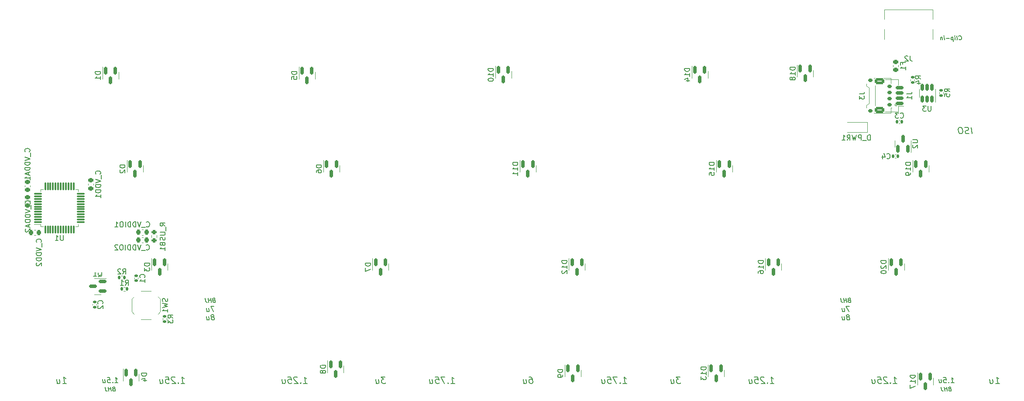
<source format=gbo>
G04 #@! TF.GenerationSoftware,KiCad,Pcbnew,(6.0.11-0)*
G04 #@! TF.CreationDate,2023-07-30T15:39:26+09:00*
G04 #@! TF.ProjectId,Tiny Dimply Qazy,54696e79-2044-4696-9d70-6c792051617a,rev?*
G04 #@! TF.SameCoordinates,Original*
G04 #@! TF.FileFunction,Legend,Bot*
G04 #@! TF.FilePolarity,Positive*
%FSLAX46Y46*%
G04 Gerber Fmt 4.6, Leading zero omitted, Abs format (unit mm)*
G04 Created by KiCad (PCBNEW (6.0.11-0)) date 2023-07-30 15:39:26*
%MOMM*%
%LPD*%
G01*
G04 APERTURE LIST*
G04 Aperture macros list*
%AMRoundRect*
0 Rectangle with rounded corners*
0 $1 Rounding radius*
0 $2 $3 $4 $5 $6 $7 $8 $9 X,Y pos of 4 corners*
0 Add a 4 corners polygon primitive as box body*
4,1,4,$2,$3,$4,$5,$6,$7,$8,$9,$2,$3,0*
0 Add four circle primitives for the rounded corners*
1,1,$1+$1,$2,$3*
1,1,$1+$1,$4,$5*
1,1,$1+$1,$6,$7*
1,1,$1+$1,$8,$9*
0 Add four rect primitives between the rounded corners*
20,1,$1+$1,$2,$3,$4,$5,0*
20,1,$1+$1,$4,$5,$6,$7,0*
20,1,$1+$1,$6,$7,$8,$9,0*
20,1,$1+$1,$8,$9,$2,$3,0*%
G04 Aperture macros list end*
%ADD10C,0.150000*%
%ADD11C,0.120000*%
%ADD12C,0.000000*%
%ADD13C,0.200000*%
%ADD14C,1.750000*%
%ADD15C,3.987800*%
%ADD16C,2.250000*%
%ADD17C,3.048000*%
%ADD18C,3.750000*%
%ADD19RoundRect,0.225000X0.225000X0.250000X-0.225000X0.250000X-0.225000X-0.250000X0.225000X-0.250000X0*%
%ADD20RoundRect,0.150000X-0.150000X0.587500X-0.150000X-0.587500X0.150000X-0.587500X0.150000X0.587500X0*%
%ADD21RoundRect,0.150000X0.625000X-0.150000X0.625000X0.150000X-0.625000X0.150000X-0.625000X-0.150000X0*%
%ADD22RoundRect,0.250000X0.650000X-0.350000X0.650000X0.350000X-0.650000X0.350000X-0.650000X-0.350000X0*%
%ADD23RoundRect,0.135000X0.135000X0.185000X-0.135000X0.185000X-0.135000X-0.185000X0.135000X-0.185000X0*%
%ADD24RoundRect,0.150000X0.150000X-0.512500X0.150000X0.512500X-0.150000X0.512500X-0.150000X-0.512500X0*%
%ADD25RoundRect,0.225000X0.250000X-0.225000X0.250000X0.225000X-0.250000X0.225000X-0.250000X-0.225000X0*%
%ADD26RoundRect,0.200000X0.275000X-0.200000X0.275000X0.200000X-0.275000X0.200000X-0.275000X-0.200000X0*%
%ADD27RoundRect,0.140000X0.140000X0.170000X-0.140000X0.170000X-0.140000X-0.170000X0.140000X-0.170000X0*%
%ADD28RoundRect,0.225000X-0.250000X0.225000X-0.250000X-0.225000X0.250000X-0.225000X0.250000X0.225000X0*%
%ADD29RoundRect,0.135000X-0.185000X0.135000X-0.185000X-0.135000X0.185000X-0.135000X0.185000X0.135000X0*%
%ADD30RoundRect,0.150000X0.275000X-0.150000X0.275000X0.150000X-0.275000X0.150000X-0.275000X-0.150000X0*%
%ADD31RoundRect,0.175000X0.225000X-0.175000X0.225000X0.175000X-0.225000X0.175000X-0.225000X-0.175000X0*%
%ADD32RoundRect,0.150000X0.150000X-0.587500X0.150000X0.587500X-0.150000X0.587500X-0.150000X-0.587500X0*%
%ADD33R,1.000000X1.700000*%
%ADD34RoundRect,0.150000X0.587500X0.150000X-0.587500X0.150000X-0.587500X-0.150000X0.587500X-0.150000X0*%
%ADD35RoundRect,0.218750X0.256250X-0.218750X0.256250X0.218750X-0.256250X0.218750X-0.256250X-0.218750X0*%
%ADD36RoundRect,0.135000X0.185000X-0.135000X0.185000X0.135000X-0.185000X0.135000X-0.185000X-0.135000X0*%
%ADD37RoundRect,0.140000X0.170000X-0.140000X0.170000X0.140000X-0.170000X0.140000X-0.170000X-0.140000X0*%
%ADD38RoundRect,0.075000X-0.662500X-0.075000X0.662500X-0.075000X0.662500X0.075000X-0.662500X0.075000X0*%
%ADD39RoundRect,0.075000X-0.075000X-0.662500X0.075000X-0.662500X0.075000X0.662500X-0.075000X0.662500X0*%
%ADD40C,0.650000*%
%ADD41R,0.600000X1.450000*%
%ADD42R,0.300000X1.450000*%
%ADD43O,1.000000X2.100000*%
%ADD44O,1.000000X1.600000*%
%ADD45RoundRect,0.140000X-0.170000X0.140000X-0.170000X-0.140000X0.170000X-0.140000X0.170000X0.140000X0*%
%ADD46RoundRect,0.140000X-0.140000X-0.170000X0.140000X-0.170000X0.140000X0.170000X-0.140000X0.170000X0*%
%ADD47R,0.900000X1.200000*%
G04 APERTURE END LIST*
D10*
X223345642Y-59841714D02*
X223388500Y-59879809D01*
X223507547Y-59917904D01*
X223583738Y-59917904D01*
X223693261Y-59879809D01*
X223759928Y-59803619D01*
X223788500Y-59727428D01*
X223807547Y-59575047D01*
X223793261Y-59460761D01*
X223736119Y-59308380D01*
X223688500Y-59232190D01*
X223602785Y-59156000D01*
X223483738Y-59117904D01*
X223407547Y-59117904D01*
X223298023Y-59156000D01*
X223264690Y-59194095D01*
X222898023Y-59917904D02*
X222969452Y-59879809D01*
X222998023Y-59803619D01*
X222912309Y-59117904D01*
X222593261Y-59917904D02*
X222526595Y-59384571D01*
X222493261Y-59117904D02*
X222536119Y-59156000D01*
X222502785Y-59194095D01*
X222459928Y-59156000D01*
X222493261Y-59117904D01*
X222502785Y-59194095D01*
X222145642Y-59384571D02*
X222245642Y-60184571D01*
X222150404Y-59422666D02*
X222069452Y-59384571D01*
X221917071Y-59384571D01*
X221845642Y-59422666D01*
X221812309Y-59460761D01*
X221783738Y-59536952D01*
X221812309Y-59765523D01*
X221859928Y-59841714D01*
X221902785Y-59879809D01*
X221983738Y-59917904D01*
X222136119Y-59917904D01*
X222207547Y-59879809D01*
X221450404Y-59613142D02*
X220840880Y-59613142D01*
X220498023Y-59917904D02*
X220431357Y-59384571D01*
X220398023Y-59117904D02*
X220440880Y-59156000D01*
X220407547Y-59194095D01*
X220364690Y-59156000D01*
X220398023Y-59117904D01*
X220407547Y-59194095D01*
X220050404Y-59384571D02*
X220117071Y-59917904D01*
X220059928Y-59460761D02*
X220017071Y-59422666D01*
X219936119Y-59384571D01*
X219821833Y-59384571D01*
X219750404Y-59422666D01*
X219721833Y-59498857D01*
X219774214Y-59917904D01*
X202000023Y-110398857D02*
X201890500Y-110436952D01*
X201857166Y-110475047D01*
X201828595Y-110551238D01*
X201842880Y-110665523D01*
X201890500Y-110741714D01*
X201933357Y-110779809D01*
X202014309Y-110817904D01*
X202319071Y-110817904D01*
X202219071Y-110017904D01*
X201952404Y-110017904D01*
X201880976Y-110056000D01*
X201847642Y-110094095D01*
X201819071Y-110170285D01*
X201828595Y-110246476D01*
X201876214Y-110322666D01*
X201919071Y-110360761D01*
X202000023Y-110398857D01*
X202266690Y-110398857D01*
X201519071Y-110817904D02*
X201419071Y-110017904D01*
X201466690Y-110398857D02*
X201009547Y-110398857D01*
X201061928Y-110817904D02*
X200961928Y-110017904D01*
X200352404Y-110017904D02*
X200423833Y-110589333D01*
X200476214Y-110703619D01*
X200561928Y-110779809D01*
X200680976Y-110817904D01*
X200757166Y-110817904D01*
X72434769Y-126565476D02*
X73149055Y-126565476D01*
X72791912Y-126565476D02*
X72635662Y-125315476D01*
X72777031Y-125494047D01*
X72910959Y-125613095D01*
X73037447Y-125672619D01*
X71884174Y-126446428D02*
X71832090Y-126505952D01*
X71899055Y-126565476D01*
X71951138Y-126505952D01*
X71884174Y-126446428D01*
X71899055Y-126565476D01*
X71221971Y-125434523D02*
X71155007Y-125375000D01*
X71028519Y-125315476D01*
X70730900Y-125315476D01*
X70619293Y-125375000D01*
X70567209Y-125434523D01*
X70522566Y-125553571D01*
X70537447Y-125672619D01*
X70619293Y-125851190D01*
X71422864Y-126565476D01*
X70649055Y-126565476D01*
X69361852Y-125315476D02*
X69957090Y-125315476D01*
X70091019Y-125910714D01*
X70024055Y-125851190D01*
X69897566Y-125791666D01*
X69599947Y-125791666D01*
X69488340Y-125851190D01*
X69436257Y-125910714D01*
X69391614Y-126029761D01*
X69428816Y-126327380D01*
X69503221Y-126446428D01*
X69570186Y-126505952D01*
X69696674Y-126565476D01*
X69994293Y-126565476D01*
X70105900Y-126505952D01*
X70157983Y-126446428D01*
X68282983Y-125732142D02*
X68387150Y-126565476D01*
X68818697Y-125732142D02*
X68900543Y-126386904D01*
X68855900Y-126505952D01*
X68744293Y-126565476D01*
X68565721Y-126565476D01*
X68439233Y-126505952D01*
X68372269Y-126446428D01*
X139949471Y-125315476D02*
X140187566Y-125315476D01*
X140314055Y-125375000D01*
X140381019Y-125434523D01*
X140522388Y-125613095D01*
X140611674Y-125851190D01*
X140671197Y-126327380D01*
X140626555Y-126446428D01*
X140574471Y-126505952D01*
X140462864Y-126565476D01*
X140224769Y-126565476D01*
X140098281Y-126505952D01*
X140031316Y-126446428D01*
X139956912Y-126327380D01*
X139919709Y-126029761D01*
X139964352Y-125910714D01*
X140016436Y-125851190D01*
X140128043Y-125791666D01*
X140366138Y-125791666D01*
X140492626Y-125851190D01*
X140559590Y-125910714D01*
X140633995Y-126029761D01*
X138811078Y-125732142D02*
X138915245Y-126565476D01*
X139346793Y-125732142D02*
X139428638Y-126386904D01*
X139383995Y-126505952D01*
X139272388Y-126565476D01*
X139093816Y-126565476D01*
X138967328Y-126505952D01*
X138900364Y-126446428D01*
X78825386Y-111647380D02*
X78158720Y-111647380D01*
X78712291Y-112647380D01*
X77390863Y-111980714D02*
X77474196Y-112647380D01*
X77819434Y-111980714D02*
X77884910Y-112504523D01*
X77849196Y-112599761D01*
X77759910Y-112647380D01*
X77617053Y-112647380D01*
X77515863Y-112599761D01*
X77462291Y-112552142D01*
X78640863Y-113685952D02*
X78730148Y-113638333D01*
X78771815Y-113590714D01*
X78807529Y-113495476D01*
X78801577Y-113447857D01*
X78742053Y-113352619D01*
X78688482Y-113305000D01*
X78587291Y-113257380D01*
X78396815Y-113257380D01*
X78307529Y-113305000D01*
X78265863Y-113352619D01*
X78230148Y-113447857D01*
X78236101Y-113495476D01*
X78295625Y-113590714D01*
X78349196Y-113638333D01*
X78450386Y-113685952D01*
X78640863Y-113685952D01*
X78742053Y-113733571D01*
X78795625Y-113781190D01*
X78855148Y-113876428D01*
X78878958Y-114066904D01*
X78843244Y-114162142D01*
X78801577Y-114209761D01*
X78712291Y-114257380D01*
X78521815Y-114257380D01*
X78420625Y-114209761D01*
X78367053Y-114162142D01*
X78307529Y-114066904D01*
X78283720Y-113876428D01*
X78319434Y-113781190D01*
X78361101Y-113733571D01*
X78450386Y-113685952D01*
X77390863Y-113590714D02*
X77474196Y-114257380D01*
X77819434Y-113590714D02*
X77884910Y-114114523D01*
X77849196Y-114209761D01*
X77759910Y-114257380D01*
X77617053Y-114257380D01*
X77515863Y-114209761D01*
X77462291Y-114162142D01*
X111994233Y-125315476D02*
X111220424Y-125315476D01*
X111696614Y-125791666D01*
X111518043Y-125791666D01*
X111406436Y-125851190D01*
X111354352Y-125910714D01*
X111309709Y-126029761D01*
X111346912Y-126327380D01*
X111421316Y-126446428D01*
X111488281Y-126505952D01*
X111614769Y-126565476D01*
X111971912Y-126565476D01*
X112083519Y-126505952D01*
X112135602Y-126446428D01*
X110201078Y-125732142D02*
X110305245Y-126565476D01*
X110736793Y-125732142D02*
X110818638Y-126386904D01*
X110773995Y-126505952D01*
X110662388Y-126565476D01*
X110483816Y-126565476D01*
X110357328Y-126505952D01*
X110290364Y-126446428D01*
X230456674Y-126565476D02*
X231170959Y-126565476D01*
X230813816Y-126565476D02*
X230657566Y-125315476D01*
X230798936Y-125494047D01*
X230932864Y-125613095D01*
X231059352Y-125672619D01*
X229281078Y-125732142D02*
X229385245Y-126565476D01*
X229816793Y-125732142D02*
X229898638Y-126386904D01*
X229853995Y-126505952D01*
X229742388Y-126565476D01*
X229563816Y-126565476D01*
X229437328Y-126505952D01*
X229370364Y-126446428D01*
X186724769Y-126565476D02*
X187439055Y-126565476D01*
X187081912Y-126565476D02*
X186925662Y-125315476D01*
X187067031Y-125494047D01*
X187200959Y-125613095D01*
X187327447Y-125672619D01*
X186174174Y-126446428D02*
X186122090Y-126505952D01*
X186189055Y-126565476D01*
X186241138Y-126505952D01*
X186174174Y-126446428D01*
X186189055Y-126565476D01*
X185511971Y-125434523D02*
X185445007Y-125375000D01*
X185318519Y-125315476D01*
X185020900Y-125315476D01*
X184909293Y-125375000D01*
X184857209Y-125434523D01*
X184812566Y-125553571D01*
X184827447Y-125672619D01*
X184909293Y-125851190D01*
X185712864Y-126565476D01*
X184939055Y-126565476D01*
X183651852Y-125315476D02*
X184247090Y-125315476D01*
X184381019Y-125910714D01*
X184314055Y-125851190D01*
X184187566Y-125791666D01*
X183889947Y-125791666D01*
X183778340Y-125851190D01*
X183726257Y-125910714D01*
X183681614Y-126029761D01*
X183718816Y-126327380D01*
X183793221Y-126446428D01*
X183860186Y-126505952D01*
X183986674Y-126565476D01*
X184284293Y-126565476D01*
X184395900Y-126505952D01*
X184447983Y-126446428D01*
X182572983Y-125732142D02*
X182677150Y-126565476D01*
X183108697Y-125732142D02*
X183190543Y-126386904D01*
X183145900Y-126505952D01*
X183034293Y-126565476D01*
X182855721Y-126565476D01*
X182729233Y-126505952D01*
X182662269Y-126446428D01*
X225828340Y-78121476D02*
X225672090Y-76871476D01*
X225285186Y-78061952D02*
X225114055Y-78121476D01*
X224816436Y-78121476D01*
X224689947Y-78061952D01*
X224622983Y-78002428D01*
X224548578Y-77883380D01*
X224533697Y-77764333D01*
X224578340Y-77645285D01*
X224630424Y-77585761D01*
X224742031Y-77526238D01*
X224972686Y-77466714D01*
X225084293Y-77407190D01*
X225136376Y-77347666D01*
X225181019Y-77228619D01*
X225166138Y-77109571D01*
X225091733Y-76990523D01*
X225024769Y-76931000D01*
X224898281Y-76871476D01*
X224600662Y-76871476D01*
X224429531Y-76931000D01*
X223648281Y-76871476D02*
X223410186Y-76871476D01*
X223298578Y-76931000D01*
X223194412Y-77050047D01*
X223164650Y-77288142D01*
X223216733Y-77704809D01*
X223306019Y-77942904D01*
X223439947Y-78061952D01*
X223566436Y-78121476D01*
X223804531Y-78121476D01*
X223916138Y-78061952D01*
X224020305Y-77942904D01*
X224050066Y-77704809D01*
X223997983Y-77288142D01*
X223908697Y-77050047D01*
X223774769Y-76931000D01*
X223648281Y-76871476D01*
X59340023Y-127642857D02*
X59230500Y-127680952D01*
X59197166Y-127719047D01*
X59168595Y-127795238D01*
X59182880Y-127909523D01*
X59230500Y-127985714D01*
X59273357Y-128023809D01*
X59354309Y-128061904D01*
X59659071Y-128061904D01*
X59559071Y-127261904D01*
X59292404Y-127261904D01*
X59220976Y-127300000D01*
X59187642Y-127338095D01*
X59159071Y-127414285D01*
X59168595Y-127490476D01*
X59216214Y-127566666D01*
X59259071Y-127604761D01*
X59340023Y-127642857D01*
X59606690Y-127642857D01*
X58859071Y-128061904D02*
X58759071Y-127261904D01*
X58806690Y-127642857D02*
X58349547Y-127642857D01*
X58401928Y-128061904D02*
X58301928Y-127261904D01*
X57692404Y-127261904D02*
X57763833Y-127833333D01*
X57816214Y-127947619D01*
X57901928Y-128023809D01*
X58020976Y-128061904D01*
X58097166Y-128061904D01*
X158164769Y-126565476D02*
X158879055Y-126565476D01*
X158521912Y-126565476D02*
X158365662Y-125315476D01*
X158507031Y-125494047D01*
X158640959Y-125613095D01*
X158767447Y-125672619D01*
X157614174Y-126446428D02*
X157562090Y-126505952D01*
X157629055Y-126565476D01*
X157681138Y-126505952D01*
X157614174Y-126446428D01*
X157629055Y-126565476D01*
X156996614Y-125315476D02*
X156163281Y-125315476D01*
X156855245Y-126565476D01*
X155091852Y-125315476D02*
X155687090Y-125315476D01*
X155821019Y-125910714D01*
X155754055Y-125851190D01*
X155627566Y-125791666D01*
X155329947Y-125791666D01*
X155218340Y-125851190D01*
X155166257Y-125910714D01*
X155121614Y-126029761D01*
X155158816Y-126327380D01*
X155233221Y-126446428D01*
X155300186Y-126505952D01*
X155426674Y-126565476D01*
X155724293Y-126565476D01*
X155835900Y-126505952D01*
X155887983Y-126446428D01*
X154012983Y-125732142D02*
X154117150Y-126565476D01*
X154548697Y-125732142D02*
X154630543Y-126386904D01*
X154585900Y-126505952D01*
X154474293Y-126565476D01*
X154295721Y-126565476D01*
X154169233Y-126505952D01*
X154102269Y-126446428D01*
X78750023Y-110398857D02*
X78640500Y-110436952D01*
X78607166Y-110475047D01*
X78578595Y-110551238D01*
X78592880Y-110665523D01*
X78640500Y-110741714D01*
X78683357Y-110779809D01*
X78764309Y-110817904D01*
X79069071Y-110817904D01*
X78969071Y-110017904D01*
X78702404Y-110017904D01*
X78630976Y-110056000D01*
X78597642Y-110094095D01*
X78569071Y-110170285D01*
X78578595Y-110246476D01*
X78626214Y-110322666D01*
X78669071Y-110360761D01*
X78750023Y-110398857D01*
X79016690Y-110398857D01*
X78269071Y-110817904D02*
X78169071Y-110017904D01*
X78216690Y-110398857D02*
X77759547Y-110398857D01*
X77811928Y-110817904D02*
X77711928Y-110017904D01*
X77102404Y-110017904D02*
X77173833Y-110589333D01*
X77226214Y-110703619D01*
X77311928Y-110779809D01*
X77430976Y-110817904D01*
X77507166Y-110817904D01*
X202075386Y-111647380D02*
X201408720Y-111647380D01*
X201962291Y-112647380D01*
X200640863Y-111980714D02*
X200724196Y-112647380D01*
X201069434Y-111980714D02*
X201134910Y-112504523D01*
X201099196Y-112599761D01*
X201009910Y-112647380D01*
X200867053Y-112647380D01*
X200765863Y-112599761D01*
X200712291Y-112552142D01*
X201890863Y-113685952D02*
X201980148Y-113638333D01*
X202021815Y-113590714D01*
X202057529Y-113495476D01*
X202051577Y-113447857D01*
X201992053Y-113352619D01*
X201938482Y-113305000D01*
X201837291Y-113257380D01*
X201646815Y-113257380D01*
X201557529Y-113305000D01*
X201515863Y-113352619D01*
X201480148Y-113447857D01*
X201486101Y-113495476D01*
X201545625Y-113590714D01*
X201599196Y-113638333D01*
X201700386Y-113685952D01*
X201890863Y-113685952D01*
X201992053Y-113733571D01*
X202045625Y-113781190D01*
X202105148Y-113876428D01*
X202128958Y-114066904D01*
X202093244Y-114162142D01*
X202051577Y-114209761D01*
X201962291Y-114257380D01*
X201771815Y-114257380D01*
X201670625Y-114209761D01*
X201617053Y-114162142D01*
X201557529Y-114066904D01*
X201533720Y-113876428D01*
X201569434Y-113781190D01*
X201611101Y-113733571D01*
X201700386Y-113685952D01*
X200640863Y-113590714D02*
X200724196Y-114257380D01*
X201069434Y-113590714D02*
X201134910Y-114114523D01*
X201099196Y-114209761D01*
X201009910Y-114257380D01*
X200867053Y-114257380D01*
X200765863Y-114209761D01*
X200712291Y-114162142D01*
X221510023Y-127642857D02*
X221400500Y-127680952D01*
X221367166Y-127719047D01*
X221338595Y-127795238D01*
X221352880Y-127909523D01*
X221400500Y-127985714D01*
X221443357Y-128023809D01*
X221524309Y-128061904D01*
X221829071Y-128061904D01*
X221729071Y-127261904D01*
X221462404Y-127261904D01*
X221390976Y-127300000D01*
X221357642Y-127338095D01*
X221329071Y-127414285D01*
X221338595Y-127490476D01*
X221386214Y-127566666D01*
X221429071Y-127604761D01*
X221510023Y-127642857D01*
X221776690Y-127642857D01*
X221029071Y-128061904D02*
X220929071Y-127261904D01*
X220976690Y-127642857D02*
X220519547Y-127642857D01*
X220571928Y-128061904D02*
X220471928Y-127261904D01*
X219862404Y-127261904D02*
X219933833Y-127833333D01*
X219986214Y-127947619D01*
X220071928Y-128023809D01*
X220190976Y-128061904D01*
X220267166Y-128061904D01*
X221775625Y-126452380D02*
X222347053Y-126452380D01*
X222061339Y-126452380D02*
X221936339Y-125452380D01*
X222049434Y-125595238D01*
X222156577Y-125690476D01*
X222257767Y-125738095D01*
X221335148Y-126357142D02*
X221293482Y-126404761D01*
X221347053Y-126452380D01*
X221388720Y-126404761D01*
X221335148Y-126357142D01*
X221347053Y-126452380D01*
X220269672Y-125452380D02*
X220745863Y-125452380D01*
X220853005Y-125928571D01*
X220799434Y-125880952D01*
X220698244Y-125833333D01*
X220460148Y-125833333D01*
X220370863Y-125880952D01*
X220329196Y-125928571D01*
X220293482Y-126023809D01*
X220323244Y-126261904D01*
X220382767Y-126357142D01*
X220436339Y-126404761D01*
X220537529Y-126452380D01*
X220775625Y-126452380D01*
X220864910Y-126404761D01*
X220906577Y-126357142D01*
X219406577Y-125785714D02*
X219489910Y-126452380D01*
X219835148Y-125785714D02*
X219900625Y-126309523D01*
X219864910Y-126404761D01*
X219775625Y-126452380D01*
X219632767Y-126452380D01*
X219531577Y-126404761D01*
X219478005Y-126357142D01*
X59605625Y-126452380D02*
X60177053Y-126452380D01*
X59891339Y-126452380D02*
X59766339Y-125452380D01*
X59879434Y-125595238D01*
X59986577Y-125690476D01*
X60087767Y-125738095D01*
X59165148Y-126357142D02*
X59123482Y-126404761D01*
X59177053Y-126452380D01*
X59218720Y-126404761D01*
X59165148Y-126357142D01*
X59177053Y-126452380D01*
X58099672Y-125452380D02*
X58575863Y-125452380D01*
X58683005Y-125928571D01*
X58629434Y-125880952D01*
X58528244Y-125833333D01*
X58290148Y-125833333D01*
X58200863Y-125880952D01*
X58159196Y-125928571D01*
X58123482Y-126023809D01*
X58153244Y-126261904D01*
X58212767Y-126357142D01*
X58266339Y-126404761D01*
X58367529Y-126452380D01*
X58605625Y-126452380D01*
X58694910Y-126404761D01*
X58736577Y-126357142D01*
X57236577Y-125785714D02*
X57319910Y-126452380D01*
X57665148Y-125785714D02*
X57730625Y-126309523D01*
X57694910Y-126404761D01*
X57605625Y-126452380D01*
X57462767Y-126452380D01*
X57361577Y-126404761D01*
X57308005Y-126357142D01*
X210574769Y-126565476D02*
X211289055Y-126565476D01*
X210931912Y-126565476D02*
X210775662Y-125315476D01*
X210917031Y-125494047D01*
X211050959Y-125613095D01*
X211177447Y-125672619D01*
X210024174Y-126446428D02*
X209972090Y-126505952D01*
X210039055Y-126565476D01*
X210091138Y-126505952D01*
X210024174Y-126446428D01*
X210039055Y-126565476D01*
X209361971Y-125434523D02*
X209295007Y-125375000D01*
X209168519Y-125315476D01*
X208870900Y-125315476D01*
X208759293Y-125375000D01*
X208707209Y-125434523D01*
X208662566Y-125553571D01*
X208677447Y-125672619D01*
X208759293Y-125851190D01*
X209562864Y-126565476D01*
X208789055Y-126565476D01*
X207501852Y-125315476D02*
X208097090Y-125315476D01*
X208231019Y-125910714D01*
X208164055Y-125851190D01*
X208037566Y-125791666D01*
X207739947Y-125791666D01*
X207628340Y-125851190D01*
X207576257Y-125910714D01*
X207531614Y-126029761D01*
X207568816Y-126327380D01*
X207643221Y-126446428D01*
X207710186Y-126505952D01*
X207836674Y-126565476D01*
X208134293Y-126565476D01*
X208245900Y-126505952D01*
X208297983Y-126446428D01*
X206422983Y-125732142D02*
X206527150Y-126565476D01*
X206958697Y-125732142D02*
X207040543Y-126386904D01*
X206995900Y-126505952D01*
X206884293Y-126565476D01*
X206705721Y-126565476D01*
X206579233Y-126505952D01*
X206512269Y-126446428D01*
X124784769Y-126565476D02*
X125499055Y-126565476D01*
X125141912Y-126565476D02*
X124985662Y-125315476D01*
X125127031Y-125494047D01*
X125260959Y-125613095D01*
X125387447Y-125672619D01*
X124234174Y-126446428D02*
X124182090Y-126505952D01*
X124249055Y-126565476D01*
X124301138Y-126505952D01*
X124234174Y-126446428D01*
X124249055Y-126565476D01*
X123616614Y-125315476D02*
X122783281Y-125315476D01*
X123475245Y-126565476D01*
X121711852Y-125315476D02*
X122307090Y-125315476D01*
X122441019Y-125910714D01*
X122374055Y-125851190D01*
X122247566Y-125791666D01*
X121949947Y-125791666D01*
X121838340Y-125851190D01*
X121786257Y-125910714D01*
X121741614Y-126029761D01*
X121778816Y-126327380D01*
X121853221Y-126446428D01*
X121920186Y-126505952D01*
X122046674Y-126565476D01*
X122344293Y-126565476D01*
X122455900Y-126505952D01*
X122507983Y-126446428D01*
X120632983Y-125732142D02*
X120737150Y-126565476D01*
X121168697Y-125732142D02*
X121250543Y-126386904D01*
X121205900Y-126505952D01*
X121094293Y-126565476D01*
X120915721Y-126565476D01*
X120789233Y-126505952D01*
X120722269Y-126446428D01*
X49496674Y-126565476D02*
X50210959Y-126565476D01*
X49853816Y-126565476D02*
X49697566Y-125315476D01*
X49838936Y-125494047D01*
X49972864Y-125613095D01*
X50099352Y-125672619D01*
X48321078Y-125732142D02*
X48425245Y-126565476D01*
X48856793Y-125732142D02*
X48938638Y-126386904D01*
X48893995Y-126505952D01*
X48782388Y-126565476D01*
X48603816Y-126565476D01*
X48477328Y-126505952D01*
X48410364Y-126446428D01*
X96174769Y-126565476D02*
X96889055Y-126565476D01*
X96531912Y-126565476D02*
X96375662Y-125315476D01*
X96517031Y-125494047D01*
X96650959Y-125613095D01*
X96777447Y-125672619D01*
X95624174Y-126446428D02*
X95572090Y-126505952D01*
X95639055Y-126565476D01*
X95691138Y-126505952D01*
X95624174Y-126446428D01*
X95639055Y-126565476D01*
X94961971Y-125434523D02*
X94895007Y-125375000D01*
X94768519Y-125315476D01*
X94470900Y-125315476D01*
X94359293Y-125375000D01*
X94307209Y-125434523D01*
X94262566Y-125553571D01*
X94277447Y-125672619D01*
X94359293Y-125851190D01*
X95162864Y-126565476D01*
X94389055Y-126565476D01*
X93101852Y-125315476D02*
X93697090Y-125315476D01*
X93831019Y-125910714D01*
X93764055Y-125851190D01*
X93637566Y-125791666D01*
X93339947Y-125791666D01*
X93228340Y-125851190D01*
X93176257Y-125910714D01*
X93131614Y-126029761D01*
X93168816Y-126327380D01*
X93243221Y-126446428D01*
X93310186Y-126505952D01*
X93436674Y-126565476D01*
X93734293Y-126565476D01*
X93845900Y-126505952D01*
X93897983Y-126446428D01*
X92022983Y-125732142D02*
X92127150Y-126565476D01*
X92558697Y-125732142D02*
X92640543Y-126386904D01*
X92595900Y-126505952D01*
X92484293Y-126565476D01*
X92305721Y-126565476D01*
X92179233Y-126505952D01*
X92112269Y-126446428D01*
X169214233Y-125315476D02*
X168440424Y-125315476D01*
X168916614Y-125791666D01*
X168738043Y-125791666D01*
X168626436Y-125851190D01*
X168574352Y-125910714D01*
X168529709Y-126029761D01*
X168566912Y-126327380D01*
X168641316Y-126446428D01*
X168708281Y-126505952D01*
X168834769Y-126565476D01*
X169191912Y-126565476D01*
X169303519Y-126505952D01*
X169355602Y-126446428D01*
X167421078Y-125732142D02*
X167525245Y-126565476D01*
X167956793Y-125732142D02*
X168038638Y-126386904D01*
X167993995Y-126505952D01*
X167882388Y-126565476D01*
X167703816Y-126565476D01*
X167577328Y-126505952D01*
X167510364Y-126446428D01*
X65698095Y-96123142D02*
X65745714Y-96170761D01*
X65888571Y-96218380D01*
X65983809Y-96218380D01*
X66126666Y-96170761D01*
X66221904Y-96075523D01*
X66269523Y-95980285D01*
X66317142Y-95789809D01*
X66317142Y-95646952D01*
X66269523Y-95456476D01*
X66221904Y-95361238D01*
X66126666Y-95266000D01*
X65983809Y-95218380D01*
X65888571Y-95218380D01*
X65745714Y-95266000D01*
X65698095Y-95313619D01*
X65507619Y-96313619D02*
X64745714Y-96313619D01*
X64650476Y-95218380D02*
X64317142Y-96218380D01*
X63983809Y-95218380D01*
X63650476Y-96218380D02*
X63650476Y-95218380D01*
X63412380Y-95218380D01*
X63269523Y-95266000D01*
X63174285Y-95361238D01*
X63126666Y-95456476D01*
X63079047Y-95646952D01*
X63079047Y-95789809D01*
X63126666Y-95980285D01*
X63174285Y-96075523D01*
X63269523Y-96170761D01*
X63412380Y-96218380D01*
X63650476Y-96218380D01*
X62650476Y-96218380D02*
X62650476Y-95218380D01*
X62412380Y-95218380D01*
X62269523Y-95266000D01*
X62174285Y-95361238D01*
X62126666Y-95456476D01*
X62079047Y-95646952D01*
X62079047Y-95789809D01*
X62126666Y-95980285D01*
X62174285Y-96075523D01*
X62269523Y-96170761D01*
X62412380Y-96218380D01*
X62650476Y-96218380D01*
X61650476Y-96218380D02*
X61650476Y-95218380D01*
X60983809Y-95218380D02*
X60793333Y-95218380D01*
X60698095Y-95266000D01*
X60602857Y-95361238D01*
X60555238Y-95551714D01*
X60555238Y-95885047D01*
X60602857Y-96075523D01*
X60698095Y-96170761D01*
X60793333Y-96218380D01*
X60983809Y-96218380D01*
X61079047Y-96170761D01*
X61174285Y-96075523D01*
X61221904Y-95885047D01*
X61221904Y-95551714D01*
X61174285Y-95361238D01*
X61079047Y-95266000D01*
X60983809Y-95218380D01*
X59602857Y-96218380D02*
X60174285Y-96218380D01*
X59888571Y-96218380D02*
X59888571Y-95218380D01*
X59983809Y-95361238D01*
X60079047Y-95456476D01*
X60174285Y-95504095D01*
X174264880Y-123404464D02*
X173264880Y-123404464D01*
X173264880Y-123642559D01*
X173312500Y-123785416D01*
X173407738Y-123880654D01*
X173502976Y-123928273D01*
X173693452Y-123975892D01*
X173836309Y-123975892D01*
X174026785Y-123928273D01*
X174122023Y-123880654D01*
X174217261Y-123785416D01*
X174264880Y-123642559D01*
X174264880Y-123404464D01*
X174264880Y-124928273D02*
X174264880Y-124356845D01*
X174264880Y-124642559D02*
X173264880Y-124642559D01*
X173407738Y-124547321D01*
X173502976Y-124452083D01*
X173550595Y-124356845D01*
X173264880Y-125261607D02*
X173264880Y-125880654D01*
X173645833Y-125547321D01*
X173645833Y-125690178D01*
X173693452Y-125785416D01*
X173741071Y-125833035D01*
X173836309Y-125880654D01*
X174074404Y-125880654D01*
X174169642Y-125833035D01*
X174217261Y-125785416D01*
X174264880Y-125690178D01*
X174264880Y-125404464D01*
X174217261Y-125309226D01*
X174169642Y-125261607D01*
X213195880Y-70403166D02*
X213910166Y-70403166D01*
X214053023Y-70355547D01*
X214148261Y-70260309D01*
X214195880Y-70117452D01*
X214195880Y-70022214D01*
X214195880Y-71403166D02*
X214195880Y-70831738D01*
X214195880Y-71117452D02*
X213195880Y-71117452D01*
X213338738Y-71022214D01*
X213433976Y-70926976D01*
X213481595Y-70831738D01*
X109177380Y-103243154D02*
X108177380Y-103243154D01*
X108177380Y-103481250D01*
X108225000Y-103624107D01*
X108320238Y-103719345D01*
X108415476Y-103766964D01*
X108605952Y-103814583D01*
X108748809Y-103814583D01*
X108939285Y-103766964D01*
X109034523Y-103719345D01*
X109129761Y-103624107D01*
X109177380Y-103481250D01*
X109177380Y-103243154D01*
X108177380Y-104147916D02*
X108177380Y-104814583D01*
X109177380Y-104386011D01*
X66314880Y-103243154D02*
X65314880Y-103243154D01*
X65314880Y-103481250D01*
X65362500Y-103624107D01*
X65457738Y-103719345D01*
X65552976Y-103766964D01*
X65743452Y-103814583D01*
X65886309Y-103814583D01*
X66076785Y-103766964D01*
X66172023Y-103719345D01*
X66267261Y-103624107D01*
X66314880Y-103481250D01*
X66314880Y-103243154D01*
X65314880Y-104147916D02*
X65314880Y-104766964D01*
X65695833Y-104433630D01*
X65695833Y-104576488D01*
X65743452Y-104671726D01*
X65791071Y-104719345D01*
X65886309Y-104766964D01*
X66124404Y-104766964D01*
X66219642Y-104719345D01*
X66267261Y-104671726D01*
X66314880Y-104576488D01*
X66314880Y-104290773D01*
X66267261Y-104195535D01*
X66219642Y-104147916D01*
X61096666Y-105338380D02*
X61430000Y-104862190D01*
X61668095Y-105338380D02*
X61668095Y-104338380D01*
X61287142Y-104338380D01*
X61191904Y-104386000D01*
X61144285Y-104433619D01*
X61096666Y-104528857D01*
X61096666Y-104671714D01*
X61144285Y-104766952D01*
X61191904Y-104814571D01*
X61287142Y-104862190D01*
X61668095Y-104862190D01*
X60715714Y-104433619D02*
X60668095Y-104386000D01*
X60572857Y-104338380D01*
X60334761Y-104338380D01*
X60239523Y-104386000D01*
X60191904Y-104433619D01*
X60144285Y-104528857D01*
X60144285Y-104624095D01*
X60191904Y-104766952D01*
X60763333Y-105338380D01*
X60144285Y-105338380D01*
X217891904Y-72748380D02*
X217891904Y-73557904D01*
X217844285Y-73653142D01*
X217796666Y-73700761D01*
X217701428Y-73748380D01*
X217510952Y-73748380D01*
X217415714Y-73700761D01*
X217368095Y-73653142D01*
X217320476Y-73557904D01*
X217320476Y-72748380D01*
X216939523Y-72748380D02*
X216320476Y-72748380D01*
X216653809Y-73129333D01*
X216510952Y-73129333D01*
X216415714Y-73176952D01*
X216368095Y-73224571D01*
X216320476Y-73319809D01*
X216320476Y-73557904D01*
X216368095Y-73653142D01*
X216415714Y-73700761D01*
X216510952Y-73748380D01*
X216796666Y-73748380D01*
X216891904Y-73700761D01*
X216939523Y-73653142D01*
X43017142Y-81611238D02*
X43064761Y-81563619D01*
X43112380Y-81420761D01*
X43112380Y-81325523D01*
X43064761Y-81182666D01*
X42969523Y-81087428D01*
X42874285Y-81039809D01*
X42683809Y-80992190D01*
X42540952Y-80992190D01*
X42350476Y-81039809D01*
X42255238Y-81087428D01*
X42160000Y-81182666D01*
X42112380Y-81325523D01*
X42112380Y-81420761D01*
X42160000Y-81563619D01*
X42207619Y-81611238D01*
X43207619Y-81801714D02*
X43207619Y-82563619D01*
X42112380Y-82658857D02*
X43112380Y-82992190D01*
X42112380Y-83325523D01*
X43112380Y-83658857D02*
X42112380Y-83658857D01*
X42112380Y-83896952D01*
X42160000Y-84039809D01*
X42255238Y-84135047D01*
X42350476Y-84182666D01*
X42540952Y-84230285D01*
X42683809Y-84230285D01*
X42874285Y-84182666D01*
X42969523Y-84135047D01*
X43064761Y-84039809D01*
X43112380Y-83896952D01*
X43112380Y-83658857D01*
X43112380Y-84658857D02*
X42112380Y-84658857D01*
X42112380Y-84896952D01*
X42160000Y-85039809D01*
X42255238Y-85135047D01*
X42350476Y-85182666D01*
X42540952Y-85230285D01*
X42683809Y-85230285D01*
X42874285Y-85182666D01*
X42969523Y-85135047D01*
X43064761Y-85039809D01*
X43112380Y-84896952D01*
X43112380Y-84658857D01*
X42826666Y-85611238D02*
X42826666Y-86087428D01*
X43112380Y-85516000D02*
X42112380Y-85849333D01*
X43112380Y-86182666D01*
X43112380Y-87039809D02*
X43112380Y-86468380D01*
X43112380Y-86754095D02*
X42112380Y-86754095D01*
X42255238Y-86658857D01*
X42350476Y-86563619D01*
X42398095Y-86468380D01*
X69352380Y-96028380D02*
X68876190Y-95695047D01*
X69352380Y-95456952D02*
X68352380Y-95456952D01*
X68352380Y-95837904D01*
X68400000Y-95933142D01*
X68447619Y-95980761D01*
X68542857Y-96028380D01*
X68685714Y-96028380D01*
X68780952Y-95980761D01*
X68828571Y-95933142D01*
X68876190Y-95837904D01*
X68876190Y-95456952D01*
X69447619Y-96218857D02*
X69447619Y-96980761D01*
X68352380Y-97218857D02*
X69161904Y-97218857D01*
X69257142Y-97266476D01*
X69304761Y-97314095D01*
X69352380Y-97409333D01*
X69352380Y-97599809D01*
X69304761Y-97695047D01*
X69257142Y-97742666D01*
X69161904Y-97790285D01*
X68352380Y-97790285D01*
X69304761Y-98218857D02*
X69352380Y-98361714D01*
X69352380Y-98599809D01*
X69304761Y-98695047D01*
X69257142Y-98742666D01*
X69161904Y-98790285D01*
X69066666Y-98790285D01*
X68971428Y-98742666D01*
X68923809Y-98695047D01*
X68876190Y-98599809D01*
X68828571Y-98409333D01*
X68780952Y-98314095D01*
X68733333Y-98266476D01*
X68638095Y-98218857D01*
X68542857Y-98218857D01*
X68447619Y-98266476D01*
X68400000Y-98314095D01*
X68352380Y-98409333D01*
X68352380Y-98647428D01*
X68400000Y-98790285D01*
X68828571Y-99552190D02*
X68876190Y-99695047D01*
X68923809Y-99742666D01*
X69019047Y-99790285D01*
X69161904Y-99790285D01*
X69257142Y-99742666D01*
X69304761Y-99695047D01*
X69352380Y-99599809D01*
X69352380Y-99218857D01*
X68352380Y-99218857D01*
X68352380Y-99552190D01*
X68400000Y-99647428D01*
X68447619Y-99695047D01*
X68542857Y-99742666D01*
X68638095Y-99742666D01*
X68733333Y-99695047D01*
X68780952Y-99647428D01*
X68828571Y-99552190D01*
X68828571Y-99218857D01*
X69352380Y-100742666D02*
X69352380Y-100171238D01*
X69352380Y-100456952D02*
X68352380Y-100456952D01*
X68495238Y-100361714D01*
X68590476Y-100266476D01*
X68638095Y-100171238D01*
X185377380Y-102766964D02*
X184377380Y-102766964D01*
X184377380Y-103005059D01*
X184425000Y-103147916D01*
X184520238Y-103243154D01*
X184615476Y-103290773D01*
X184805952Y-103338392D01*
X184948809Y-103338392D01*
X185139285Y-103290773D01*
X185234523Y-103243154D01*
X185329761Y-103147916D01*
X185377380Y-103005059D01*
X185377380Y-102766964D01*
X185377380Y-104290773D02*
X185377380Y-103719345D01*
X185377380Y-104005059D02*
X184377380Y-104005059D01*
X184520238Y-103909821D01*
X184615476Y-103814583D01*
X184663095Y-103719345D01*
X184377380Y-105147916D02*
X184377380Y-104957440D01*
X184425000Y-104862202D01*
X184472619Y-104814583D01*
X184615476Y-104719345D01*
X184805952Y-104671726D01*
X185186904Y-104671726D01*
X185282142Y-104719345D01*
X185329761Y-104766964D01*
X185377380Y-104862202D01*
X185377380Y-105052678D01*
X185329761Y-105147916D01*
X185282142Y-105195535D01*
X185186904Y-105243154D01*
X184948809Y-105243154D01*
X184853571Y-105195535D01*
X184805952Y-105147916D01*
X184758333Y-105052678D01*
X184758333Y-104862202D01*
X184805952Y-104766964D01*
X184853571Y-104719345D01*
X184948809Y-104671726D01*
X146483630Y-123880654D02*
X145483630Y-123880654D01*
X145483630Y-124118750D01*
X145531250Y-124261607D01*
X145626488Y-124356845D01*
X145721726Y-124404464D01*
X145912202Y-124452083D01*
X146055059Y-124452083D01*
X146245535Y-124404464D01*
X146340773Y-124356845D01*
X146436011Y-124261607D01*
X146483630Y-124118750D01*
X146483630Y-123880654D01*
X146483630Y-124928273D02*
X146483630Y-125118750D01*
X146436011Y-125213988D01*
X146388392Y-125261607D01*
X146245535Y-125356845D01*
X146055059Y-125404464D01*
X145674107Y-125404464D01*
X145578869Y-125356845D01*
X145531250Y-125309226D01*
X145483630Y-125213988D01*
X145483630Y-125023511D01*
X145531250Y-124928273D01*
X145578869Y-124880654D01*
X145674107Y-124833035D01*
X145912202Y-124833035D01*
X146007440Y-124880654D01*
X146055059Y-124928273D01*
X146102678Y-125023511D01*
X146102678Y-125213988D01*
X146055059Y-125309226D01*
X146007440Y-125356845D01*
X145912202Y-125404464D01*
X211941666Y-74997142D02*
X211989285Y-75044761D01*
X212132142Y-75092380D01*
X212227380Y-75092380D01*
X212370238Y-75044761D01*
X212465476Y-74949523D01*
X212513095Y-74854285D01*
X212560714Y-74663809D01*
X212560714Y-74520952D01*
X212513095Y-74330476D01*
X212465476Y-74235238D01*
X212370238Y-74140000D01*
X212227380Y-74092380D01*
X212132142Y-74092380D01*
X211989285Y-74140000D01*
X211941666Y-74187619D01*
X211608333Y-74092380D02*
X210989285Y-74092380D01*
X211322619Y-74473333D01*
X211179761Y-74473333D01*
X211084523Y-74520952D01*
X211036904Y-74568571D01*
X210989285Y-74663809D01*
X210989285Y-74901904D01*
X211036904Y-74997142D01*
X211084523Y-75044761D01*
X211179761Y-75092380D01*
X211465476Y-75092380D01*
X211560714Y-75044761D01*
X211608333Y-74997142D01*
X43087142Y-91761238D02*
X43134761Y-91713619D01*
X43182380Y-91570761D01*
X43182380Y-91475523D01*
X43134761Y-91332666D01*
X43039523Y-91237428D01*
X42944285Y-91189809D01*
X42753809Y-91142190D01*
X42610952Y-91142190D01*
X42420476Y-91189809D01*
X42325238Y-91237428D01*
X42230000Y-91332666D01*
X42182380Y-91475523D01*
X42182380Y-91570761D01*
X42230000Y-91713619D01*
X42277619Y-91761238D01*
X43277619Y-91951714D02*
X43277619Y-92713619D01*
X42182380Y-92808857D02*
X43182380Y-93142190D01*
X42182380Y-93475523D01*
X43182380Y-93808857D02*
X42182380Y-93808857D01*
X42182380Y-94046952D01*
X42230000Y-94189809D01*
X42325238Y-94285047D01*
X42420476Y-94332666D01*
X42610952Y-94380285D01*
X42753809Y-94380285D01*
X42944285Y-94332666D01*
X43039523Y-94285047D01*
X43134761Y-94189809D01*
X43182380Y-94046952D01*
X43182380Y-93808857D01*
X43182380Y-94808857D02*
X42182380Y-94808857D01*
X42182380Y-95046952D01*
X42230000Y-95189809D01*
X42325238Y-95285047D01*
X42420476Y-95332666D01*
X42610952Y-95380285D01*
X42753809Y-95380285D01*
X42944285Y-95332666D01*
X43039523Y-95285047D01*
X43134761Y-95189809D01*
X43182380Y-95046952D01*
X43182380Y-94808857D01*
X42896666Y-95761238D02*
X42896666Y-96237428D01*
X43182380Y-95666000D02*
X42182380Y-95999333D01*
X43182380Y-96332666D01*
X42277619Y-96618380D02*
X42230000Y-96666000D01*
X42182380Y-96761238D01*
X42182380Y-96999333D01*
X42230000Y-97094571D01*
X42277619Y-97142190D01*
X42372857Y-97189809D01*
X42468095Y-97189809D01*
X42610952Y-97142190D01*
X43182380Y-96570761D01*
X43182380Y-97189809D01*
X65668095Y-100573142D02*
X65715714Y-100620761D01*
X65858571Y-100668380D01*
X65953809Y-100668380D01*
X66096666Y-100620761D01*
X66191904Y-100525523D01*
X66239523Y-100430285D01*
X66287142Y-100239809D01*
X66287142Y-100096952D01*
X66239523Y-99906476D01*
X66191904Y-99811238D01*
X66096666Y-99716000D01*
X65953809Y-99668380D01*
X65858571Y-99668380D01*
X65715714Y-99716000D01*
X65668095Y-99763619D01*
X65477619Y-100763619D02*
X64715714Y-100763619D01*
X64620476Y-99668380D02*
X64287142Y-100668380D01*
X63953809Y-99668380D01*
X63620476Y-100668380D02*
X63620476Y-99668380D01*
X63382380Y-99668380D01*
X63239523Y-99716000D01*
X63144285Y-99811238D01*
X63096666Y-99906476D01*
X63049047Y-100096952D01*
X63049047Y-100239809D01*
X63096666Y-100430285D01*
X63144285Y-100525523D01*
X63239523Y-100620761D01*
X63382380Y-100668380D01*
X63620476Y-100668380D01*
X62620476Y-100668380D02*
X62620476Y-99668380D01*
X62382380Y-99668380D01*
X62239523Y-99716000D01*
X62144285Y-99811238D01*
X62096666Y-99906476D01*
X62049047Y-100096952D01*
X62049047Y-100239809D01*
X62096666Y-100430285D01*
X62144285Y-100525523D01*
X62239523Y-100620761D01*
X62382380Y-100668380D01*
X62620476Y-100668380D01*
X61620476Y-100668380D02*
X61620476Y-99668380D01*
X60953809Y-99668380D02*
X60763333Y-99668380D01*
X60668095Y-99716000D01*
X60572857Y-99811238D01*
X60525238Y-100001714D01*
X60525238Y-100335047D01*
X60572857Y-100525523D01*
X60668095Y-100620761D01*
X60763333Y-100668380D01*
X60953809Y-100668380D01*
X61049047Y-100620761D01*
X61144285Y-100525523D01*
X61191904Y-100335047D01*
X61191904Y-100001714D01*
X61144285Y-99811238D01*
X61049047Y-99716000D01*
X60953809Y-99668380D01*
X60144285Y-99763619D02*
X60096666Y-99716000D01*
X60001428Y-99668380D01*
X59763333Y-99668380D01*
X59668095Y-99716000D01*
X59620476Y-99763619D01*
X59572857Y-99858857D01*
X59572857Y-99954095D01*
X59620476Y-100096952D01*
X60191904Y-100668380D01*
X59572857Y-100668380D01*
X56789880Y-66080654D02*
X55789880Y-66080654D01*
X55789880Y-66318750D01*
X55837500Y-66461607D01*
X55932738Y-66556845D01*
X56027976Y-66604464D01*
X56218452Y-66652083D01*
X56361309Y-66652083D01*
X56551785Y-66604464D01*
X56647023Y-66556845D01*
X56742261Y-66461607D01*
X56789880Y-66318750D01*
X56789880Y-66080654D01*
X56789880Y-67604464D02*
X56789880Y-67033035D01*
X56789880Y-67318750D02*
X55789880Y-67318750D01*
X55932738Y-67223511D01*
X56027976Y-67128273D01*
X56075595Y-67033035D01*
X100446130Y-123086904D02*
X99446130Y-123086904D01*
X99446130Y-123325000D01*
X99493750Y-123467857D01*
X99588988Y-123563095D01*
X99684226Y-123610714D01*
X99874702Y-123658333D01*
X100017559Y-123658333D01*
X100208035Y-123610714D01*
X100303273Y-123563095D01*
X100398511Y-123467857D01*
X100446130Y-123325000D01*
X100446130Y-123086904D01*
X99874702Y-124229761D02*
X99827083Y-124134523D01*
X99779464Y-124086904D01*
X99684226Y-124039285D01*
X99636607Y-124039285D01*
X99541369Y-124086904D01*
X99493750Y-124134523D01*
X99446130Y-124229761D01*
X99446130Y-124420238D01*
X99493750Y-124515476D01*
X99541369Y-124563095D01*
X99636607Y-124610714D01*
X99684226Y-124610714D01*
X99779464Y-124563095D01*
X99827083Y-124515476D01*
X99874702Y-124420238D01*
X99874702Y-124229761D01*
X99922321Y-124134523D01*
X99969940Y-124086904D01*
X100065178Y-124039285D01*
X100255654Y-124039285D01*
X100350892Y-124086904D01*
X100398511Y-124134523D01*
X100446130Y-124229761D01*
X100446130Y-124420238D01*
X100398511Y-124515476D01*
X100350892Y-124563095D01*
X100255654Y-124610714D01*
X100065178Y-124610714D01*
X99969940Y-124563095D01*
X99922321Y-124515476D01*
X99874702Y-124420238D01*
X61552380Y-84193154D02*
X60552380Y-84193154D01*
X60552380Y-84431250D01*
X60600000Y-84574107D01*
X60695238Y-84669345D01*
X60790476Y-84716964D01*
X60980952Y-84764583D01*
X61123809Y-84764583D01*
X61314285Y-84716964D01*
X61409523Y-84669345D01*
X61504761Y-84574107D01*
X61552380Y-84431250D01*
X61552380Y-84193154D01*
X60647619Y-85145535D02*
X60600000Y-85193154D01*
X60552380Y-85288392D01*
X60552380Y-85526488D01*
X60600000Y-85621726D01*
X60647619Y-85669345D01*
X60742857Y-85716964D01*
X60838095Y-85716964D01*
X60980952Y-85669345D01*
X61552380Y-85097916D01*
X61552380Y-85716964D01*
X221522380Y-69999333D02*
X221046190Y-69666000D01*
X221522380Y-69427904D02*
X220522380Y-69427904D01*
X220522380Y-69808857D01*
X220570000Y-69904095D01*
X220617619Y-69951714D01*
X220712857Y-69999333D01*
X220855714Y-69999333D01*
X220950952Y-69951714D01*
X220998571Y-69904095D01*
X221046190Y-69808857D01*
X221046190Y-69427904D01*
X220522380Y-70904095D02*
X220522380Y-70427904D01*
X220998571Y-70380285D01*
X220950952Y-70427904D01*
X220903333Y-70523142D01*
X220903333Y-70761238D01*
X220950952Y-70856476D01*
X220998571Y-70904095D01*
X221093809Y-70951714D01*
X221331904Y-70951714D01*
X221427142Y-70904095D01*
X221474761Y-70856476D01*
X221522380Y-70761238D01*
X221522380Y-70523142D01*
X221474761Y-70427904D01*
X221427142Y-70380285D01*
X99652380Y-84193154D02*
X98652380Y-84193154D01*
X98652380Y-84431250D01*
X98700000Y-84574107D01*
X98795238Y-84669345D01*
X98890476Y-84716964D01*
X99080952Y-84764583D01*
X99223809Y-84764583D01*
X99414285Y-84716964D01*
X99509523Y-84669345D01*
X99604761Y-84574107D01*
X99652380Y-84431250D01*
X99652380Y-84193154D01*
X98652380Y-85621726D02*
X98652380Y-85431250D01*
X98700000Y-85336011D01*
X98747619Y-85288392D01*
X98890476Y-85193154D01*
X99080952Y-85145535D01*
X99461904Y-85145535D01*
X99557142Y-85193154D01*
X99604761Y-85240773D01*
X99652380Y-85336011D01*
X99652380Y-85526488D01*
X99604761Y-85621726D01*
X99557142Y-85669345D01*
X99461904Y-85716964D01*
X99223809Y-85716964D01*
X99128571Y-85669345D01*
X99080952Y-85621726D01*
X99033333Y-85526488D01*
X99033333Y-85336011D01*
X99080952Y-85240773D01*
X99128571Y-85193154D01*
X99223809Y-85145535D01*
X203982380Y-70402666D02*
X204696666Y-70402666D01*
X204839523Y-70355047D01*
X204934761Y-70259809D01*
X204982380Y-70116952D01*
X204982380Y-70021714D01*
X203982380Y-70783619D02*
X203982380Y-71402666D01*
X204363333Y-71069333D01*
X204363333Y-71212190D01*
X204410952Y-71307428D01*
X204458571Y-71355047D01*
X204553809Y-71402666D01*
X204791904Y-71402666D01*
X204887142Y-71355047D01*
X204934761Y-71307428D01*
X204982380Y-71212190D01*
X204982380Y-70926476D01*
X204934761Y-70831238D01*
X204887142Y-70783619D01*
X132989880Y-65460714D02*
X131989880Y-65460714D01*
X131989880Y-65698809D01*
X132037500Y-65841666D01*
X132132738Y-65936904D01*
X132227976Y-65984523D01*
X132418452Y-66032142D01*
X132561309Y-66032142D01*
X132751785Y-65984523D01*
X132847023Y-65936904D01*
X132942261Y-65841666D01*
X132989880Y-65698809D01*
X132989880Y-65460714D01*
X132989880Y-66984523D02*
X132989880Y-66413095D01*
X132989880Y-66698809D02*
X131989880Y-66698809D01*
X132132738Y-66603571D01*
X132227976Y-66508333D01*
X132275595Y-66413095D01*
X131989880Y-67603571D02*
X131989880Y-67698809D01*
X132037500Y-67794047D01*
X132085119Y-67841666D01*
X132180357Y-67889285D01*
X132370833Y-67936904D01*
X132608928Y-67936904D01*
X132799404Y-67889285D01*
X132894642Y-67841666D01*
X132942261Y-67794047D01*
X132989880Y-67698809D01*
X132989880Y-67603571D01*
X132942261Y-67508333D01*
X132894642Y-67460714D01*
X132799404Y-67413095D01*
X132608928Y-67365476D01*
X132370833Y-67365476D01*
X132180357Y-67413095D01*
X132085119Y-67460714D01*
X132037500Y-67508333D01*
X131989880Y-67603571D01*
X94889880Y-66080654D02*
X93889880Y-66080654D01*
X93889880Y-66318750D01*
X93937500Y-66461607D01*
X94032738Y-66556845D01*
X94127976Y-66604464D01*
X94318452Y-66652083D01*
X94461309Y-66652083D01*
X94651785Y-66604464D01*
X94747023Y-66556845D01*
X94842261Y-66461607D01*
X94889880Y-66318750D01*
X94889880Y-66080654D01*
X93889880Y-67556845D02*
X93889880Y-67080654D01*
X94366071Y-67033035D01*
X94318452Y-67080654D01*
X94270833Y-67175892D01*
X94270833Y-67413988D01*
X94318452Y-67509226D01*
X94366071Y-67556845D01*
X94461309Y-67604464D01*
X94699404Y-67604464D01*
X94794642Y-67556845D01*
X94842261Y-67509226D01*
X94889880Y-67413988D01*
X94889880Y-67175892D01*
X94842261Y-67080654D01*
X94794642Y-67033035D01*
X191542380Y-65225714D02*
X190542380Y-65225714D01*
X190542380Y-65463809D01*
X190590000Y-65606666D01*
X190685238Y-65701904D01*
X190780476Y-65749523D01*
X190970952Y-65797142D01*
X191113809Y-65797142D01*
X191304285Y-65749523D01*
X191399523Y-65701904D01*
X191494761Y-65606666D01*
X191542380Y-65463809D01*
X191542380Y-65225714D01*
X191542380Y-66749523D02*
X191542380Y-66178095D01*
X191542380Y-66463809D02*
X190542380Y-66463809D01*
X190685238Y-66368571D01*
X190780476Y-66273333D01*
X190828095Y-66178095D01*
X190970952Y-67320952D02*
X190923333Y-67225714D01*
X190875714Y-67178095D01*
X190780476Y-67130476D01*
X190732857Y-67130476D01*
X190637619Y-67178095D01*
X190590000Y-67225714D01*
X190542380Y-67320952D01*
X190542380Y-67511428D01*
X190590000Y-67606666D01*
X190637619Y-67654285D01*
X190732857Y-67701904D01*
X190780476Y-67701904D01*
X190875714Y-67654285D01*
X190923333Y-67606666D01*
X190970952Y-67511428D01*
X190970952Y-67320952D01*
X191018571Y-67225714D01*
X191066190Y-67178095D01*
X191161428Y-67130476D01*
X191351904Y-67130476D01*
X191447142Y-67178095D01*
X191494761Y-67225714D01*
X191542380Y-67320952D01*
X191542380Y-67511428D01*
X191494761Y-67606666D01*
X191447142Y-67654285D01*
X191351904Y-67701904D01*
X191161428Y-67701904D01*
X191066190Y-67654285D01*
X191018571Y-67606666D01*
X190970952Y-67511428D01*
X56727142Y-85969809D02*
X56774761Y-85922190D01*
X56822380Y-85779333D01*
X56822380Y-85684095D01*
X56774761Y-85541238D01*
X56679523Y-85446000D01*
X56584285Y-85398380D01*
X56393809Y-85350761D01*
X56250952Y-85350761D01*
X56060476Y-85398380D01*
X55965238Y-85446000D01*
X55870000Y-85541238D01*
X55822380Y-85684095D01*
X55822380Y-85779333D01*
X55870000Y-85922190D01*
X55917619Y-85969809D01*
X56917619Y-86160285D02*
X56917619Y-86922190D01*
X55822380Y-87017428D02*
X56822380Y-87350761D01*
X55822380Y-87684095D01*
X56822380Y-88017428D02*
X55822380Y-88017428D01*
X55822380Y-88255523D01*
X55870000Y-88398380D01*
X55965238Y-88493619D01*
X56060476Y-88541238D01*
X56250952Y-88588857D01*
X56393809Y-88588857D01*
X56584285Y-88541238D01*
X56679523Y-88493619D01*
X56774761Y-88398380D01*
X56822380Y-88255523D01*
X56822380Y-88017428D01*
X56822380Y-89017428D02*
X55822380Y-89017428D01*
X55822380Y-89255523D01*
X55870000Y-89398380D01*
X55965238Y-89493619D01*
X56060476Y-89541238D01*
X56250952Y-89588857D01*
X56393809Y-89588857D01*
X56584285Y-89541238D01*
X56679523Y-89493619D01*
X56774761Y-89398380D01*
X56822380Y-89255523D01*
X56822380Y-89017428D01*
X56822380Y-90541238D02*
X56822380Y-89969809D01*
X56822380Y-90255523D02*
X55822380Y-90255523D01*
X55965238Y-90160285D01*
X56060476Y-90065047D01*
X56108095Y-89969809D01*
X214302380Y-79313095D02*
X215111904Y-79313095D01*
X215207142Y-79360714D01*
X215254761Y-79408333D01*
X215302380Y-79503571D01*
X215302380Y-79694047D01*
X215254761Y-79789285D01*
X215207142Y-79836904D01*
X215111904Y-79884523D01*
X214302380Y-79884523D01*
X214397619Y-80313095D02*
X214350000Y-80360714D01*
X214302380Y-80455952D01*
X214302380Y-80694047D01*
X214350000Y-80789285D01*
X214397619Y-80836904D01*
X214492857Y-80884523D01*
X214588095Y-80884523D01*
X214730952Y-80836904D01*
X215302380Y-80265476D01*
X215302380Y-80884523D01*
X69784761Y-110086666D02*
X69832380Y-110229523D01*
X69832380Y-110467619D01*
X69784761Y-110562857D01*
X69737142Y-110610476D01*
X69641904Y-110658095D01*
X69546666Y-110658095D01*
X69451428Y-110610476D01*
X69403809Y-110562857D01*
X69356190Y-110467619D01*
X69308571Y-110277142D01*
X69260952Y-110181904D01*
X69213333Y-110134285D01*
X69118095Y-110086666D01*
X69022857Y-110086666D01*
X68927619Y-110134285D01*
X68880000Y-110181904D01*
X68832380Y-110277142D01*
X68832380Y-110515238D01*
X68880000Y-110658095D01*
X68832380Y-110991428D02*
X69832380Y-111229523D01*
X69118095Y-111420000D01*
X69832380Y-111610476D01*
X68832380Y-111848571D01*
X69832380Y-112753333D02*
X69832380Y-112181904D01*
X69832380Y-112467619D02*
X68832380Y-112467619D01*
X68975238Y-112372380D01*
X69070476Y-112277142D01*
X69118095Y-112181904D01*
X213952380Y-83716964D02*
X212952380Y-83716964D01*
X212952380Y-83955059D01*
X213000000Y-84097916D01*
X213095238Y-84193154D01*
X213190476Y-84240773D01*
X213380952Y-84288392D01*
X213523809Y-84288392D01*
X213714285Y-84240773D01*
X213809523Y-84193154D01*
X213904761Y-84097916D01*
X213952380Y-83955059D01*
X213952380Y-83716964D01*
X213952380Y-85240773D02*
X213952380Y-84669345D01*
X213952380Y-84955059D02*
X212952380Y-84955059D01*
X213095238Y-84859821D01*
X213190476Y-84764583D01*
X213238095Y-84669345D01*
X213952380Y-85716964D02*
X213952380Y-85907440D01*
X213904761Y-86002678D01*
X213857142Y-86050297D01*
X213714285Y-86145535D01*
X213523809Y-86193154D01*
X213142857Y-86193154D01*
X213047619Y-86145535D01*
X213000000Y-86097916D01*
X212952380Y-86002678D01*
X212952380Y-85812202D01*
X213000000Y-85716964D01*
X213047619Y-85669345D01*
X213142857Y-85621726D01*
X213380952Y-85621726D01*
X213476190Y-85669345D01*
X213523809Y-85716964D01*
X213571428Y-85812202D01*
X213571428Y-86002678D01*
X213523809Y-86097916D01*
X213476190Y-86145535D01*
X213380952Y-86193154D01*
X65752380Y-124607904D02*
X64752380Y-124607904D01*
X64752380Y-124846000D01*
X64800000Y-124988857D01*
X64895238Y-125084095D01*
X64990476Y-125131714D01*
X65180952Y-125179333D01*
X65323809Y-125179333D01*
X65514285Y-125131714D01*
X65609523Y-125084095D01*
X65704761Y-124988857D01*
X65752380Y-124846000D01*
X65752380Y-124607904D01*
X65085714Y-126036476D02*
X65752380Y-126036476D01*
X64704761Y-125798380D02*
X65419047Y-125560285D01*
X65419047Y-126179333D01*
X56342738Y-105887619D02*
X56437976Y-105840000D01*
X56533214Y-105744761D01*
X56676071Y-105601904D01*
X56771309Y-105554285D01*
X56866547Y-105554285D01*
X56818928Y-105792380D02*
X56914166Y-105744761D01*
X57009404Y-105649523D01*
X57057023Y-105459047D01*
X57057023Y-105125714D01*
X57009404Y-104935238D01*
X56914166Y-104840000D01*
X56818928Y-104792380D01*
X56628452Y-104792380D01*
X56533214Y-104840000D01*
X56437976Y-104935238D01*
X56390357Y-105125714D01*
X56390357Y-105459047D01*
X56437976Y-105649523D01*
X56533214Y-105744761D01*
X56628452Y-105792380D01*
X56818928Y-105792380D01*
X55437976Y-105792380D02*
X56009404Y-105792380D01*
X55723690Y-105792380D02*
X55723690Y-104792380D01*
X55818928Y-104935238D01*
X55914166Y-105030476D01*
X56009404Y-105078095D01*
X147277380Y-102766964D02*
X146277380Y-102766964D01*
X146277380Y-103005059D01*
X146325000Y-103147916D01*
X146420238Y-103243154D01*
X146515476Y-103290773D01*
X146705952Y-103338392D01*
X146848809Y-103338392D01*
X147039285Y-103290773D01*
X147134523Y-103243154D01*
X147229761Y-103147916D01*
X147277380Y-103005059D01*
X147277380Y-102766964D01*
X147277380Y-104290773D02*
X147277380Y-103719345D01*
X147277380Y-104005059D02*
X146277380Y-104005059D01*
X146420238Y-103909821D01*
X146515476Y-103814583D01*
X146563095Y-103719345D01*
X146372619Y-104671726D02*
X146325000Y-104719345D01*
X146277380Y-104814583D01*
X146277380Y-105052678D01*
X146325000Y-105147916D01*
X146372619Y-105195535D01*
X146467857Y-105243154D01*
X146563095Y-105243154D01*
X146705952Y-105195535D01*
X147277380Y-104624107D01*
X147277380Y-105243154D01*
X215892380Y-67499333D02*
X215416190Y-67166000D01*
X215892380Y-66927904D02*
X214892380Y-66927904D01*
X214892380Y-67308857D01*
X214940000Y-67404095D01*
X214987619Y-67451714D01*
X215082857Y-67499333D01*
X215225714Y-67499333D01*
X215320952Y-67451714D01*
X215368571Y-67404095D01*
X215416190Y-67308857D01*
X215416190Y-66927904D01*
X215225714Y-68356476D02*
X215892380Y-68356476D01*
X214844761Y-68118380D02*
X215559047Y-67880285D01*
X215559047Y-68499333D01*
X212433571Y-64641666D02*
X212433571Y-64308333D01*
X212957380Y-64308333D02*
X211957380Y-64308333D01*
X211957380Y-64784523D01*
X212957380Y-65689285D02*
X212957380Y-65117857D01*
X212957380Y-65403571D02*
X211957380Y-65403571D01*
X212100238Y-65308333D01*
X212195476Y-65213095D01*
X212243095Y-65117857D01*
X171089880Y-65460714D02*
X170089880Y-65460714D01*
X170089880Y-65698809D01*
X170137500Y-65841666D01*
X170232738Y-65936904D01*
X170327976Y-65984523D01*
X170518452Y-66032142D01*
X170661309Y-66032142D01*
X170851785Y-65984523D01*
X170947023Y-65936904D01*
X171042261Y-65841666D01*
X171089880Y-65698809D01*
X171089880Y-65460714D01*
X171089880Y-66984523D02*
X171089880Y-66413095D01*
X171089880Y-66698809D02*
X170089880Y-66698809D01*
X170232738Y-66603571D01*
X170327976Y-66508333D01*
X170375595Y-66413095D01*
X170423214Y-67841666D02*
X171089880Y-67841666D01*
X170042261Y-67603571D02*
X170756547Y-67365476D01*
X170756547Y-67984523D01*
X70862380Y-113893333D02*
X70386190Y-113560000D01*
X70862380Y-113321904D02*
X69862380Y-113321904D01*
X69862380Y-113702857D01*
X69910000Y-113798095D01*
X69957619Y-113845714D01*
X70052857Y-113893333D01*
X70195714Y-113893333D01*
X70290952Y-113845714D01*
X70338571Y-113798095D01*
X70386190Y-113702857D01*
X70386190Y-113321904D01*
X69862380Y-114226666D02*
X69862380Y-114845714D01*
X70243333Y-114512380D01*
X70243333Y-114655238D01*
X70290952Y-114750476D01*
X70338571Y-114798095D01*
X70433809Y-114845714D01*
X70671904Y-114845714D01*
X70767142Y-114798095D01*
X70814761Y-114750476D01*
X70862380Y-114655238D01*
X70862380Y-114369523D01*
X70814761Y-114274285D01*
X70767142Y-114226666D01*
X175852380Y-83716964D02*
X174852380Y-83716964D01*
X174852380Y-83955059D01*
X174900000Y-84097916D01*
X174995238Y-84193154D01*
X175090476Y-84240773D01*
X175280952Y-84288392D01*
X175423809Y-84288392D01*
X175614285Y-84240773D01*
X175709523Y-84193154D01*
X175804761Y-84097916D01*
X175852380Y-83955059D01*
X175852380Y-83716964D01*
X175852380Y-85240773D02*
X175852380Y-84669345D01*
X175852380Y-84955059D02*
X174852380Y-84955059D01*
X174995238Y-84859821D01*
X175090476Y-84764583D01*
X175138095Y-84669345D01*
X174852380Y-86145535D02*
X174852380Y-85669345D01*
X175328571Y-85621726D01*
X175280952Y-85669345D01*
X175233333Y-85764583D01*
X175233333Y-86002678D01*
X175280952Y-86097916D01*
X175328571Y-86145535D01*
X175423809Y-86193154D01*
X175661904Y-86193154D01*
X175757142Y-86145535D01*
X175804761Y-86097916D01*
X175852380Y-86002678D01*
X175852380Y-85764583D01*
X175804761Y-85669345D01*
X175757142Y-85621726D01*
X57167142Y-111123333D02*
X57214761Y-111075714D01*
X57262380Y-110932857D01*
X57262380Y-110837619D01*
X57214761Y-110694761D01*
X57119523Y-110599523D01*
X57024285Y-110551904D01*
X56833809Y-110504285D01*
X56690952Y-110504285D01*
X56500476Y-110551904D01*
X56405238Y-110599523D01*
X56310000Y-110694761D01*
X56262380Y-110837619D01*
X56262380Y-110932857D01*
X56310000Y-111075714D01*
X56357619Y-111123333D01*
X56357619Y-111504285D02*
X56310000Y-111551904D01*
X56262380Y-111647142D01*
X56262380Y-111885238D01*
X56310000Y-111980476D01*
X56357619Y-112028095D01*
X56452857Y-112075714D01*
X56548095Y-112075714D01*
X56690952Y-112028095D01*
X57262380Y-111456666D01*
X57262380Y-112075714D01*
X137752380Y-83716964D02*
X136752380Y-83716964D01*
X136752380Y-83955059D01*
X136800000Y-84097916D01*
X136895238Y-84193154D01*
X136990476Y-84240773D01*
X137180952Y-84288392D01*
X137323809Y-84288392D01*
X137514285Y-84240773D01*
X137609523Y-84193154D01*
X137704761Y-84097916D01*
X137752380Y-83955059D01*
X137752380Y-83716964D01*
X137752380Y-85240773D02*
X137752380Y-84669345D01*
X137752380Y-84955059D02*
X136752380Y-84955059D01*
X136895238Y-84859821D01*
X136990476Y-84764583D01*
X137038095Y-84669345D01*
X137752380Y-86193154D02*
X137752380Y-85621726D01*
X137752380Y-85907440D02*
X136752380Y-85907440D01*
X136895238Y-85812202D01*
X136990476Y-85716964D01*
X137038095Y-85621726D01*
X61616666Y-107552380D02*
X61950000Y-107076190D01*
X62188095Y-107552380D02*
X62188095Y-106552380D01*
X61807142Y-106552380D01*
X61711904Y-106600000D01*
X61664285Y-106647619D01*
X61616666Y-106742857D01*
X61616666Y-106885714D01*
X61664285Y-106980952D01*
X61711904Y-107028571D01*
X61807142Y-107076190D01*
X62188095Y-107076190D01*
X60664285Y-107552380D02*
X61235714Y-107552380D01*
X60950000Y-107552380D02*
X60950000Y-106552380D01*
X61045238Y-106695238D01*
X61140476Y-106790476D01*
X61235714Y-106838095D01*
X45247142Y-99189809D02*
X45294761Y-99142190D01*
X45342380Y-98999333D01*
X45342380Y-98904095D01*
X45294761Y-98761238D01*
X45199523Y-98666000D01*
X45104285Y-98618380D01*
X44913809Y-98570761D01*
X44770952Y-98570761D01*
X44580476Y-98618380D01*
X44485238Y-98666000D01*
X44390000Y-98761238D01*
X44342380Y-98904095D01*
X44342380Y-98999333D01*
X44390000Y-99142190D01*
X44437619Y-99189809D01*
X45437619Y-99380285D02*
X45437619Y-100142190D01*
X44342380Y-100237428D02*
X45342380Y-100570761D01*
X44342380Y-100904095D01*
X45342380Y-101237428D02*
X44342380Y-101237428D01*
X44342380Y-101475523D01*
X44390000Y-101618380D01*
X44485238Y-101713619D01*
X44580476Y-101761238D01*
X44770952Y-101808857D01*
X44913809Y-101808857D01*
X45104285Y-101761238D01*
X45199523Y-101713619D01*
X45294761Y-101618380D01*
X45342380Y-101475523D01*
X45342380Y-101237428D01*
X45342380Y-102237428D02*
X44342380Y-102237428D01*
X44342380Y-102475523D01*
X44390000Y-102618380D01*
X44485238Y-102713619D01*
X44580476Y-102761238D01*
X44770952Y-102808857D01*
X44913809Y-102808857D01*
X45104285Y-102761238D01*
X45199523Y-102713619D01*
X45294761Y-102618380D01*
X45342380Y-102475523D01*
X45342380Y-102237428D01*
X44437619Y-103189809D02*
X44390000Y-103237428D01*
X44342380Y-103332666D01*
X44342380Y-103570761D01*
X44390000Y-103666000D01*
X44437619Y-103713619D01*
X44532857Y-103761238D01*
X44628095Y-103761238D01*
X44770952Y-103713619D01*
X45342380Y-103142190D01*
X45342380Y-103761238D01*
X49591904Y-97832380D02*
X49591904Y-98641904D01*
X49544285Y-98737142D01*
X49496666Y-98784761D01*
X49401428Y-98832380D01*
X49210952Y-98832380D01*
X49115714Y-98784761D01*
X49068095Y-98737142D01*
X49020476Y-98641904D01*
X49020476Y-97832380D01*
X48020476Y-98832380D02*
X48591904Y-98832380D01*
X48306190Y-98832380D02*
X48306190Y-97832380D01*
X48401428Y-97975238D01*
X48496666Y-98070476D01*
X48591904Y-98118095D01*
X213852083Y-63041130D02*
X213852083Y-63755416D01*
X213899702Y-63898273D01*
X213994940Y-63993511D01*
X214137797Y-64041130D01*
X214233035Y-64041130D01*
X213423511Y-63136369D02*
X213375892Y-63088750D01*
X213280654Y-63041130D01*
X213042559Y-63041130D01*
X212947321Y-63088750D01*
X212899702Y-63136369D01*
X212852083Y-63231607D01*
X212852083Y-63326845D01*
X212899702Y-63469702D01*
X213471130Y-64041130D01*
X212852083Y-64041130D01*
X214852380Y-124981714D02*
X213852380Y-124981714D01*
X213852380Y-125219809D01*
X213900000Y-125362666D01*
X213995238Y-125457904D01*
X214090476Y-125505523D01*
X214280952Y-125553142D01*
X214423809Y-125553142D01*
X214614285Y-125505523D01*
X214709523Y-125457904D01*
X214804761Y-125362666D01*
X214852380Y-125219809D01*
X214852380Y-124981714D01*
X214852380Y-126505523D02*
X214852380Y-125934095D01*
X214852380Y-126219809D02*
X213852380Y-126219809D01*
X213995238Y-126124571D01*
X214090476Y-126029333D01*
X214138095Y-125934095D01*
X213852380Y-126838857D02*
X213852380Y-127505523D01*
X214852380Y-127076952D01*
X65327142Y-106019333D02*
X65374761Y-105971714D01*
X65422380Y-105828857D01*
X65422380Y-105733619D01*
X65374761Y-105590761D01*
X65279523Y-105495523D01*
X65184285Y-105447904D01*
X64993809Y-105400285D01*
X64850952Y-105400285D01*
X64660476Y-105447904D01*
X64565238Y-105495523D01*
X64470000Y-105590761D01*
X64422380Y-105733619D01*
X64422380Y-105828857D01*
X64470000Y-105971714D01*
X64517619Y-106019333D01*
X65422380Y-106971714D02*
X65422380Y-106400285D01*
X65422380Y-106686000D02*
X64422380Y-106686000D01*
X64565238Y-106590761D01*
X64660476Y-106495523D01*
X64708095Y-106400285D01*
X209356666Y-82883142D02*
X209404285Y-82930761D01*
X209547142Y-82978380D01*
X209642380Y-82978380D01*
X209785238Y-82930761D01*
X209880476Y-82835523D01*
X209928095Y-82740285D01*
X209975714Y-82549809D01*
X209975714Y-82406952D01*
X209928095Y-82216476D01*
X209880476Y-82121238D01*
X209785238Y-82026000D01*
X209642380Y-81978380D01*
X209547142Y-81978380D01*
X209404285Y-82026000D01*
X209356666Y-82073619D01*
X208499523Y-82311714D02*
X208499523Y-82978380D01*
X208737619Y-81930761D02*
X208975714Y-82645047D01*
X208356666Y-82645047D01*
X209189880Y-102766964D02*
X208189880Y-102766964D01*
X208189880Y-103005059D01*
X208237500Y-103147916D01*
X208332738Y-103243154D01*
X208427976Y-103290773D01*
X208618452Y-103338392D01*
X208761309Y-103338392D01*
X208951785Y-103290773D01*
X209047023Y-103243154D01*
X209142261Y-103147916D01*
X209189880Y-103005059D01*
X209189880Y-102766964D01*
X208285119Y-103719345D02*
X208237500Y-103766964D01*
X208189880Y-103862202D01*
X208189880Y-104100297D01*
X208237500Y-104195535D01*
X208285119Y-104243154D01*
X208380357Y-104290773D01*
X208475595Y-104290773D01*
X208618452Y-104243154D01*
X209189880Y-103671726D01*
X209189880Y-104290773D01*
X208189880Y-104909821D02*
X208189880Y-105005059D01*
X208237500Y-105100297D01*
X208285119Y-105147916D01*
X208380357Y-105195535D01*
X208570833Y-105243154D01*
X208808928Y-105243154D01*
X208999404Y-105195535D01*
X209094642Y-105147916D01*
X209142261Y-105100297D01*
X209189880Y-105005059D01*
X209189880Y-104909821D01*
X209142261Y-104814583D01*
X209094642Y-104766964D01*
X208999404Y-104719345D01*
X208808928Y-104671726D01*
X208570833Y-104671726D01*
X208380357Y-104719345D01*
X208285119Y-104766964D01*
X208237500Y-104814583D01*
X208189880Y-104909821D01*
X206090476Y-79378380D02*
X206090476Y-78378380D01*
X205852380Y-78378380D01*
X205709523Y-78426000D01*
X205614285Y-78521238D01*
X205566666Y-78616476D01*
X205519047Y-78806952D01*
X205519047Y-78949809D01*
X205566666Y-79140285D01*
X205614285Y-79235523D01*
X205709523Y-79330761D01*
X205852380Y-79378380D01*
X206090476Y-79378380D01*
X205328571Y-79473619D02*
X204566666Y-79473619D01*
X204328571Y-79378380D02*
X204328571Y-78378380D01*
X203947619Y-78378380D01*
X203852380Y-78426000D01*
X203804761Y-78473619D01*
X203757142Y-78568857D01*
X203757142Y-78711714D01*
X203804761Y-78806952D01*
X203852380Y-78854571D01*
X203947619Y-78902190D01*
X204328571Y-78902190D01*
X203423809Y-78378380D02*
X203185714Y-79378380D01*
X202995238Y-78664095D01*
X202804761Y-79378380D01*
X202566666Y-78378380D01*
X201614285Y-79378380D02*
X201947619Y-78902190D01*
X202185714Y-79378380D02*
X202185714Y-78378380D01*
X201804761Y-78378380D01*
X201709523Y-78426000D01*
X201661904Y-78473619D01*
X201614285Y-78568857D01*
X201614285Y-78711714D01*
X201661904Y-78806952D01*
X201709523Y-78854571D01*
X201804761Y-78902190D01*
X202185714Y-78902190D01*
X200661904Y-79378380D02*
X201233333Y-79378380D01*
X200947619Y-79378380D02*
X200947619Y-78378380D01*
X201042857Y-78521238D01*
X201138095Y-78616476D01*
X201233333Y-78664095D01*
D11*
X65080580Y-96756000D02*
X64799420Y-96756000D01*
X65080580Y-97776000D02*
X64799420Y-97776000D01*
X174652500Y-124618750D02*
X174652500Y-125268750D01*
X174652500Y-124618750D02*
X174652500Y-122943750D01*
X177772500Y-124618750D02*
X177772500Y-123968750D01*
X177772500Y-124618750D02*
X177772500Y-125268750D01*
X211548500Y-72796500D02*
X212538500Y-72796500D01*
X209048500Y-73846500D02*
X211548500Y-73846500D01*
X207078500Y-72676500D02*
X207078500Y-68796500D01*
X209048500Y-67626500D02*
X211548500Y-67626500D01*
X211548500Y-73846500D02*
X211548500Y-72796500D01*
X211548500Y-67626500D02*
X211548500Y-68676500D01*
X109565000Y-103981250D02*
X109565000Y-104631250D01*
X112685000Y-103981250D02*
X112685000Y-104631250D01*
X112685000Y-103981250D02*
X112685000Y-103331250D01*
X109565000Y-103981250D02*
X109565000Y-102306250D01*
X69822500Y-103981250D02*
X69822500Y-103331250D01*
X66702500Y-103981250D02*
X66702500Y-102306250D01*
X69822500Y-103981250D02*
X69822500Y-104631250D01*
X66702500Y-103981250D02*
X66702500Y-104631250D01*
X61083641Y-106436000D02*
X60776359Y-106436000D01*
X61083641Y-105676000D02*
X60776359Y-105676000D01*
X215590000Y-70225000D02*
X215590000Y-69425000D01*
X218710000Y-70225000D02*
X218710000Y-69425000D01*
X215590000Y-70225000D02*
X215590000Y-71025000D01*
X218710000Y-70225000D02*
X218710000Y-72025000D01*
X42140000Y-88406580D02*
X42140000Y-88125420D01*
X43160000Y-88406580D02*
X43160000Y-88125420D01*
X67722500Y-98253258D02*
X67722500Y-97778742D01*
X66677500Y-98253258D02*
X66677500Y-97778742D01*
X188885000Y-103981250D02*
X188885000Y-104631250D01*
X185765000Y-103981250D02*
X185765000Y-104631250D01*
X185765000Y-103981250D02*
X185765000Y-102306250D01*
X188885000Y-103981250D02*
X188885000Y-103331250D01*
X146871250Y-124618750D02*
X146871250Y-125268750D01*
X149991250Y-124618750D02*
X149991250Y-125268750D01*
X146871250Y-124618750D02*
X146871250Y-122943750D01*
X149991250Y-124618750D02*
X149991250Y-123968750D01*
X211882836Y-76160000D02*
X211667164Y-76160000D01*
X211882836Y-75440000D02*
X211667164Y-75440000D01*
X42160000Y-91105420D02*
X42160000Y-91386580D01*
X43180000Y-91105420D02*
X43180000Y-91386580D01*
X65085580Y-98246000D02*
X64804420Y-98246000D01*
X65085580Y-99266000D02*
X64804420Y-99266000D01*
X60297500Y-66818750D02*
X60297500Y-67468750D01*
X57177500Y-66818750D02*
X57177500Y-67468750D01*
X60297500Y-66818750D02*
X60297500Y-66168750D01*
X57177500Y-66818750D02*
X57177500Y-65143750D01*
X103953750Y-123825000D02*
X103953750Y-124475000D01*
X100833750Y-123825000D02*
X100833750Y-122150000D01*
X103953750Y-123825000D02*
X103953750Y-123175000D01*
X100833750Y-123825000D02*
X100833750Y-124475000D01*
X61940000Y-84931250D02*
X61940000Y-83256250D01*
X61940000Y-84931250D02*
X61940000Y-85581250D01*
X65060000Y-84931250D02*
X65060000Y-84281250D01*
X65060000Y-84931250D02*
X65060000Y-85581250D01*
X219488750Y-70071359D02*
X219488750Y-70378641D01*
X220248750Y-70071359D02*
X220248750Y-70378641D01*
X100040000Y-84931250D02*
X100040000Y-85581250D01*
X100040000Y-84931250D02*
X100040000Y-83256250D01*
X103160000Y-84931250D02*
X103160000Y-84281250D01*
X103160000Y-84931250D02*
X103160000Y-85581250D01*
X205885724Y-69196500D02*
X205385724Y-68896500D01*
X210105724Y-73096500D02*
X210315724Y-73096500D01*
X205385724Y-68896500D02*
X205385724Y-68396500D01*
X210105724Y-67326500D02*
X210105724Y-68376500D01*
X205885724Y-72276500D02*
X205885724Y-69196500D01*
X206775724Y-67326500D02*
X210105724Y-67326500D01*
X206775724Y-74146500D02*
X210105724Y-74146500D01*
X205385724Y-73076500D02*
X205385724Y-72576500D01*
X210105724Y-74146500D02*
X210105724Y-73096500D01*
X211169277Y-72286500D02*
X211169277Y-72786500D01*
X210815724Y-72536500D02*
X211169277Y-72286500D01*
X211169277Y-72786500D02*
X210815724Y-72536500D01*
X205385724Y-72576500D02*
X205885724Y-72276500D01*
X136497500Y-66675000D02*
X136497500Y-66025000D01*
X133377500Y-66675000D02*
X133377500Y-67325000D01*
X136497500Y-66675000D02*
X136497500Y-67325000D01*
X133377500Y-66675000D02*
X133377500Y-65000000D01*
X98397500Y-66818750D02*
X98397500Y-66168750D01*
X98397500Y-66818750D02*
X98397500Y-67468750D01*
X95277500Y-66818750D02*
X95277500Y-65143750D01*
X95277500Y-66818750D02*
X95277500Y-67468750D01*
X191930000Y-66440000D02*
X191930000Y-64765000D01*
X191930000Y-66440000D02*
X191930000Y-67090000D01*
X195050000Y-66440000D02*
X195050000Y-65790000D01*
X195050000Y-66440000D02*
X195050000Y-67090000D01*
X54400000Y-87819420D02*
X54400000Y-88100580D01*
X55420000Y-87819420D02*
X55420000Y-88100580D01*
X214010000Y-80075000D02*
X214010000Y-81750000D01*
X210890000Y-80075000D02*
X210890000Y-80725000D01*
X210890000Y-80075000D02*
X210890000Y-79425000D01*
X214010000Y-80075000D02*
X214010000Y-79425000D01*
X66630000Y-108670000D02*
X64630000Y-108670000D01*
X63330000Y-113120000D02*
X62880000Y-112670000D01*
X63330000Y-109720000D02*
X62880000Y-110170000D01*
X67930000Y-109720000D02*
X68380000Y-110170000D01*
X62880000Y-112670000D02*
X62880000Y-110170000D01*
X66630000Y-114170000D02*
X64630000Y-114170000D01*
X68380000Y-112670000D02*
X68380000Y-110170000D01*
X67930000Y-113120000D02*
X68380000Y-112670000D01*
X214340000Y-84931250D02*
X214340000Y-85581250D01*
X217460000Y-84931250D02*
X217460000Y-84281250D01*
X217460000Y-84931250D02*
X217460000Y-85581250D01*
X214340000Y-84931250D02*
X214340000Y-83256250D01*
X61146250Y-125412500D02*
X61146250Y-126062500D01*
X64266250Y-125412500D02*
X64266250Y-124762500D01*
X64266250Y-125412500D02*
X64266250Y-126062500D01*
X61146250Y-125412500D02*
X61146250Y-123737500D01*
X56247500Y-106180000D02*
X57922500Y-106180000D01*
X56247500Y-109300000D02*
X55597500Y-109300000D01*
X56247500Y-106180000D02*
X55597500Y-106180000D01*
X56247500Y-109300000D02*
X56897500Y-109300000D01*
X150785000Y-103981250D02*
X150785000Y-104631250D01*
X147665000Y-103981250D02*
X147665000Y-104631250D01*
X147665000Y-103981250D02*
X147665000Y-102306250D01*
X150785000Y-103981250D02*
X150785000Y-103331250D01*
X214705000Y-67561359D02*
X214705000Y-67868641D01*
X213945000Y-67561359D02*
X213945000Y-67868641D01*
X211585000Y-65137779D02*
X211585000Y-64812221D01*
X210565000Y-65137779D02*
X210565000Y-64812221D01*
X171477500Y-66675000D02*
X171477500Y-67325000D01*
X171477500Y-66675000D02*
X171477500Y-65000000D01*
X174597500Y-66675000D02*
X174597500Y-66025000D01*
X174597500Y-66675000D02*
X174597500Y-67325000D01*
X68860000Y-114213641D02*
X68860000Y-113906359D01*
X69620000Y-114213641D02*
X69620000Y-113906359D01*
X179360000Y-84931250D02*
X179360000Y-85581250D01*
X176240000Y-84931250D02*
X176240000Y-85581250D01*
X176240000Y-84931250D02*
X176240000Y-83256250D01*
X179360000Y-84931250D02*
X179360000Y-84281250D01*
X56010000Y-111397836D02*
X56010000Y-111182164D01*
X55290000Y-111397836D02*
X55290000Y-111182164D01*
X138140000Y-84931250D02*
X138140000Y-83256250D01*
X138140000Y-84931250D02*
X138140000Y-85581250D01*
X141260000Y-84931250D02*
X141260000Y-84281250D01*
X141260000Y-84931250D02*
X141260000Y-85581250D01*
X61603641Y-108650000D02*
X61296359Y-108650000D01*
X61603641Y-107890000D02*
X61296359Y-107890000D01*
X44220580Y-96780000D02*
X43939420Y-96780000D01*
X44220580Y-97800000D02*
X43939420Y-97800000D01*
X51990000Y-88920000D02*
X52440000Y-88920000D01*
X52440000Y-96140000D02*
X52440000Y-95690000D01*
X45220000Y-96140000D02*
X45220000Y-95690000D01*
X45220000Y-95690000D02*
X43930000Y-95690000D01*
X45670000Y-96140000D02*
X45220000Y-96140000D01*
X51990000Y-96140000D02*
X52440000Y-96140000D01*
X45220000Y-88920000D02*
X45220000Y-89370000D01*
X52440000Y-88920000D02*
X52440000Y-89370000D01*
X45670000Y-88920000D02*
X45220000Y-88920000D01*
X218218750Y-59843750D02*
X218218750Y-57843750D01*
X208818750Y-54043750D02*
X218218750Y-54043750D01*
X218218750Y-55943750D02*
X218218750Y-54043750D01*
X208818750Y-55943750D02*
X208818750Y-54043750D01*
X208818750Y-59843750D02*
X208818750Y-57843750D01*
X215240000Y-126196000D02*
X215240000Y-124521000D01*
X218360000Y-126196000D02*
X218360000Y-125546000D01*
X218360000Y-126196000D02*
X218360000Y-126846000D01*
X215240000Y-126196000D02*
X215240000Y-126846000D01*
X63380000Y-106042164D02*
X63380000Y-106257836D01*
X64100000Y-106042164D02*
X64100000Y-106257836D01*
X210912164Y-82860000D02*
X211127836Y-82860000D01*
X210912164Y-82140000D02*
X211127836Y-82140000D01*
X209577500Y-103981250D02*
X209577500Y-102306250D01*
X212697500Y-103981250D02*
X212697500Y-103331250D01*
X209577500Y-103981250D02*
X209577500Y-104631250D01*
X212697500Y-103981250D02*
X212697500Y-104631250D01*
X205530000Y-77850000D02*
X201630000Y-77850000D01*
X205530000Y-75850000D02*
X205530000Y-77850000D01*
X205530000Y-75850000D02*
X201630000Y-75850000D01*
%LPC*%
D12*
G36*
X95964616Y-74098127D02*
G01*
X95964021Y-74060667D01*
X95966362Y-73986735D01*
X95973318Y-73916815D01*
X95984793Y-73851011D01*
X95992195Y-73819685D01*
X96000691Y-73789427D01*
X96010268Y-73760251D01*
X96020914Y-73732169D01*
X96032617Y-73705195D01*
X96045365Y-73679341D01*
X96059146Y-73654621D01*
X96073948Y-73631048D01*
X96089759Y-73608634D01*
X96106566Y-73587393D01*
X96124357Y-73567339D01*
X96143121Y-73548483D01*
X96162845Y-73530839D01*
X96183517Y-73514421D01*
X96205125Y-73499241D01*
X96227657Y-73485312D01*
X96251101Y-73472648D01*
X96275444Y-73461261D01*
X96300675Y-73451165D01*
X96326782Y-73442373D01*
X96353751Y-73434897D01*
X96381572Y-73428752D01*
X96410232Y-73423949D01*
X96439719Y-73420502D01*
X96470021Y-73418425D01*
X96501125Y-73417729D01*
X96532230Y-73418425D01*
X96562532Y-73420502D01*
X96592019Y-73423949D01*
X96620679Y-73428752D01*
X96648500Y-73434897D01*
X96675469Y-73442373D01*
X96701576Y-73451165D01*
X96726807Y-73461261D01*
X96751150Y-73472648D01*
X96774594Y-73485312D01*
X96797126Y-73499241D01*
X96818734Y-73514421D01*
X96839406Y-73530839D01*
X96859130Y-73548483D01*
X96877894Y-73567338D01*
X96895685Y-73587393D01*
X96912492Y-73608634D01*
X96928303Y-73631047D01*
X96943104Y-73654621D01*
X96956885Y-73679341D01*
X96969634Y-73705195D01*
X96981337Y-73732169D01*
X96991983Y-73760251D01*
X97001560Y-73789427D01*
X97010055Y-73819685D01*
X97017457Y-73851011D01*
X97023754Y-73883392D01*
X97028933Y-73916815D01*
X97032982Y-73951267D01*
X97035889Y-73986735D01*
X97037642Y-74023206D01*
X97038229Y-74060667D01*
X97035889Y-74134598D01*
X97028933Y-74204518D01*
X97017457Y-74270322D01*
X97010055Y-74301648D01*
X97001560Y-74331906D01*
X96991983Y-74361082D01*
X96981337Y-74389164D01*
X96969634Y-74416138D01*
X96956885Y-74441992D01*
X96943104Y-74466712D01*
X96928303Y-74490286D01*
X96912492Y-74512699D01*
X96895685Y-74533940D01*
X96877894Y-74553995D01*
X96859130Y-74572851D01*
X96839406Y-74590494D01*
X96818734Y-74606912D01*
X96797126Y-74622092D01*
X96774594Y-74636021D01*
X96751150Y-74648685D01*
X96726807Y-74660072D01*
X96701576Y-74670168D01*
X96675469Y-74678960D01*
X96648500Y-74686436D01*
X96620679Y-74692582D01*
X96592019Y-74697384D01*
X96562532Y-74700831D01*
X96532230Y-74702909D01*
X96501125Y-74703604D01*
X96470254Y-74702909D01*
X96440155Y-74700831D01*
X96410843Y-74697384D01*
X96382332Y-74692581D01*
X96354634Y-74686436D01*
X96327764Y-74678960D01*
X96301735Y-74670168D01*
X96276560Y-74660072D01*
X96252254Y-74648685D01*
X96228829Y-74636021D01*
X96206300Y-74622092D01*
X96184680Y-74606912D01*
X96163982Y-74590494D01*
X96144220Y-74572850D01*
X96125407Y-74553995D01*
X96107558Y-74533940D01*
X96090685Y-74512699D01*
X96074803Y-74490286D01*
X96059924Y-74466712D01*
X96046063Y-74441992D01*
X96033233Y-74416138D01*
X96021447Y-74389164D01*
X96010719Y-74361082D01*
X96001063Y-74331906D01*
X95992492Y-74301648D01*
X95985020Y-74270322D01*
X95978660Y-74237941D01*
X95973426Y-74204518D01*
X95969332Y-74170066D01*
X95966623Y-74137396D01*
X96109542Y-74137396D01*
X96109982Y-74164285D01*
X96111295Y-74190380D01*
X96113469Y-74215676D01*
X96116493Y-74240170D01*
X96120356Y-74263858D01*
X96125047Y-74286735D01*
X96130555Y-74308799D01*
X96136869Y-74330045D01*
X96143977Y-74350470D01*
X96151868Y-74370069D01*
X96160532Y-74388838D01*
X96169957Y-74406775D01*
X96180132Y-74423874D01*
X96191046Y-74440132D01*
X96202687Y-74455545D01*
X96215045Y-74470109D01*
X96228108Y-74483821D01*
X96241866Y-74496676D01*
X96256306Y-74508671D01*
X96271419Y-74519801D01*
X96287192Y-74530064D01*
X96303615Y-74539454D01*
X96320677Y-74547968D01*
X96338365Y-74555603D01*
X96356671Y-74562354D01*
X96375581Y-74568217D01*
X96395085Y-74573189D01*
X96415172Y-74577266D01*
X96435831Y-74580443D01*
X96457050Y-74582717D01*
X96478819Y-74584085D01*
X96501125Y-74584542D01*
X96523432Y-74584085D01*
X96545201Y-74582717D01*
X96566420Y-74580443D01*
X96587079Y-74577266D01*
X96607166Y-74573189D01*
X96626670Y-74568217D01*
X96645580Y-74562354D01*
X96663885Y-74555603D01*
X96681574Y-74547968D01*
X96698636Y-74539454D01*
X96715059Y-74530064D01*
X96730832Y-74519801D01*
X96745945Y-74508671D01*
X96760385Y-74496676D01*
X96774143Y-74483821D01*
X96787206Y-74470109D01*
X96799564Y-74455545D01*
X96811205Y-74440132D01*
X96822119Y-74423874D01*
X96832294Y-74406775D01*
X96841718Y-74388838D01*
X96850382Y-74370069D01*
X96858274Y-74350470D01*
X96865382Y-74330045D01*
X96871696Y-74308799D01*
X96877204Y-74286735D01*
X96881895Y-74263858D01*
X96885758Y-74240170D01*
X96888782Y-74215676D01*
X96890956Y-74190380D01*
X96892268Y-74164285D01*
X96892708Y-74137396D01*
X96892708Y-73983937D01*
X96892268Y-73957048D01*
X96890956Y-73930954D01*
X96888782Y-73905657D01*
X96885758Y-73881163D01*
X96881895Y-73857476D01*
X96877204Y-73834598D01*
X96871696Y-73812534D01*
X96865382Y-73791288D01*
X96858274Y-73770863D01*
X96850382Y-73751264D01*
X96841718Y-73732495D01*
X96832294Y-73714559D01*
X96822119Y-73697459D01*
X96811205Y-73681201D01*
X96799564Y-73665788D01*
X96787206Y-73651224D01*
X96774143Y-73637512D01*
X96760385Y-73624657D01*
X96745945Y-73612662D01*
X96730832Y-73601532D01*
X96715059Y-73591270D01*
X96698636Y-73581879D01*
X96681574Y-73573365D01*
X96663885Y-73565730D01*
X96645580Y-73558980D01*
X96626670Y-73553116D01*
X96607166Y-73548144D01*
X96587079Y-73544068D01*
X96566420Y-73540890D01*
X96545201Y-73538616D01*
X96523432Y-73537248D01*
X96501125Y-73536792D01*
X96478819Y-73537248D01*
X96457050Y-73538616D01*
X96435831Y-73540890D01*
X96415172Y-73544068D01*
X96395085Y-73548144D01*
X96375581Y-73553116D01*
X96356671Y-73558980D01*
X96338365Y-73565730D01*
X96320677Y-73573365D01*
X96303615Y-73581879D01*
X96287192Y-73591270D01*
X96271419Y-73601532D01*
X96256306Y-73612662D01*
X96241866Y-73624657D01*
X96228108Y-73637512D01*
X96215045Y-73651224D01*
X96202687Y-73665788D01*
X96191046Y-73681201D01*
X96180132Y-73697459D01*
X96169957Y-73714559D01*
X96160532Y-73732495D01*
X96151868Y-73751264D01*
X96143977Y-73770863D01*
X96136869Y-73791288D01*
X96130555Y-73812534D01*
X96125047Y-73834598D01*
X96120356Y-73857476D01*
X96116493Y-73881163D01*
X96113469Y-73905657D01*
X96111295Y-73930954D01*
X96109982Y-73957048D01*
X96109542Y-73983937D01*
X96109542Y-74137396D01*
X95966623Y-74137396D01*
X95966391Y-74134598D01*
X95964616Y-74098127D01*
G37*
G36*
X169171856Y-69529744D02*
G01*
X169314524Y-69543131D01*
X169451805Y-69565726D01*
X169518437Y-69580550D01*
X169583734Y-69597763D01*
X169647702Y-69617394D01*
X169710345Y-69639473D01*
X169771667Y-69664029D01*
X169831673Y-69691090D01*
X169890367Y-69720687D01*
X169947754Y-69752846D01*
X170003837Y-69787599D01*
X170058621Y-69824974D01*
X170112111Y-69864999D01*
X170164311Y-69907705D01*
X170215225Y-69953120D01*
X170264857Y-70001273D01*
X170313212Y-70052193D01*
X170360295Y-70105910D01*
X170406109Y-70162452D01*
X170450660Y-70221849D01*
X170493950Y-70284129D01*
X170535986Y-70349322D01*
X170576770Y-70417456D01*
X170616308Y-70488561D01*
X170691662Y-70639800D01*
X170762081Y-70803270D01*
X170827848Y-70804228D01*
X170891217Y-70807054D01*
X170952208Y-70811679D01*
X171010841Y-70818034D01*
X171067138Y-70826051D01*
X171121118Y-70835658D01*
X171172801Y-70846788D01*
X171222209Y-70859370D01*
X171269360Y-70873337D01*
X171314277Y-70888617D01*
X171356978Y-70905143D01*
X171397485Y-70922845D01*
X171435818Y-70941653D01*
X171471996Y-70961498D01*
X171506041Y-70982311D01*
X171537973Y-71004023D01*
X171567812Y-71026564D01*
X171595579Y-71049866D01*
X171621293Y-71073858D01*
X171644975Y-71098472D01*
X171666646Y-71123638D01*
X171686325Y-71149287D01*
X171704034Y-71175350D01*
X171719793Y-71201758D01*
X171733621Y-71228440D01*
X171745539Y-71255329D01*
X171755568Y-71282354D01*
X171763728Y-71309446D01*
X171770039Y-71336537D01*
X171774522Y-71363556D01*
X171777197Y-71390435D01*
X171778084Y-71417104D01*
X171777464Y-71443226D01*
X171775606Y-71468512D01*
X171772512Y-71492962D01*
X171768183Y-71516576D01*
X171762621Y-71539354D01*
X171755829Y-71561298D01*
X171747809Y-71582408D01*
X171738561Y-71602684D01*
X171728089Y-71622127D01*
X171716395Y-71640737D01*
X171703479Y-71658514D01*
X171689344Y-71675460D01*
X171673993Y-71691575D01*
X171657426Y-71706858D01*
X171639646Y-71721311D01*
X171620655Y-71734935D01*
X171600455Y-71747728D01*
X171579048Y-71759693D01*
X171556435Y-71770830D01*
X171532619Y-71781138D01*
X171481384Y-71799274D01*
X171425359Y-71814103D01*
X171364558Y-71825630D01*
X171298999Y-71833859D01*
X171228696Y-71838793D01*
X171153664Y-71840437D01*
X171145710Y-71824562D01*
X169216900Y-71824562D01*
X169216900Y-71845729D01*
X169689224Y-71892031D01*
X170145919Y-71928411D01*
X170593189Y-71955862D01*
X171037236Y-71975375D01*
X171081926Y-72300068D01*
X171102488Y-72469763D01*
X171120910Y-72646093D01*
X171136480Y-72830361D01*
X171148484Y-73023869D01*
X171156210Y-73227918D01*
X171158943Y-73443812D01*
X171154776Y-73704071D01*
X171141606Y-73959843D01*
X171118429Y-74209428D01*
X171084240Y-74451131D01*
X171062703Y-74568495D01*
X171038037Y-74683252D01*
X171010116Y-74795190D01*
X170978815Y-74904095D01*
X170944008Y-75009757D01*
X170905571Y-75111962D01*
X170863376Y-75210500D01*
X170817300Y-75305156D01*
X170767216Y-75395720D01*
X170713000Y-75481979D01*
X170654524Y-75563720D01*
X170591665Y-75640732D01*
X170524297Y-75712803D01*
X170452293Y-75779720D01*
X170375529Y-75841271D01*
X170293880Y-75897244D01*
X170207219Y-75947426D01*
X170115421Y-75991606D01*
X170018361Y-76029572D01*
X169915913Y-76061110D01*
X169807952Y-76086009D01*
X169694352Y-76104057D01*
X169574988Y-76115041D01*
X169449734Y-76118750D01*
X169387272Y-76117396D01*
X169325887Y-76113380D01*
X169265574Y-76106766D01*
X169206323Y-76097619D01*
X169148129Y-76086006D01*
X169090984Y-76071991D01*
X169034880Y-76055640D01*
X168979810Y-76037018D01*
X168925768Y-76016191D01*
X168872745Y-75993224D01*
X168820735Y-75968183D01*
X168769730Y-75941133D01*
X168719723Y-75912139D01*
X168670707Y-75881266D01*
X168575618Y-75814148D01*
X168484405Y-75740302D01*
X168397009Y-75660251D01*
X168313372Y-75574517D01*
X168233437Y-75483626D01*
X168157145Y-75388099D01*
X168084438Y-75288459D01*
X168015258Y-75185231D01*
X167949547Y-75078937D01*
X167903939Y-75191771D01*
X167854432Y-75299854D01*
X167801034Y-75402836D01*
X167743752Y-75500369D01*
X167682595Y-75592104D01*
X167617569Y-75677691D01*
X167548683Y-75756784D01*
X167512795Y-75793785D01*
X167475944Y-75829031D01*
X167438133Y-75862479D01*
X167399361Y-75894085D01*
X167359630Y-75923806D01*
X167318941Y-75951597D01*
X167277294Y-75977416D01*
X167234692Y-76001218D01*
X167191133Y-76022961D01*
X167146621Y-76042599D01*
X167101155Y-76060091D01*
X167054737Y-76075392D01*
X167007367Y-76088459D01*
X166959046Y-76099247D01*
X166909776Y-76107714D01*
X166859558Y-76113816D01*
X166808392Y-76117509D01*
X166756279Y-76118750D01*
X166695874Y-76116975D01*
X166636204Y-76111713D01*
X166577279Y-76103060D01*
X166519106Y-76091108D01*
X166461692Y-76075953D01*
X166405045Y-76057690D01*
X166349174Y-76036412D01*
X166294086Y-76012214D01*
X166239788Y-75985190D01*
X166186289Y-75955436D01*
X166081716Y-75888113D01*
X165980431Y-75810999D01*
X165882493Y-75724851D01*
X165787967Y-75630425D01*
X165696913Y-75528476D01*
X165609393Y-75419759D01*
X165525470Y-75305032D01*
X165445206Y-75185049D01*
X165368663Y-75060566D01*
X165295902Y-74932340D01*
X165226986Y-74801125D01*
X165184282Y-74960681D01*
X165135629Y-75109943D01*
X165109111Y-75180714D01*
X165081154Y-75248911D01*
X165051773Y-75314535D01*
X165020985Y-75377586D01*
X164988806Y-75438063D01*
X164955251Y-75495966D01*
X164920337Y-75551296D01*
X164884079Y-75604052D01*
X164846494Y-75654235D01*
X164807597Y-75701845D01*
X164767405Y-75746881D01*
X164725933Y-75789343D01*
X164683198Y-75829233D01*
X164639216Y-75866548D01*
X164594001Y-75901290D01*
X164547572Y-75933459D01*
X164499943Y-75963054D01*
X164451130Y-75990075D01*
X164401150Y-76014524D01*
X164350018Y-76036398D01*
X164297750Y-76055699D01*
X164244363Y-76072427D01*
X164189872Y-76086581D01*
X164134294Y-76098162D01*
X164077644Y-76107169D01*
X164019939Y-76113603D01*
X163961194Y-76117463D01*
X163901425Y-76118750D01*
X163838329Y-76117389D01*
X163777506Y-76113382D01*
X163718919Y-76106842D01*
X163662529Y-76097883D01*
X163608301Y-76086617D01*
X163556195Y-76073160D01*
X163506176Y-76057622D01*
X163458206Y-76040119D01*
X163412247Y-76020763D01*
X163368263Y-75999668D01*
X163326215Y-75976947D01*
X163286067Y-75952713D01*
X163247781Y-75927081D01*
X163211320Y-75900162D01*
X163176647Y-75872071D01*
X163143724Y-75842922D01*
X163112515Y-75812826D01*
X163082981Y-75781898D01*
X163055085Y-75750251D01*
X163028791Y-75717999D01*
X162980857Y-75652131D01*
X162938879Y-75585201D01*
X162902560Y-75518116D01*
X162871601Y-75451783D01*
X162845704Y-75387108D01*
X162824570Y-75325000D01*
X162852930Y-75222464D01*
X162878314Y-75119369D01*
X162900473Y-75015903D01*
X162919159Y-74912250D01*
X162934125Y-74808598D01*
X162945121Y-74705131D01*
X162951901Y-74602036D01*
X162953632Y-74550687D01*
X162954216Y-74499500D01*
X162947808Y-74237635D01*
X162925774Y-73944950D01*
X162907578Y-73788348D01*
X162883895Y-73625600D01*
X162854197Y-73457224D01*
X162817956Y-73283739D01*
X162774646Y-73105666D01*
X162723739Y-72923524D01*
X162664709Y-72737831D01*
X162597028Y-72549107D01*
X162520170Y-72357872D01*
X162433606Y-72164645D01*
X162336811Y-71969945D01*
X162229256Y-71774292D01*
X162200154Y-71784875D01*
X162263849Y-71924560D01*
X162325738Y-72071276D01*
X162385503Y-72224301D01*
X162442827Y-72382916D01*
X162497391Y-72546398D01*
X162548877Y-72714027D01*
X162596968Y-72885083D01*
X162641347Y-73058843D01*
X162681694Y-73234589D01*
X162717693Y-73411597D01*
X162749026Y-73589148D01*
X162775374Y-73766521D01*
X162796421Y-73942995D01*
X162811847Y-74117849D01*
X162821336Y-74290361D01*
X162824570Y-74459812D01*
X162820090Y-74625818D01*
X162806587Y-74787854D01*
X162796422Y-74867094D01*
X162783968Y-74944992D01*
X162769211Y-75021433D01*
X162752140Y-75096301D01*
X162732744Y-75169478D01*
X162711011Y-75240850D01*
X162686929Y-75310299D01*
X162660487Y-75377710D01*
X162631673Y-75442966D01*
X162600475Y-75505950D01*
X162566882Y-75566547D01*
X162530882Y-75624640D01*
X162492464Y-75680114D01*
X162451616Y-75732851D01*
X162408326Y-75782735D01*
X162362582Y-75829651D01*
X162314374Y-75873482D01*
X162263689Y-75914111D01*
X162210516Y-75951423D01*
X162154843Y-75985301D01*
X162096658Y-76015628D01*
X162035951Y-76042289D01*
X161972708Y-76065168D01*
X161906920Y-76084147D01*
X161838573Y-76099111D01*
X161767657Y-76109944D01*
X161694159Y-76116529D01*
X161618069Y-76118750D01*
X161547359Y-76116746D01*
X161478097Y-76110813D01*
X161410274Y-76101067D01*
X161343880Y-76087625D01*
X161278907Y-76070604D01*
X161215345Y-76050120D01*
X161153185Y-76026291D01*
X161092418Y-75999233D01*
X161033035Y-75969062D01*
X160975026Y-75935896D01*
X160918382Y-75899851D01*
X160863094Y-75861045D01*
X160756550Y-75775612D01*
X160655320Y-75680534D01*
X160559329Y-75576742D01*
X160468505Y-75465172D01*
X160382773Y-75346757D01*
X160302060Y-75222432D01*
X160226293Y-75093131D01*
X160155398Y-74959787D01*
X160089300Y-74823335D01*
X160027928Y-74684708D01*
X159992136Y-74849932D01*
X159950205Y-75006125D01*
X159902073Y-75153063D01*
X159875662Y-75222991D01*
X159847678Y-75290521D01*
X159818113Y-75355625D01*
X159786958Y-75418274D01*
X159754207Y-75478442D01*
X159719851Y-75536098D01*
X159683883Y-75591216D01*
X159646295Y-75643767D01*
X159607079Y-75693724D01*
X159566227Y-75741057D01*
X159523732Y-75785740D01*
X159479587Y-75827743D01*
X159433782Y-75867039D01*
X159386311Y-75903600D01*
X159337165Y-75937398D01*
X159286338Y-75968404D01*
X159233820Y-75996590D01*
X159179605Y-76021929D01*
X159123685Y-76044392D01*
X159066051Y-76063951D01*
X159006697Y-76080578D01*
X158945614Y-76094245D01*
X158882795Y-76104924D01*
X158818232Y-76112586D01*
X158751917Y-76117204D01*
X158683842Y-76118750D01*
X158628894Y-76116645D01*
X158573724Y-76110375D01*
X158518392Y-76100007D01*
X158462955Y-76085610D01*
X158407472Y-76067249D01*
X158352001Y-76044993D01*
X158241325Y-75989063D01*
X158131394Y-75918358D01*
X158022672Y-75833418D01*
X157915624Y-75734782D01*
X157810716Y-75622987D01*
X157708412Y-75498573D01*
X157609178Y-75362078D01*
X157513479Y-75214041D01*
X157421779Y-75055001D01*
X157334544Y-74885497D01*
X157252239Y-74706066D01*
X157175329Y-74517249D01*
X157104279Y-74319584D01*
X157083111Y-74319584D01*
X157112268Y-74454325D01*
X157149672Y-74606243D01*
X157197618Y-74771928D01*
X157226262Y-74858867D01*
X157258401Y-74947969D01*
X157294323Y-75038807D01*
X157334314Y-75130955D01*
X157378661Y-75223987D01*
X157427652Y-75317476D01*
X157481573Y-75410996D01*
X157540710Y-75504121D01*
X157605351Y-75596424D01*
X157675782Y-75687479D01*
X157647117Y-75845888D01*
X157613150Y-76011180D01*
X157574532Y-76182798D01*
X157531915Y-76360182D01*
X157437284Y-76730020D01*
X157334469Y-77116229D01*
X157355637Y-77116229D01*
X157416424Y-76983963D01*
X157477304Y-76843419D01*
X157537626Y-76694999D01*
X157596739Y-76539107D01*
X157653992Y-76376146D01*
X157708733Y-76206518D01*
X157760311Y-76030627D01*
X157808075Y-75848875D01*
X157851128Y-75893396D01*
X157896887Y-75936534D01*
X157945265Y-75978082D01*
X157996178Y-76017836D01*
X158049540Y-76055591D01*
X158105267Y-76091139D01*
X158163272Y-76124278D01*
X158223471Y-76154800D01*
X158285778Y-76182500D01*
X158350109Y-76207174D01*
X158416377Y-76228615D01*
X158484498Y-76246618D01*
X158554387Y-76260978D01*
X158625957Y-76271490D01*
X158699125Y-76277948D01*
X158773804Y-76280146D01*
X158809853Y-76279980D01*
X158827010Y-76279588D01*
X158843918Y-76278823D01*
X158860827Y-76277562D01*
X158877983Y-76275681D01*
X158895636Y-76273055D01*
X158904725Y-76271425D01*
X158914032Y-76269562D01*
X158961041Y-76313525D01*
X159004849Y-76358089D01*
X159045478Y-76403234D01*
X159082953Y-76448941D01*
X159117296Y-76495191D01*
X159148530Y-76541964D01*
X159176680Y-76589240D01*
X159201767Y-76637002D01*
X159223816Y-76685228D01*
X159242850Y-76733900D01*
X159258892Y-76782999D01*
X159271964Y-76832504D01*
X159282092Y-76882397D01*
X159289297Y-76932658D01*
X159293603Y-76983268D01*
X159295033Y-77034207D01*
X159292697Y-77097269D01*
X159285742Y-77157982D01*
X159274246Y-77216369D01*
X159258286Y-77272451D01*
X159237941Y-77326253D01*
X159213288Y-77377797D01*
X159184406Y-77427106D01*
X159151373Y-77474202D01*
X159114266Y-77519108D01*
X159073164Y-77561847D01*
X159028144Y-77602442D01*
X158979285Y-77640915D01*
X158870361Y-77711588D01*
X158747016Y-77774049D01*
X158609873Y-77828479D01*
X158459556Y-77875061D01*
X158296689Y-77913977D01*
X158121897Y-77945408D01*
X157935804Y-77969538D01*
X157739032Y-77986548D01*
X157532207Y-77996620D01*
X157315953Y-77999937D01*
X157163326Y-77998355D01*
X157018360Y-77993632D01*
X156880869Y-77985808D01*
X156750669Y-77974921D01*
X156627575Y-77961008D01*
X156511403Y-77944109D01*
X156401967Y-77924262D01*
X156299084Y-77901504D01*
X156202569Y-77875874D01*
X156112237Y-77847411D01*
X156027903Y-77816152D01*
X155949384Y-77782137D01*
X155876494Y-77745402D01*
X155809049Y-77705987D01*
X155746865Y-77663929D01*
X155689756Y-77619268D01*
X155637539Y-77572041D01*
X155590028Y-77522286D01*
X155547039Y-77470042D01*
X155508387Y-77415348D01*
X155473888Y-77358240D01*
X155443358Y-77298758D01*
X155416611Y-77236941D01*
X155393464Y-77172825D01*
X155373731Y-77106450D01*
X155357227Y-77037853D01*
X155343770Y-76967073D01*
X155333173Y-76894149D01*
X155319823Y-76742019D01*
X155315701Y-76581770D01*
X155327411Y-76360192D01*
X155358282Y-76083113D01*
X155451962Y-75390484D01*
X155501995Y-74988948D01*
X155545641Y-74559941D01*
X155576513Y-74110469D01*
X155585162Y-73880250D01*
X155588223Y-73647542D01*
X155582151Y-73329561D01*
X155574148Y-73169902D01*
X155562467Y-73010185D01*
X155546833Y-72850701D01*
X155526971Y-72691740D01*
X155502605Y-72533592D01*
X155473460Y-72376550D01*
X155439261Y-72220902D01*
X155399733Y-72066941D01*
X155354601Y-71914956D01*
X155303589Y-71765238D01*
X155246423Y-71618078D01*
X155182827Y-71473767D01*
X155112526Y-71332596D01*
X155035244Y-71194854D01*
X155086424Y-71148589D01*
X155141573Y-71104157D01*
X155200443Y-71061717D01*
X155262785Y-71021428D01*
X155328352Y-70983449D01*
X155396895Y-70947939D01*
X155468167Y-70915057D01*
X155541920Y-70884961D01*
X155617904Y-70857811D01*
X155695874Y-70833765D01*
X155775579Y-70812983D01*
X155856773Y-70795623D01*
X155939207Y-70781844D01*
X156022634Y-70771805D01*
X156106805Y-70765665D01*
X156191471Y-70763583D01*
X156331130Y-70769001D01*
X156463489Y-70785001D01*
X156588735Y-70811205D01*
X156707058Y-70847237D01*
X156818645Y-70892718D01*
X156923683Y-70947270D01*
X157022362Y-71010515D01*
X157114868Y-71082076D01*
X157201390Y-71161574D01*
X157282116Y-71248631D01*
X157357234Y-71342871D01*
X157426932Y-71443914D01*
X157491397Y-71551383D01*
X157550819Y-71664900D01*
X157655280Y-71908568D01*
X157741820Y-72171893D01*
X157811942Y-72451852D01*
X157867151Y-72745423D01*
X157908949Y-73049583D01*
X157938842Y-73361308D01*
X157958331Y-73677576D01*
X157968923Y-73995363D01*
X157972119Y-74311646D01*
X158072659Y-74441292D01*
X158067202Y-74018578D01*
X158047854Y-73572301D01*
X158031576Y-73344201D01*
X158010151Y-73114861D01*
X157983021Y-72885831D01*
X157949628Y-72658661D01*
X157909414Y-72434902D01*
X157861820Y-72216104D01*
X157806288Y-72003818D01*
X157742261Y-71799592D01*
X157669180Y-71604979D01*
X157586488Y-71421528D01*
X157493625Y-71250789D01*
X157390034Y-71094312D01*
X157436679Y-71059205D01*
X157486251Y-71025407D01*
X157538636Y-70993051D01*
X157593722Y-70962269D01*
X157651398Y-70933192D01*
X157711550Y-70905952D01*
X157774066Y-70880681D01*
X157838834Y-70857510D01*
X157905742Y-70836572D01*
X157974676Y-70817998D01*
X158045525Y-70801921D01*
X158118177Y-70788470D01*
X158192518Y-70777780D01*
X158268437Y-70769981D01*
X158345820Y-70765204D01*
X158424557Y-70763583D01*
X158527132Y-70766538D01*
X158626031Y-70775319D01*
X158721300Y-70789797D01*
X158812983Y-70809844D01*
X158901125Y-70835333D01*
X158985773Y-70866135D01*
X159066970Y-70902123D01*
X159144761Y-70943169D01*
X159219192Y-70989145D01*
X159290308Y-71039923D01*
X159358154Y-71095375D01*
X159422775Y-71155373D01*
X159484216Y-71219790D01*
X159542522Y-71288497D01*
X159597738Y-71361366D01*
X159649909Y-71438271D01*
X159745297Y-71603671D01*
X159829045Y-71783676D01*
X159901516Y-71977261D01*
X159963068Y-72183403D01*
X160014063Y-72401080D01*
X160054861Y-72629268D01*
X160085823Y-72866943D01*
X160107308Y-73113083D01*
X160165681Y-73242181D01*
X160226039Y-73370969D01*
X160288878Y-73498641D01*
X160354693Y-73624391D01*
X160423980Y-73747412D01*
X160460081Y-73807647D01*
X160497237Y-73866898D01*
X160535508Y-73925064D01*
X160574957Y-73982043D01*
X160615647Y-74037736D01*
X160657639Y-74092042D01*
X160597501Y-73932321D01*
X160542029Y-73770371D01*
X160491115Y-73607251D01*
X160444650Y-73444019D01*
X160402526Y-73281733D01*
X160364634Y-73121450D01*
X160330866Y-72964229D01*
X160301113Y-72811128D01*
X160253220Y-72521517D01*
X160220085Y-72261084D01*
X160200840Y-72038291D01*
X160194619Y-71861604D01*
X160198173Y-71733321D01*
X160202637Y-71671960D01*
X160208912Y-71612472D01*
X160217013Y-71554871D01*
X160226954Y-71499173D01*
X160238749Y-71445391D01*
X160252413Y-71393540D01*
X160267961Y-71343634D01*
X160285407Y-71295689D01*
X160304766Y-71249719D01*
X160326052Y-71205737D01*
X160349280Y-71163760D01*
X160374464Y-71123800D01*
X160401619Y-71085874D01*
X160430759Y-71049995D01*
X160461899Y-71016178D01*
X160495053Y-70984437D01*
X160530237Y-70954787D01*
X160567463Y-70927243D01*
X160606748Y-70901818D01*
X160648106Y-70878529D01*
X160691550Y-70857388D01*
X160737096Y-70838411D01*
X160784759Y-70821612D01*
X160834552Y-70807006D01*
X160886490Y-70794607D01*
X160940588Y-70784430D01*
X160996860Y-70776489D01*
X161055321Y-70770799D01*
X161115985Y-70767374D01*
X161178868Y-70766229D01*
X161335484Y-70773405D01*
X161484967Y-70794521D01*
X161627486Y-70828959D01*
X161763211Y-70876104D01*
X161892310Y-70935336D01*
X162014953Y-71006040D01*
X162131308Y-71087598D01*
X162241545Y-71179393D01*
X162345832Y-71280807D01*
X162444339Y-71391223D01*
X162537236Y-71510025D01*
X162624690Y-71636595D01*
X162783949Y-71910569D01*
X162923468Y-72208208D01*
X163044601Y-72524575D01*
X163148700Y-72854732D01*
X163237118Y-73193741D01*
X163311207Y-73536664D01*
X163372320Y-73878565D01*
X163421810Y-74214504D01*
X163491329Y-74848750D01*
X163512497Y-74848750D01*
X163496851Y-74559808D01*
X163475632Y-74277632D01*
X163448723Y-74002604D01*
X163416008Y-73735102D01*
X163377371Y-73475507D01*
X163332695Y-73224198D01*
X163281865Y-72981555D01*
X163224764Y-72747958D01*
X163161275Y-72523787D01*
X163091283Y-72309422D01*
X163014671Y-72105242D01*
X162931323Y-71911627D01*
X162841123Y-71728957D01*
X162743954Y-71557613D01*
X162639700Y-71397972D01*
X162528244Y-71250417D01*
X162578999Y-71200535D01*
X162633024Y-71152242D01*
X162690306Y-71105763D01*
X162750827Y-71061323D01*
X162814573Y-71019146D01*
X162881527Y-70979457D01*
X162951676Y-70942481D01*
X163025002Y-70908443D01*
X163101491Y-70877568D01*
X163181127Y-70850080D01*
X163263895Y-70826204D01*
X163349779Y-70806165D01*
X163438763Y-70790188D01*
X163530832Y-70778498D01*
X163625971Y-70771319D01*
X163724163Y-70768876D01*
X163911612Y-70778772D01*
X164001175Y-70791184D01*
X164087950Y-70808609D01*
X164171929Y-70831075D01*
X164253102Y-70858608D01*
X164331460Y-70891237D01*
X164406995Y-70928990D01*
X164479696Y-70971893D01*
X164549555Y-71019974D01*
X164616563Y-71073262D01*
X164680710Y-71131783D01*
X164741986Y-71195566D01*
X164800384Y-71264638D01*
X164855893Y-71339026D01*
X164908505Y-71418758D01*
X165004998Y-71594366D01*
X165089791Y-71791681D01*
X165162809Y-72010925D01*
X165223980Y-72252320D01*
X165273228Y-72516084D01*
X165310481Y-72802441D01*
X165335665Y-73111610D01*
X165348706Y-73443813D01*
X165401085Y-73541455D01*
X165454705Y-73637082D01*
X165509068Y-73729423D01*
X165563680Y-73817206D01*
X165590923Y-73858991D01*
X165618043Y-73899159D01*
X165644977Y-73937553D01*
X165671662Y-73974013D01*
X165698038Y-74008379D01*
X165724042Y-74040494D01*
X165749611Y-74070198D01*
X165774685Y-74097333D01*
X165772460Y-73866873D01*
X165765812Y-73642839D01*
X165754785Y-73425269D01*
X165739421Y-73214204D01*
X165719762Y-73009680D01*
X165695852Y-72811737D01*
X165667733Y-72620414D01*
X165635447Y-72435750D01*
X165599038Y-72257783D01*
X165558547Y-72086552D01*
X165514018Y-71922095D01*
X165465494Y-71764452D01*
X165462472Y-71755771D01*
X167761708Y-71755771D01*
X167814047Y-71859752D01*
X167862926Y-71967128D01*
X167908355Y-72077635D01*
X167950347Y-72191011D01*
X167988912Y-72306991D01*
X168024063Y-72425311D01*
X168055811Y-72545710D01*
X168084167Y-72667922D01*
X168109144Y-72791685D01*
X168130753Y-72916734D01*
X168149006Y-73042806D01*
X168163914Y-73169638D01*
X168175489Y-73296966D01*
X168183742Y-73424527D01*
X168188686Y-73552057D01*
X168190331Y-73679292D01*
X168185040Y-73848625D01*
X168204323Y-73874785D01*
X168223471Y-73899650D01*
X168242472Y-73923167D01*
X168261314Y-73945280D01*
X168279985Y-73965937D01*
X168298474Y-73985081D01*
X168316769Y-74002660D01*
X168334859Y-74018619D01*
X168352731Y-74032904D01*
X168370375Y-74045460D01*
X168387779Y-74056233D01*
X168396387Y-74060934D01*
X168404931Y-74065169D01*
X168413409Y-74068932D01*
X168421819Y-74072214D01*
X168430161Y-74075010D01*
X168438433Y-74077313D01*
X168446633Y-74079116D01*
X168454759Y-74080413D01*
X168462811Y-74081195D01*
X168470787Y-74081458D01*
X168473439Y-74081458D01*
X168487368Y-74080788D01*
X168500876Y-74078794D01*
X168513964Y-74075502D01*
X168526628Y-74070936D01*
X168538869Y-74065123D01*
X168550683Y-74058087D01*
X168562070Y-74049853D01*
X168573028Y-74040447D01*
X168593653Y-74018219D01*
X168612545Y-73991603D01*
X168629693Y-73960801D01*
X168645086Y-73926015D01*
X168658711Y-73887446D01*
X168670557Y-73845297D01*
X168680613Y-73799767D01*
X168688866Y-73751059D01*
X168695306Y-73699375D01*
X168699920Y-73644916D01*
X168702697Y-73587883D01*
X168703625Y-73528479D01*
X168699444Y-73323334D01*
X168687047Y-73115150D01*
X168666651Y-72904610D01*
X168638471Y-72692396D01*
X168602727Y-72479189D01*
X168559634Y-72265673D01*
X168509409Y-72052528D01*
X168452271Y-71840438D01*
X168347827Y-71838970D01*
X168248747Y-71834650D01*
X168154939Y-71827601D01*
X168066308Y-71817948D01*
X167982763Y-71805814D01*
X167904210Y-71791324D01*
X167830556Y-71774602D01*
X167761708Y-71755771D01*
X165462472Y-71755771D01*
X165413016Y-71613662D01*
X165356627Y-71469762D01*
X165296370Y-71332793D01*
X165232289Y-71202792D01*
X165308563Y-71135406D01*
X165400975Y-71066335D01*
X165459896Y-71027377D01*
X165526967Y-70987156D01*
X165601945Y-70946935D01*
X165684586Y-70907978D01*
X165774644Y-70871547D01*
X165871876Y-70838907D01*
X165976039Y-70811321D01*
X166086887Y-70790052D01*
X166144742Y-70782181D01*
X166204177Y-70776364D01*
X166265161Y-70772758D01*
X166327664Y-70771521D01*
X166389118Y-70772753D01*
X166449464Y-70776415D01*
X166508710Y-70782456D01*
X166566862Y-70790827D01*
X166623929Y-70801477D01*
X166679919Y-70814355D01*
X166734840Y-70829412D01*
X166788698Y-70846596D01*
X166841502Y-70865858D01*
X166893260Y-70887147D01*
X166943979Y-70910412D01*
X166993667Y-70935604D01*
X167042333Y-70962671D01*
X167089982Y-70991564D01*
X167136624Y-71022232D01*
X167182267Y-71054625D01*
X167182267Y-71044042D01*
X167183091Y-71011806D01*
X167185512Y-70979632D01*
X167189452Y-70947582D01*
X167194834Y-70915719D01*
X167201581Y-70884103D01*
X167209614Y-70852797D01*
X167218856Y-70821864D01*
X167229230Y-70791364D01*
X167240659Y-70761361D01*
X167253063Y-70731916D01*
X167266368Y-70703091D01*
X167280493Y-70674948D01*
X167295363Y-70647549D01*
X167310900Y-70620956D01*
X167327025Y-70595232D01*
X167343663Y-70570437D01*
X168108307Y-70610125D01*
X168076722Y-70517376D01*
X168042161Y-70421278D01*
X168005616Y-70324189D01*
X167968079Y-70228463D01*
X167930542Y-70136459D01*
X167893997Y-70050531D01*
X167859436Y-69973037D01*
X167827851Y-69906333D01*
X167889069Y-69857580D01*
X167952597Y-69812478D01*
X168018327Y-69770958D01*
X168086149Y-69732948D01*
X168155956Y-69698381D01*
X168227639Y-69667185D01*
X168301089Y-69639291D01*
X168376198Y-69614630D01*
X168452857Y-69593131D01*
X168530959Y-69574726D01*
X168610393Y-69559343D01*
X168691052Y-69546913D01*
X168772827Y-69537367D01*
X168855611Y-69530635D01*
X168939293Y-69526647D01*
X169023766Y-69525333D01*
X169171856Y-69529744D01*
G37*
G36*
X99234271Y-74478708D02*
G01*
X99242209Y-74478708D01*
X99660250Y-73446833D01*
X99800480Y-73446833D01*
X99308355Y-74642750D01*
X99469751Y-75036979D01*
X99747563Y-75036979D01*
X99747563Y-75153395D01*
X99543833Y-75153395D01*
X99520438Y-75152866D01*
X99498797Y-75151272D01*
X99478808Y-75148599D01*
X99460366Y-75144838D01*
X99451692Y-75142545D01*
X99443365Y-75139976D01*
X99435372Y-75137128D01*
X99427701Y-75134001D01*
X99420338Y-75130593D01*
X99413270Y-75126903D01*
X99406484Y-75122929D01*
X99399966Y-75118669D01*
X99393705Y-75114122D01*
X99387686Y-75109288D01*
X99381897Y-75104163D01*
X99376324Y-75098748D01*
X99365777Y-75087037D01*
X99355938Y-75074145D01*
X99346704Y-75060058D01*
X99337970Y-75044766D01*
X99329631Y-75028258D01*
X99321583Y-75010520D01*
X98681292Y-73446833D01*
X98816229Y-73446833D01*
X99234271Y-74478708D01*
G37*
G36*
X166023822Y-68322246D02*
G01*
X166080674Y-68324543D01*
X166135732Y-68328368D01*
X166188994Y-68333716D01*
X166240453Y-68340583D01*
X166290105Y-68348966D01*
X166337945Y-68358860D01*
X166383969Y-68370261D01*
X166428170Y-68383167D01*
X166470546Y-68397573D01*
X166511090Y-68413474D01*
X166549798Y-68430868D01*
X166586665Y-68449750D01*
X166621687Y-68470116D01*
X166654857Y-68491963D01*
X166686172Y-68515286D01*
X166715627Y-68540083D01*
X166743217Y-68566348D01*
X166768936Y-68594078D01*
X166792781Y-68623269D01*
X166814746Y-68653918D01*
X166834826Y-68686020D01*
X166853017Y-68719572D01*
X166869314Y-68754569D01*
X166883711Y-68791008D01*
X166896205Y-68828885D01*
X166906790Y-68868196D01*
X166915461Y-68908937D01*
X166922214Y-68951104D01*
X166927043Y-68994694D01*
X166929944Y-69039702D01*
X166930912Y-69086125D01*
X166927622Y-69174561D01*
X166917740Y-69269116D01*
X166901246Y-69368160D01*
X166878120Y-69470060D01*
X166848343Y-69573185D01*
X166811897Y-69675903D01*
X166791166Y-69726599D01*
X166768761Y-69776582D01*
X166744678Y-69825647D01*
X166718916Y-69873591D01*
X166691471Y-69920209D01*
X166662342Y-69965298D01*
X166631527Y-70008653D01*
X166599022Y-70050071D01*
X166564825Y-70089348D01*
X166528934Y-70126279D01*
X166491346Y-70160661D01*
X166452059Y-70192290D01*
X166411071Y-70220961D01*
X166368379Y-70246472D01*
X166323981Y-70268617D01*
X166277874Y-70287194D01*
X166230055Y-70301997D01*
X166180524Y-70312823D01*
X166129276Y-70319468D01*
X166076310Y-70321729D01*
X166021516Y-70319436D01*
X165966845Y-70312689D01*
X165912401Y-70301685D01*
X165858291Y-70286620D01*
X165804621Y-70267691D01*
X165751497Y-70245094D01*
X165699025Y-70219027D01*
X165647311Y-70189685D01*
X165596462Y-70157266D01*
X165546583Y-70121967D01*
X165497780Y-70083984D01*
X165450160Y-70043513D01*
X165358893Y-69955897D01*
X165273629Y-69860692D01*
X165195217Y-69759472D01*
X165124506Y-69653811D01*
X165062345Y-69545281D01*
X165009583Y-69435457D01*
X164967069Y-69325912D01*
X164935650Y-69218220D01*
X164924367Y-69165560D01*
X164916176Y-69113954D01*
X164911184Y-69063597D01*
X164909497Y-69014687D01*
X164910956Y-68971263D01*
X164915277Y-68929291D01*
X164922379Y-68888766D01*
X164932177Y-68849684D01*
X164944590Y-68812041D01*
X164959534Y-68775830D01*
X164976927Y-68741047D01*
X164996685Y-68707688D01*
X165018726Y-68675747D01*
X165042967Y-68645220D01*
X165069325Y-68616102D01*
X165097718Y-68588388D01*
X165128062Y-68562073D01*
X165160274Y-68537152D01*
X165229973Y-68491474D01*
X165306153Y-68451315D01*
X165388149Y-68416636D01*
X165475301Y-68387399D01*
X165566945Y-68363564D01*
X165662417Y-68345094D01*
X165761057Y-68331949D01*
X165862200Y-68324090D01*
X165965184Y-68321479D01*
X166023822Y-68322246D01*
G37*
G36*
X151128083Y-69278321D02*
G01*
X151201705Y-69283373D01*
X151274120Y-69291727D01*
X151345313Y-69303326D01*
X151415269Y-69318118D01*
X151483975Y-69336046D01*
X151551415Y-69357056D01*
X151617575Y-69381094D01*
X151682440Y-69408105D01*
X151745997Y-69438033D01*
X151808230Y-69470825D01*
X151869125Y-69506425D01*
X151928667Y-69544779D01*
X151986843Y-69585832D01*
X152099033Y-69675815D01*
X152205581Y-69775938D01*
X152306369Y-69885761D01*
X152401282Y-70004847D01*
X152490203Y-70132759D01*
X152573015Y-70269057D01*
X152649604Y-70413305D01*
X152719851Y-70565064D01*
X152783642Y-70723896D01*
X152683954Y-70758981D01*
X152585416Y-70799447D01*
X152488189Y-70844842D01*
X152392431Y-70894717D01*
X152298300Y-70948624D01*
X152205956Y-71006111D01*
X152115558Y-71066730D01*
X152027264Y-71130031D01*
X151941234Y-71195565D01*
X151857626Y-71262881D01*
X151776599Y-71331530D01*
X151698312Y-71401064D01*
X151622924Y-71471031D01*
X151550595Y-71540983D01*
X151481482Y-71610470D01*
X151415745Y-71679042D01*
X151436913Y-71700208D01*
X151439823Y-71697563D01*
X152460850Y-71697563D01*
X152638038Y-72265838D01*
X152734043Y-72560300D01*
X152834575Y-72854453D01*
X152939324Y-73142901D01*
X153047979Y-73420248D01*
X153160231Y-73681100D01*
X153217608Y-73803655D01*
X153275769Y-73920063D01*
X153294285Y-73920063D01*
X153239609Y-73677326D01*
X153184789Y-73447347D01*
X153129930Y-73230361D01*
X153075138Y-73026598D01*
X153020515Y-72836292D01*
X152966168Y-72659675D01*
X152912201Y-72496979D01*
X152858718Y-72348438D01*
X152805824Y-72214283D01*
X152753624Y-72094748D01*
X152702222Y-71990064D01*
X152651723Y-71900465D01*
X152626845Y-71861395D01*
X152602232Y-71826183D01*
X152577896Y-71794858D01*
X152553853Y-71767450D01*
X152530113Y-71743987D01*
X152506691Y-71724499D01*
X152483599Y-71709014D01*
X152460850Y-71697563D01*
X151439823Y-71697563D01*
X151538029Y-71608272D01*
X151641851Y-71518364D01*
X151748230Y-71431021D01*
X151857021Y-71346783D01*
X151968075Y-71266188D01*
X152081245Y-71189774D01*
X152196384Y-71118082D01*
X152313344Y-71051648D01*
X152431979Y-70991013D01*
X152552141Y-70936715D01*
X152673683Y-70889292D01*
X152796457Y-70849283D01*
X152920316Y-70817228D01*
X153045114Y-70793664D01*
X153170701Y-70779131D01*
X153296932Y-70774166D01*
X153296932Y-70763582D01*
X153421417Y-70768737D01*
X153542341Y-70783957D01*
X153659679Y-70808873D01*
X153773405Y-70843117D01*
X153883494Y-70886319D01*
X153989920Y-70938112D01*
X154092657Y-70998126D01*
X154191679Y-71065992D01*
X154286962Y-71141343D01*
X154378479Y-71223809D01*
X154466204Y-71313022D01*
X154550112Y-71408612D01*
X154706375Y-71617453D01*
X154847061Y-71847381D01*
X154971965Y-72095448D01*
X155080882Y-72358704D01*
X155173605Y-72634200D01*
X155249931Y-72918985D01*
X155309653Y-73210111D01*
X155352566Y-73504629D01*
X155378464Y-73799588D01*
X155387142Y-74092040D01*
X155386112Y-74193304D01*
X155383024Y-74293599D01*
X155377881Y-74392778D01*
X155370689Y-74490693D01*
X155361449Y-74587197D01*
X155350168Y-74682144D01*
X155336847Y-74775385D01*
X155321492Y-74866773D01*
X155304106Y-74956162D01*
X155284693Y-75043403D01*
X155263257Y-75128350D01*
X155239802Y-75210856D01*
X155214331Y-75290772D01*
X155186849Y-75367952D01*
X155157359Y-75442248D01*
X155125865Y-75513514D01*
X155092372Y-75581602D01*
X155056882Y-75646364D01*
X155019401Y-75707653D01*
X154979931Y-75765323D01*
X154938476Y-75819225D01*
X154895042Y-75869213D01*
X154849630Y-75915139D01*
X154802246Y-75956857D01*
X154752893Y-75994217D01*
X154701575Y-76027074D01*
X154648296Y-76055281D01*
X154593060Y-76078689D01*
X154535870Y-76097152D01*
X154476731Y-76110522D01*
X154415646Y-76118652D01*
X154352619Y-76121394D01*
X154266632Y-76115622D01*
X154181802Y-76098534D01*
X154098125Y-76070472D01*
X154015597Y-76031777D01*
X153934212Y-75982792D01*
X153853965Y-75923860D01*
X153696867Y-75777519D01*
X153544266Y-75595490D01*
X153396121Y-75380509D01*
X153252395Y-75135314D01*
X153113048Y-74862639D01*
X152978042Y-74565222D01*
X152847338Y-74245798D01*
X152720897Y-73907105D01*
X152598681Y-73551877D01*
X152366768Y-72802765D01*
X152151287Y-72020353D01*
X152130120Y-72020353D01*
X152274898Y-72715050D01*
X152352527Y-73059359D01*
X152437039Y-73402801D01*
X152530976Y-73746242D01*
X152636882Y-74090552D01*
X152757299Y-74436598D01*
X152823743Y-74610543D01*
X152894768Y-74785248D01*
X152853153Y-74929316D01*
X152807538Y-75067516D01*
X152757707Y-75199374D01*
X152703442Y-75324420D01*
X152644525Y-75442179D01*
X152580741Y-75552179D01*
X152546956Y-75604121D01*
X152511872Y-75653946D01*
X152475463Y-75701595D01*
X152437701Y-75747009D01*
X152398559Y-75790128D01*
X152358011Y-75830894D01*
X152316028Y-75869247D01*
X152272585Y-75905129D01*
X152227653Y-75938479D01*
X152181205Y-75969240D01*
X152133215Y-75997351D01*
X152083656Y-76022755D01*
X152032499Y-76045391D01*
X151979719Y-76065201D01*
X151925288Y-76082125D01*
X151869178Y-76096104D01*
X151811363Y-76107080D01*
X151751816Y-76114993D01*
X151690509Y-76119785D01*
X151627415Y-76121395D01*
X151573628Y-76119888D01*
X151520422Y-76115417D01*
X151467801Y-76108057D01*
X151415773Y-76097882D01*
X151364344Y-76084967D01*
X151313520Y-76069386D01*
X151263308Y-76051215D01*
X151213713Y-76030527D01*
X151164742Y-76007397D01*
X151116401Y-75981901D01*
X151021636Y-75924104D01*
X150929468Y-75857735D01*
X150839947Y-75783389D01*
X150753123Y-75701664D01*
X150669047Y-75613157D01*
X150587770Y-75518464D01*
X150509341Y-75418182D01*
X150433811Y-75312908D01*
X150361231Y-75203239D01*
X150291651Y-75089772D01*
X150225121Y-74973103D01*
X150180753Y-75096748D01*
X150131990Y-75215393D01*
X150078839Y-75328628D01*
X150021309Y-75436041D01*
X149959407Y-75537223D01*
X149893141Y-75631761D01*
X149822519Y-75719245D01*
X149785577Y-75760214D01*
X149747548Y-75799265D01*
X149708434Y-75836347D01*
X149668236Y-75871409D01*
X149626955Y-75904399D01*
X149584591Y-75935267D01*
X149541146Y-75963960D01*
X149496621Y-75990427D01*
X149451016Y-76014618D01*
X149404333Y-76036480D01*
X149356573Y-76055963D01*
X149307736Y-76073014D01*
X149257823Y-76087583D01*
X149206836Y-76099618D01*
X149154775Y-76109069D01*
X149101642Y-76115882D01*
X149047437Y-76120008D01*
X148992161Y-76121395D01*
X148931755Y-76119620D01*
X148872086Y-76114358D01*
X148813161Y-76105705D01*
X148754988Y-76093753D01*
X148697574Y-76078598D01*
X148640928Y-76060335D01*
X148585057Y-76039057D01*
X148529968Y-76014859D01*
X148475671Y-75987835D01*
X148422172Y-75958081D01*
X148317599Y-75890758D01*
X148216314Y-75813644D01*
X148118377Y-75727496D01*
X148023851Y-75633070D01*
X147932797Y-75531121D01*
X147845278Y-75422405D01*
X147761355Y-75307677D01*
X147681092Y-75187694D01*
X147604548Y-75063211D01*
X147531788Y-74934985D01*
X147462872Y-74803770D01*
X147420168Y-74963326D01*
X147371514Y-75112588D01*
X147344997Y-75183359D01*
X147317039Y-75251556D01*
X147287659Y-75317180D01*
X147256871Y-75380231D01*
X147224691Y-75440708D01*
X147191137Y-75498611D01*
X147156222Y-75553941D01*
X147119965Y-75606697D01*
X147082379Y-75656880D01*
X147043483Y-75704490D01*
X147003291Y-75749526D01*
X146961819Y-75791988D01*
X146919084Y-75831878D01*
X146875101Y-75869193D01*
X146829887Y-75903935D01*
X146783457Y-75936104D01*
X146735828Y-75965699D01*
X146687015Y-75992720D01*
X146637035Y-76017169D01*
X146585903Y-76039043D01*
X146533636Y-76058344D01*
X146480249Y-76075072D01*
X146425758Y-76089226D01*
X146370180Y-76100807D01*
X146313530Y-76109814D01*
X146255824Y-76116248D01*
X146197079Y-76120108D01*
X146137310Y-76121395D01*
X146074276Y-76120087D01*
X146013628Y-76116235D01*
X145955320Y-76109945D01*
X145899305Y-76101324D01*
X145845536Y-76090478D01*
X145793966Y-76077514D01*
X145744548Y-76062538D01*
X145697235Y-76045658D01*
X145651980Y-76026979D01*
X145608736Y-76006608D01*
X145567456Y-75984653D01*
X145528093Y-75961218D01*
X145490600Y-75936412D01*
X145454930Y-75910340D01*
X145421036Y-75883110D01*
X145388871Y-75854827D01*
X145358388Y-75825598D01*
X145329541Y-75795531D01*
X145302281Y-75764731D01*
X145276563Y-75733305D01*
X145229561Y-75669001D01*
X145188160Y-75603473D01*
X145151983Y-75537572D01*
X145120655Y-75472152D01*
X145093800Y-75408066D01*
X145071041Y-75346165D01*
X145099821Y-75237841D01*
X145124662Y-75130943D01*
X145145596Y-75025161D01*
X145162654Y-74920186D01*
X145175868Y-74815707D01*
X145185267Y-74711413D01*
X145190884Y-74606996D01*
X145192749Y-74502144D01*
X145186341Y-74240279D01*
X145164307Y-73947594D01*
X145146111Y-73790993D01*
X145122428Y-73628244D01*
X145092730Y-73459868D01*
X145056489Y-73286384D01*
X145013179Y-73108311D01*
X144962272Y-72926168D01*
X144903242Y-72740475D01*
X144835561Y-72551752D01*
X144758703Y-72360517D01*
X144672139Y-72167289D01*
X144575344Y-71972589D01*
X144467789Y-71776936D01*
X144438687Y-71787519D01*
X144502382Y-71927205D01*
X144564271Y-72073920D01*
X144624036Y-72226946D01*
X144681360Y-72385560D01*
X144735924Y-72549042D01*
X144787410Y-72716672D01*
X144835501Y-72887727D01*
X144879880Y-73061488D01*
X144920227Y-73237233D01*
X144956226Y-73414241D01*
X144987559Y-73591792D01*
X145013907Y-73769165D01*
X145034954Y-73945639D01*
X145050380Y-74120493D01*
X145059869Y-74293005D01*
X145063103Y-74462456D01*
X145058598Y-74628462D01*
X145044923Y-74790498D01*
X145021838Y-74947636D01*
X145006692Y-75024077D01*
X144989102Y-75098945D01*
X144969040Y-75172123D01*
X144946476Y-75243494D01*
X144921378Y-75312943D01*
X144893718Y-75380354D01*
X144863465Y-75445610D01*
X144830589Y-75508594D01*
X144795060Y-75569191D01*
X144756848Y-75627285D01*
X144715923Y-75682758D01*
X144672255Y-75735495D01*
X144625814Y-75785380D01*
X144576569Y-75832296D01*
X144524492Y-75876126D01*
X144469551Y-75916756D01*
X144411718Y-75954067D01*
X144350960Y-75987945D01*
X144287250Y-76018273D01*
X144220556Y-76044934D01*
X144150849Y-76067812D01*
X144078099Y-76086792D01*
X144002275Y-76101756D01*
X143923347Y-76112589D01*
X143841286Y-76119174D01*
X143756062Y-76121394D01*
X143693027Y-76120087D01*
X143632379Y-76116234D01*
X143574070Y-76109944D01*
X143518055Y-76101323D01*
X143464286Y-76090477D01*
X143412716Y-76077513D01*
X143363298Y-76062538D01*
X143315985Y-76045657D01*
X143270730Y-76026979D01*
X143227485Y-76006608D01*
X143186205Y-75984652D01*
X143146842Y-75961218D01*
X143109349Y-75936412D01*
X143073679Y-75910340D01*
X143039785Y-75883109D01*
X143007621Y-75854826D01*
X142977138Y-75825598D01*
X142948290Y-75795530D01*
X142921031Y-75764730D01*
X142895312Y-75733304D01*
X142848310Y-75669000D01*
X142806909Y-75603472D01*
X142770732Y-75537572D01*
X142739404Y-75472152D01*
X142712548Y-75408065D01*
X142689789Y-75346165D01*
X142702929Y-75308698D01*
X142715529Y-75268805D01*
X142738944Y-75182206D01*
X142759693Y-75087297D01*
X142777434Y-74985009D01*
X142791827Y-74876271D01*
X142802529Y-74762015D01*
X142809201Y-74643169D01*
X142811501Y-74520665D01*
X142805093Y-74261043D01*
X142783058Y-73967686D01*
X142764862Y-73809908D01*
X142741179Y-73645556D01*
X142711480Y-73475251D01*
X142675239Y-73299613D01*
X142631929Y-73119262D01*
X142581022Y-72934819D01*
X142521992Y-72746903D01*
X142454311Y-72556134D01*
X142377453Y-72363133D01*
X142290889Y-72168519D01*
X142194094Y-71972914D01*
X142086541Y-71776936D01*
X142057434Y-71787519D01*
X142121130Y-71926972D01*
X142183019Y-72073052D01*
X142242784Y-72225132D01*
X142300108Y-72382584D01*
X142354672Y-72544779D01*
X142406159Y-72711091D01*
X142454251Y-72880890D01*
X142498629Y-73053550D01*
X142538977Y-73228443D01*
X142574977Y-73404940D01*
X142606310Y-73582413D01*
X142632658Y-73760236D01*
X142653705Y-73937779D01*
X142669132Y-74114416D01*
X142678621Y-74289517D01*
X142681855Y-74462456D01*
X142677258Y-74631950D01*
X142671503Y-74714924D01*
X142663437Y-74796576D01*
X142653053Y-74876801D01*
X142640345Y-74955496D01*
X142625308Y-75032556D01*
X142607936Y-75107875D01*
X142588223Y-75181349D01*
X142566163Y-75252874D01*
X142541751Y-75322344D01*
X142514980Y-75389656D01*
X142485845Y-75454704D01*
X142454340Y-75517385D01*
X142420459Y-75577592D01*
X142384197Y-75635222D01*
X142345547Y-75690171D01*
X142304503Y-75742332D01*
X142261061Y-75791602D01*
X142215214Y-75837877D01*
X142166956Y-75881050D01*
X142116282Y-75921019D01*
X142063185Y-75957678D01*
X142007660Y-75990922D01*
X141949701Y-76020647D01*
X141889302Y-76046748D01*
X141826458Y-76069120D01*
X141761162Y-76087660D01*
X141693410Y-76102262D01*
X141623194Y-76112821D01*
X141550509Y-76119234D01*
X141475350Y-76121394D01*
X141403670Y-76119360D01*
X141333484Y-76113337D01*
X141264782Y-76103443D01*
X141197553Y-76089799D01*
X141131787Y-76072524D01*
X141067474Y-76051736D01*
X141004604Y-76027555D01*
X140943166Y-76000099D01*
X140883150Y-75969489D01*
X140824547Y-75935844D01*
X140767346Y-75899281D01*
X140711537Y-75859922D01*
X140604054Y-75773288D01*
X140502015Y-75676894D01*
X140405341Y-75571695D01*
X140313950Y-75458644D01*
X140227759Y-75338694D01*
X140146689Y-75212799D01*
X140070656Y-75081911D01*
X139999581Y-74946986D01*
X139933381Y-74808975D01*
X139871975Y-74668832D01*
X139842763Y-74993830D01*
X139806946Y-75314704D01*
X139764866Y-75629564D01*
X139716864Y-75936517D01*
X139663281Y-76233672D01*
X139604458Y-76519138D01*
X139540736Y-76791023D01*
X139472456Y-77047436D01*
X139501560Y-77058020D01*
X139561531Y-76911579D01*
X139620168Y-76759123D01*
X139677131Y-76602326D01*
X139732078Y-76442863D01*
X139784669Y-76282408D01*
X139834562Y-76122634D01*
X139881417Y-75965218D01*
X139924893Y-75811832D01*
X139977885Y-75839791D01*
X140031335Y-75871172D01*
X140084708Y-75906111D01*
X140137468Y-75944743D01*
X140189081Y-75987205D01*
X140239012Y-76033632D01*
X140286726Y-76084159D01*
X140331688Y-76138923D01*
X140373364Y-76198058D01*
X140411218Y-76261701D01*
X140444716Y-76329987D01*
X140459664Y-76365913D01*
X140473323Y-76403051D01*
X140485625Y-76441418D01*
X140496504Y-76481030D01*
X140505892Y-76521905D01*
X140513724Y-76564060D01*
X140519931Y-76607510D01*
X140524448Y-76652274D01*
X140527207Y-76698369D01*
X140528141Y-76745811D01*
X140524876Y-76832521D01*
X140515225Y-76915584D01*
X140499410Y-76995059D01*
X140477648Y-77071005D01*
X140450160Y-77143481D01*
X140417166Y-77212544D01*
X140378883Y-77278254D01*
X140335533Y-77340669D01*
X140287334Y-77399847D01*
X140234506Y-77455848D01*
X140177269Y-77508730D01*
X140115841Y-77558552D01*
X140050443Y-77605372D01*
X139981293Y-77649249D01*
X139832618Y-77728407D01*
X139671572Y-77796497D01*
X139499910Y-77853986D01*
X139319388Y-77901344D01*
X139131762Y-77939040D01*
X138938787Y-77967543D01*
X138742220Y-77987322D01*
X138543815Y-77998845D01*
X138345330Y-78002582D01*
X138171294Y-77999693D01*
X138084497Y-77996041D01*
X137998312Y-77990882D01*
X137913089Y-77984188D01*
X137829176Y-77975932D01*
X137746921Y-77966087D01*
X137666674Y-77954626D01*
X137588784Y-77941522D01*
X137513598Y-77926747D01*
X137441467Y-77910274D01*
X137372739Y-77892077D01*
X137307762Y-77872128D01*
X137246886Y-77850400D01*
X137190459Y-77826866D01*
X137138830Y-77801499D01*
X137490727Y-76232520D01*
X137555415Y-76218128D01*
X137619484Y-76201317D01*
X137682901Y-76182196D01*
X137745636Y-76160871D01*
X137807658Y-76137451D01*
X137868936Y-76112045D01*
X137989136Y-76055704D01*
X138105987Y-75992712D01*
X138219241Y-75923934D01*
X138328650Y-75850234D01*
X138433967Y-75772476D01*
X138534942Y-75691524D01*
X138631329Y-75608243D01*
X138722879Y-75523497D01*
X138809344Y-75438150D01*
X138890477Y-75353067D01*
X138966027Y-75269111D01*
X139035749Y-75187148D01*
X139099394Y-75108041D01*
X139078226Y-75086874D01*
X138888455Y-75269581D01*
X138786936Y-75361160D01*
X138681228Y-75451668D01*
X138571504Y-75540193D01*
X138457939Y-75625818D01*
X138340708Y-75707630D01*
X138219985Y-75784713D01*
X138095944Y-75856153D01*
X137968760Y-75921035D01*
X137838607Y-75978445D01*
X137705660Y-76027468D01*
X137570092Y-76067189D01*
X137432079Y-76096694D01*
X137362210Y-76107329D01*
X137291795Y-76115067D01*
X137220856Y-76119794D01*
X137149414Y-76121395D01*
X137028710Y-76116558D01*
X136910250Y-76102265D01*
X136794137Y-76078842D01*
X136680476Y-76046614D01*
X136569372Y-76005909D01*
X136460927Y-75957051D01*
X136355247Y-75900367D01*
X136252435Y-75836183D01*
X136152596Y-75764825D01*
X136055834Y-75686619D01*
X135962253Y-75601891D01*
X135871957Y-75510967D01*
X135701637Y-75311837D01*
X135545708Y-75091835D01*
X135405003Y-74853572D01*
X135280355Y-74599654D01*
X135172597Y-74332690D01*
X135082563Y-74055289D01*
X135011086Y-73770059D01*
X134959000Y-73479608D01*
X134927137Y-73186546D01*
X134919745Y-72986083D01*
X137152062Y-72986083D01*
X137220023Y-73281143D01*
X137285108Y-73549088D01*
X137347480Y-73791267D01*
X137407302Y-74009028D01*
X137464737Y-74203722D01*
X137519947Y-74376696D01*
X137546768Y-74455459D01*
X137573095Y-74529299D01*
X137598946Y-74598383D01*
X137624343Y-74662880D01*
X137649307Y-74722959D01*
X137673856Y-74778788D01*
X137698012Y-74830535D01*
X137721795Y-74878371D01*
X137745225Y-74922462D01*
X137768323Y-74962978D01*
X137791109Y-75000087D01*
X137813603Y-75033958D01*
X137835826Y-75064759D01*
X137857798Y-75092660D01*
X137879539Y-75117828D01*
X137901070Y-75140432D01*
X137922411Y-75160641D01*
X137943583Y-75178624D01*
X137964605Y-75194548D01*
X137985499Y-75208583D01*
X137779661Y-74578544D01*
X137679982Y-74275617D01*
X137581017Y-73984224D01*
X137481679Y-73706969D01*
X137380884Y-73446458D01*
X137329601Y-73323295D01*
X137277547Y-73205295D01*
X137224586Y-73092782D01*
X137170582Y-72986083D01*
X137152062Y-72986083D01*
X134919745Y-72986083D01*
X134916331Y-72893479D01*
X134917538Y-72802635D01*
X134921150Y-72710848D01*
X134927155Y-72618369D01*
X134935539Y-72525450D01*
X134946289Y-72432340D01*
X134959392Y-72339292D01*
X134974835Y-72246555D01*
X134992605Y-72154382D01*
X135012689Y-72063022D01*
X135035074Y-71972728D01*
X135059746Y-71883749D01*
X135086693Y-71796337D01*
X135115901Y-71710742D01*
X135147358Y-71627216D01*
X135181050Y-71546010D01*
X135216964Y-71467375D01*
X135255088Y-71391561D01*
X135295407Y-71318819D01*
X135337910Y-71249401D01*
X135382582Y-71183557D01*
X135429412Y-71121539D01*
X135478385Y-71063597D01*
X135529488Y-71009982D01*
X135582710Y-70960946D01*
X135638035Y-70916738D01*
X135695453Y-70877611D01*
X135754948Y-70843815D01*
X135816509Y-70815601D01*
X135880122Y-70793219D01*
X135945774Y-70776922D01*
X136013452Y-70766960D01*
X136083144Y-70763583D01*
X136174516Y-70769356D01*
X136264109Y-70786446D01*
X136351957Y-70814515D01*
X136438094Y-70853221D01*
X136522555Y-70902225D01*
X136605374Y-70961187D01*
X136766224Y-71107624D01*
X136920920Y-71289811D01*
X137069736Y-71505026D01*
X137212947Y-71750550D01*
X137350830Y-72023661D01*
X137483658Y-72321639D01*
X137611708Y-72641763D01*
X137735254Y-72981312D01*
X137854572Y-73337566D01*
X138081622Y-74089303D01*
X138295061Y-74875208D01*
X138324166Y-74875208D01*
X138217923Y-74363529D01*
X138095837Y-73857554D01*
X137958186Y-73361998D01*
X137883611Y-73119599D01*
X137805250Y-72881573D01*
X137723137Y-72648507D01*
X137637307Y-72420991D01*
X137547795Y-72199614D01*
X137454636Y-71984966D01*
X137357864Y-71777635D01*
X137257516Y-71578210D01*
X137153625Y-71387281D01*
X137046227Y-71205437D01*
X137095106Y-71157309D01*
X137147415Y-71111247D01*
X137203049Y-71067393D01*
X137261904Y-71025893D01*
X137323875Y-70986888D01*
X137388858Y-70950523D01*
X137456747Y-70916940D01*
X137527438Y-70886284D01*
X137600827Y-70858697D01*
X137676809Y-70834323D01*
X137755279Y-70813306D01*
X137836133Y-70795788D01*
X137919265Y-70781913D01*
X138004572Y-70771825D01*
X138091948Y-70765668D01*
X138181290Y-70763583D01*
X138352770Y-70771618D01*
X138516789Y-70795865D01*
X138595917Y-70814135D01*
X138673080Y-70836538D01*
X138748244Y-70863100D01*
X138821375Y-70893849D01*
X138892441Y-70928811D01*
X138961407Y-70968012D01*
X139028241Y-71011479D01*
X139092909Y-71059239D01*
X139155377Y-71111319D01*
X139215613Y-71167745D01*
X139273582Y-71228544D01*
X139329251Y-71293742D01*
X139382587Y-71363366D01*
X139433557Y-71437443D01*
X139528262Y-71599062D01*
X139613100Y-71778811D01*
X139687803Y-71976904D01*
X139752103Y-72193555D01*
X139805733Y-72428975D01*
X139848426Y-72683379D01*
X139879914Y-72956979D01*
X139944618Y-73100381D01*
X140016546Y-73254883D01*
X140093994Y-73414718D01*
X140175255Y-73574119D01*
X140258624Y-73727319D01*
X140300567Y-73799791D01*
X140342397Y-73868551D01*
X140383901Y-73932876D01*
X140424867Y-73992047D01*
X140465081Y-74045342D01*
X140504330Y-74092041D01*
X140444192Y-73932320D01*
X140388720Y-73770371D01*
X140337806Y-73607251D01*
X140291341Y-73444019D01*
X140249217Y-73281732D01*
X140211325Y-73121449D01*
X140177557Y-72964228D01*
X140147805Y-72811127D01*
X140099911Y-72521517D01*
X140066776Y-72261083D01*
X140047532Y-72038291D01*
X140041310Y-71861604D01*
X140044864Y-71733321D01*
X140049328Y-71671960D01*
X140055603Y-71612472D01*
X140063704Y-71554871D01*
X140073645Y-71499172D01*
X140085440Y-71445390D01*
X140099104Y-71393539D01*
X140114652Y-71343634D01*
X140132099Y-71295689D01*
X140151457Y-71249718D01*
X140172743Y-71205737D01*
X140195971Y-71163759D01*
X140221155Y-71123800D01*
X140248310Y-71085874D01*
X140277450Y-71049994D01*
X140308590Y-71016177D01*
X140341744Y-70984436D01*
X140376928Y-70954787D01*
X140414155Y-70927242D01*
X140453439Y-70901818D01*
X140494797Y-70878528D01*
X140538241Y-70857387D01*
X140583788Y-70838410D01*
X140631450Y-70821612D01*
X140681243Y-70807005D01*
X140733181Y-70794606D01*
X140787279Y-70784429D01*
X140843551Y-70776488D01*
X140902012Y-70770798D01*
X140962676Y-70767374D01*
X141025559Y-70766229D01*
X141188512Y-70774088D01*
X141343633Y-70797166D01*
X141491120Y-70834712D01*
X141631171Y-70885979D01*
X141763984Y-70950215D01*
X141889757Y-71026672D01*
X142008688Y-71114601D01*
X142120976Y-71213251D01*
X142226818Y-71321873D01*
X142326413Y-71439718D01*
X142419960Y-71566036D01*
X142507655Y-71700079D01*
X142666285Y-71988337D01*
X142803890Y-72298497D01*
X142922054Y-72624563D01*
X143022362Y-72960539D01*
X143106400Y-73300430D01*
X143175753Y-73638239D01*
X143232006Y-73967972D01*
X143276744Y-74283631D01*
X143338017Y-74848749D01*
X143359185Y-74848749D01*
X143351511Y-74563041D01*
X143324086Y-74176377D01*
X143270307Y-73715795D01*
X143231470Y-73466234D01*
X143183568Y-73208333D01*
X143125775Y-72945470D01*
X143057266Y-72681026D01*
X142977214Y-72418381D01*
X142884796Y-72160914D01*
X142779184Y-71912004D01*
X142659554Y-71675031D01*
X142525079Y-71453375D01*
X142452018Y-71349347D01*
X142374935Y-71250416D01*
X142390521Y-71229725D01*
X142437609Y-71175175D01*
X142473121Y-71138731D01*
X142516695Y-71098053D01*
X142568392Y-71054555D01*
X142628275Y-71009646D01*
X142696405Y-70964736D01*
X142772845Y-70921237D01*
X142857657Y-70880560D01*
X142950902Y-70844116D01*
X143000706Y-70827921D01*
X143052642Y-70813314D01*
X143106718Y-70800470D01*
X143162941Y-70789566D01*
X143221319Y-70780778D01*
X143281859Y-70774283D01*
X143344570Y-70770256D01*
X143409458Y-70768875D01*
X143566074Y-70776051D01*
X143715557Y-70797166D01*
X143858076Y-70831605D01*
X143993800Y-70878749D01*
X144122899Y-70937982D01*
X144245542Y-71008686D01*
X144361897Y-71090244D01*
X144472133Y-71182038D01*
X144576421Y-71283452D01*
X144674928Y-71393869D01*
X144767824Y-71512670D01*
X144855278Y-71639240D01*
X145014536Y-71913214D01*
X145154055Y-72210854D01*
X145275188Y-72527221D01*
X145379287Y-72857377D01*
X145467705Y-73196387D01*
X145541794Y-73539310D01*
X145602907Y-73881210D01*
X145652396Y-74217150D01*
X145721917Y-74851395D01*
X145743084Y-74851395D01*
X145727438Y-74562657D01*
X145706219Y-74281037D01*
X145679310Y-74006837D01*
X145646595Y-73740352D01*
X145607958Y-73481883D01*
X145563282Y-73231727D01*
X145512452Y-72990183D01*
X145455351Y-72757549D01*
X145391863Y-72534124D01*
X145321871Y-72320206D01*
X145245259Y-72116094D01*
X145161912Y-71922086D01*
X145071712Y-71738480D01*
X144974543Y-71565576D01*
X144870290Y-71403670D01*
X144758835Y-71253062D01*
X144809589Y-71203180D01*
X144863614Y-71154888D01*
X144920895Y-71108408D01*
X144981415Y-71063968D01*
X145045161Y-71021791D01*
X145112115Y-70982102D01*
X145182263Y-70945126D01*
X145255590Y-70911089D01*
X145332079Y-70880213D01*
X145411715Y-70852725D01*
X145494482Y-70828849D01*
X145580366Y-70808810D01*
X145669350Y-70792833D01*
X145761419Y-70781143D01*
X145856558Y-70773964D01*
X145954750Y-70771521D01*
X146142199Y-70781417D01*
X146231762Y-70793830D01*
X146318537Y-70811255D01*
X146402516Y-70833720D01*
X146483689Y-70861254D01*
X146562047Y-70893883D01*
X146637582Y-70931635D01*
X146710283Y-70974538D01*
X146780142Y-71022620D01*
X146847150Y-71075907D01*
X146911297Y-71134429D01*
X146972573Y-71198211D01*
X147030971Y-71267283D01*
X147086480Y-71341671D01*
X147139092Y-71421404D01*
X147235585Y-71597011D01*
X147320378Y-71794326D01*
X147393396Y-72013571D01*
X147454567Y-72254965D01*
X147503815Y-72518730D01*
X147541068Y-72805086D01*
X147566252Y-73114255D01*
X147579293Y-73446458D01*
X147631672Y-73544101D01*
X147685292Y-73639728D01*
X147739655Y-73732068D01*
X147794267Y-73819851D01*
X147821510Y-73861636D01*
X147848630Y-73901805D01*
X147875564Y-73940198D01*
X147902249Y-73976658D01*
X147928625Y-74011025D01*
X147954629Y-74043140D01*
X147980198Y-74072844D01*
X148005272Y-74099979D01*
X148003047Y-73869519D01*
X147996399Y-73645484D01*
X147985372Y-73427915D01*
X147970008Y-73216849D01*
X147950349Y-73012326D01*
X147926439Y-72814383D01*
X147898320Y-72623060D01*
X147866034Y-72438396D01*
X147829625Y-72260428D01*
X147789134Y-72089197D01*
X147744605Y-71924741D01*
X147696081Y-71767098D01*
X147643603Y-71616308D01*
X147587214Y-71472408D01*
X147526957Y-71335438D01*
X147462876Y-71205437D01*
X147539150Y-71138051D01*
X147631562Y-71068981D01*
X147690483Y-71030023D01*
X147757554Y-70989802D01*
X147832532Y-70949581D01*
X147915172Y-70910623D01*
X148005231Y-70874193D01*
X148102463Y-70841553D01*
X148206626Y-70813966D01*
X148317474Y-70792698D01*
X148375329Y-70784827D01*
X148434764Y-70779010D01*
X148495748Y-70775404D01*
X148558251Y-70774166D01*
X148675091Y-70778535D01*
X148787993Y-70791444D01*
X148896972Y-70812597D01*
X149002042Y-70841697D01*
X149103220Y-70878448D01*
X149200519Y-70922553D01*
X149293955Y-70973715D01*
X149383543Y-71031639D01*
X149469298Y-71096028D01*
X149551235Y-71166584D01*
X149629369Y-71243013D01*
X149703715Y-71325016D01*
X149774288Y-71412299D01*
X149841102Y-71504564D01*
X149963518Y-71702854D01*
X150071082Y-71917515D01*
X150163914Y-72146176D01*
X150242135Y-72386463D01*
X150305864Y-72636006D01*
X150355222Y-72892432D01*
X150390329Y-73153370D01*
X150411305Y-73416447D01*
X150418270Y-73679291D01*
X150418270Y-73716333D01*
X150452118Y-73770257D01*
X150486153Y-73822786D01*
X150520311Y-73873765D01*
X150554531Y-73923039D01*
X150588752Y-73970452D01*
X150622910Y-74015850D01*
X150656944Y-74059077D01*
X150690792Y-74099979D01*
X150697360Y-74023735D01*
X150703153Y-73945942D01*
X150708139Y-73866784D01*
X150712289Y-73786448D01*
X150715570Y-73705119D01*
X150717952Y-73622985D01*
X150719404Y-73540230D01*
X150719895Y-73457041D01*
X150716184Y-73220489D01*
X150705213Y-72978859D01*
X150687228Y-72733214D01*
X150662471Y-72484615D01*
X150631188Y-72234125D01*
X150593623Y-71982806D01*
X150550018Y-71731719D01*
X150500620Y-71481927D01*
X150445672Y-71234491D01*
X150385418Y-70990474D01*
X150320102Y-70750937D01*
X150249968Y-70516942D01*
X150175262Y-70289552D01*
X150096226Y-70069827D01*
X150013105Y-69858831D01*
X149926144Y-69657625D01*
X150013332Y-69598094D01*
X150116039Y-69537074D01*
X150180339Y-69502658D01*
X150252573Y-69467125D01*
X150332218Y-69431592D01*
X150418749Y-69397176D01*
X150511645Y-69364992D01*
X150610381Y-69336156D01*
X150714435Y-69311786D01*
X150823283Y-69292996D01*
X150936402Y-69280904D01*
X151053269Y-69276625D01*
X151128083Y-69278321D01*
G37*
G36*
X176867830Y-73421653D02*
G01*
X176915871Y-73425512D01*
X176961958Y-73431991D01*
X177005891Y-73441128D01*
X177047467Y-73452963D01*
X177086485Y-73467535D01*
X177122744Y-73484881D01*
X177139775Y-73494607D01*
X177156041Y-73505042D01*
X177171517Y-73516189D01*
X177186176Y-73528054D01*
X177199995Y-73540643D01*
X177212947Y-73553959D01*
X177225008Y-73568007D01*
X177236152Y-73582793D01*
X177246355Y-73598321D01*
X177255590Y-73614596D01*
X177263834Y-73631623D01*
X177271060Y-73649406D01*
X177277243Y-73667951D01*
X177282358Y-73687263D01*
X177286381Y-73707346D01*
X177289286Y-73728205D01*
X177291047Y-73749845D01*
X177291639Y-73772271D01*
X177291019Y-73795011D01*
X177289186Y-73816621D01*
X177286183Y-73837134D01*
X177282054Y-73856581D01*
X177276841Y-73874995D01*
X177270589Y-73892409D01*
X177263339Y-73908855D01*
X177255136Y-73924365D01*
X177246021Y-73938972D01*
X177236040Y-73952709D01*
X177225233Y-73965607D01*
X177213645Y-73977700D01*
X177201319Y-73989020D01*
X177188297Y-73999599D01*
X177174624Y-74009469D01*
X177160341Y-74018664D01*
X177145493Y-74027215D01*
X177130122Y-74035156D01*
X177114271Y-74042518D01*
X177097984Y-74049334D01*
X177064272Y-74061458D01*
X177029332Y-74071787D01*
X176993508Y-74080582D01*
X176957146Y-74088102D01*
X176920589Y-74094606D01*
X176884184Y-74100354D01*
X176693678Y-74126812D01*
X176665854Y-74131021D01*
X176639010Y-74135799D01*
X176613260Y-74141282D01*
X176588714Y-74147607D01*
X176565487Y-74154908D01*
X176543689Y-74163322D01*
X176523434Y-74172983D01*
X176513920Y-74178324D01*
X176504834Y-74184029D01*
X176496190Y-74190112D01*
X176488002Y-74196593D01*
X176480283Y-74203487D01*
X176473049Y-74210812D01*
X176466312Y-74218585D01*
X176460088Y-74226822D01*
X176454389Y-74235541D01*
X176449231Y-74244759D01*
X176444627Y-74254492D01*
X176440592Y-74264757D01*
X176437138Y-74275571D01*
X176434281Y-74286952D01*
X176432035Y-74298917D01*
X176430413Y-74311481D01*
X176429429Y-74324663D01*
X176429098Y-74338479D01*
X176429537Y-74354331D01*
X176430844Y-74369643D01*
X176433003Y-74384417D01*
X176435997Y-74398656D01*
X176439811Y-74412362D01*
X176444429Y-74425538D01*
X176449835Y-74438185D01*
X176456012Y-74450307D01*
X176462945Y-74461905D01*
X176470618Y-74472983D01*
X176479015Y-74483542D01*
X176488119Y-74493586D01*
X176497916Y-74503116D01*
X176508388Y-74512134D01*
X176519520Y-74520645D01*
X176531296Y-74528648D01*
X176543700Y-74536148D01*
X176556715Y-74543147D01*
X176570327Y-74549646D01*
X176584518Y-74555649D01*
X176599273Y-74561158D01*
X176614577Y-74566175D01*
X176630412Y-74570703D01*
X176646763Y-74574744D01*
X176663614Y-74578300D01*
X176680949Y-74581374D01*
X176698752Y-74583969D01*
X176717006Y-74586087D01*
X176754808Y-74588900D01*
X176794226Y-74589833D01*
X176833465Y-74589027D01*
X176870887Y-74586609D01*
X176906596Y-74582578D01*
X176940696Y-74576935D01*
X176973293Y-74569679D01*
X177004490Y-74560812D01*
X177034393Y-74550332D01*
X177063107Y-74538239D01*
X177090735Y-74524535D01*
X177117382Y-74509218D01*
X177143154Y-74492289D01*
X177168154Y-74473747D01*
X177192487Y-74453593D01*
X177216258Y-74431827D01*
X177239572Y-74408449D01*
X177262533Y-74383458D01*
X177355139Y-74465479D01*
X177329771Y-74493472D01*
X177303255Y-74519884D01*
X177275562Y-74544683D01*
X177246660Y-74567840D01*
X177216517Y-74589321D01*
X177185104Y-74609098D01*
X177152388Y-74627138D01*
X177118339Y-74643411D01*
X177082925Y-74657886D01*
X177046117Y-74670531D01*
X177007882Y-74681316D01*
X176968190Y-74690209D01*
X176927009Y-74697181D01*
X176884309Y-74702198D01*
X176840058Y-74705232D01*
X176794226Y-74706250D01*
X176794226Y-74703604D01*
X176739776Y-74702089D01*
X176687658Y-74697558D01*
X176638037Y-74690035D01*
X176591075Y-74679544D01*
X176546933Y-74666106D01*
X176505776Y-74649747D01*
X176486368Y-74640479D01*
X176467766Y-74630488D01*
X176449993Y-74619779D01*
X176433067Y-74608354D01*
X176417009Y-74596216D01*
X176401839Y-74583367D01*
X176387579Y-74569811D01*
X176374247Y-74555551D01*
X176361865Y-74540589D01*
X176350454Y-74524929D01*
X176340032Y-74508573D01*
X176330621Y-74491524D01*
X176322241Y-74473785D01*
X176314912Y-74455360D01*
X176308655Y-74436250D01*
X176303490Y-74416459D01*
X176299437Y-74395990D01*
X176296518Y-74374845D01*
X176294751Y-74353028D01*
X176294157Y-74330542D01*
X176294770Y-74308267D01*
X176296581Y-74287063D01*
X176299548Y-74266901D01*
X176303629Y-74247751D01*
X176308782Y-74229583D01*
X176314964Y-74212369D01*
X176322133Y-74196077D01*
X176330247Y-74180680D01*
X176339265Y-74166147D01*
X176349143Y-74152449D01*
X176359841Y-74139555D01*
X176371314Y-74127438D01*
X176383522Y-74116066D01*
X176396423Y-74105411D01*
X176409974Y-74095443D01*
X176424133Y-74086133D01*
X176438857Y-74077450D01*
X176454106Y-74069366D01*
X176469835Y-74061850D01*
X176486005Y-74054874D01*
X176519493Y-74042420D01*
X176554234Y-74031769D01*
X176589889Y-74022684D01*
X176626122Y-74014928D01*
X176662596Y-74008265D01*
X176698973Y-74002458D01*
X176892119Y-73973354D01*
X176919477Y-73969146D01*
X176945912Y-73964367D01*
X176971310Y-73958884D01*
X176995552Y-73952559D01*
X177018523Y-73945258D01*
X177040106Y-73936845D01*
X177060186Y-73927183D01*
X177069626Y-73921842D01*
X177078646Y-73916138D01*
X177087232Y-73910054D01*
X177095369Y-73903573D01*
X177103044Y-73896679D01*
X177110240Y-73889354D01*
X177116945Y-73881581D01*
X177123142Y-73873344D01*
X177128819Y-73864625D01*
X177133959Y-73855408D01*
X177138550Y-73845675D01*
X177142575Y-73835410D01*
X177146021Y-73824595D01*
X177148873Y-73813214D01*
X177151117Y-73801250D01*
X177152737Y-73788685D01*
X177153720Y-73775503D01*
X177154051Y-73761687D01*
X177153688Y-73747766D01*
X177152604Y-73734279D01*
X177150807Y-73721227D01*
X177148305Y-73708611D01*
X177145105Y-73696430D01*
X177141215Y-73684686D01*
X177136643Y-73673379D01*
X177131396Y-73662510D01*
X177125483Y-73652079D01*
X177118912Y-73642086D01*
X177111689Y-73632532D01*
X177103822Y-73623417D01*
X177095320Y-73614742D01*
X177086191Y-73606508D01*
X177076441Y-73598714D01*
X177066078Y-73591362D01*
X177055111Y-73584452D01*
X177043548Y-73577984D01*
X177031395Y-73571958D01*
X177018660Y-73566376D01*
X177005353Y-73561238D01*
X176991479Y-73556544D01*
X176977047Y-73552295D01*
X176962065Y-73548491D01*
X176946540Y-73545133D01*
X176930480Y-73542221D01*
X176913894Y-73539756D01*
X176896787Y-73537737D01*
X176879170Y-73536167D01*
X176861048Y-73535044D01*
X176842430Y-73534371D01*
X176823324Y-73534146D01*
X176782443Y-73535146D01*
X176744072Y-73538053D01*
X176708121Y-73542727D01*
X176674495Y-73549029D01*
X176643101Y-73556819D01*
X176613847Y-73565958D01*
X176586639Y-73576306D01*
X176561385Y-73587724D01*
X176537992Y-73600072D01*
X176516366Y-73613211D01*
X176496414Y-73627001D01*
X176478044Y-73641302D01*
X176461162Y-73655976D01*
X176445675Y-73670882D01*
X176431491Y-73685881D01*
X176418516Y-73700833D01*
X176328558Y-73616167D01*
X176349402Y-73595655D01*
X176371293Y-73575849D01*
X176394285Y-73556833D01*
X176418432Y-73538693D01*
X176443788Y-73521515D01*
X176470408Y-73505383D01*
X176498346Y-73490382D01*
X176527656Y-73476599D01*
X176558392Y-73464118D01*
X176590609Y-73453024D01*
X176624360Y-73443403D01*
X176659700Y-73435340D01*
X176696684Y-73428921D01*
X176735365Y-73424230D01*
X176775798Y-73421353D01*
X176818037Y-73420375D01*
X176867830Y-73421653D01*
G37*
G36*
X98054229Y-73351583D02*
G01*
X98054543Y-73363989D01*
X98055501Y-73375427D01*
X98056228Y-73380789D01*
X98057125Y-73385918D01*
X98058194Y-73390817D01*
X98059438Y-73395488D01*
X98060861Y-73399933D01*
X98062465Y-73404158D01*
X98064254Y-73408163D01*
X98066229Y-73411952D01*
X98068394Y-73415528D01*
X98070752Y-73418893D01*
X98073305Y-73422051D01*
X98076058Y-73425005D01*
X98079011Y-73427757D01*
X98082170Y-73430311D01*
X98085535Y-73432669D01*
X98089111Y-73434834D01*
X98092900Y-73436809D01*
X98096905Y-73438597D01*
X98101129Y-73440201D01*
X98105575Y-73441624D01*
X98110246Y-73442869D01*
X98115144Y-73443938D01*
X98120273Y-73444835D01*
X98125636Y-73445562D01*
X98137073Y-73446519D01*
X98149480Y-73446833D01*
X98493437Y-73446833D01*
X98493437Y-73563250D01*
X98056875Y-73563250D01*
X98056875Y-74478708D01*
X98056159Y-74500558D01*
X98054002Y-74521419D01*
X98052377Y-74531461D01*
X98050387Y-74541234D01*
X98048028Y-74550730D01*
X98045299Y-74559944D01*
X98042198Y-74568866D01*
X98038724Y-74577491D01*
X98034873Y-74585810D01*
X98030644Y-74593817D01*
X98026035Y-74601505D01*
X98021045Y-74608865D01*
X98015671Y-74615891D01*
X98009911Y-74622575D01*
X98003764Y-74628911D01*
X97997228Y-74634891D01*
X97990299Y-74640507D01*
X97982978Y-74645752D01*
X97975261Y-74650620D01*
X97967147Y-74655103D01*
X97958633Y-74659193D01*
X97949719Y-74662883D01*
X97940401Y-74666167D01*
X97930679Y-74669036D01*
X97920549Y-74671484D01*
X97910011Y-74673503D01*
X97899061Y-74675086D01*
X97887699Y-74676225D01*
X97875923Y-74676914D01*
X97863729Y-74677146D01*
X97334563Y-74677146D01*
X97337208Y-74674500D01*
X97337208Y-74558083D01*
X97921938Y-74558083D01*
X97921938Y-73563250D01*
X97337208Y-73563250D01*
X97337208Y-73446833D01*
X97921938Y-73446833D01*
X97921938Y-73012917D01*
X98054229Y-73012917D01*
X98054229Y-73351583D01*
G37*
G36*
X104161354Y-74098826D02*
G01*
X104160814Y-74060667D01*
X104162939Y-73985427D01*
X104169257Y-73914536D01*
X104179684Y-73848063D01*
X104194134Y-73786079D01*
X104212522Y-73728652D01*
X104223166Y-73701670D01*
X104234762Y-73675853D01*
X104247300Y-73651211D01*
X104260770Y-73627751D01*
X104275159Y-73605484D01*
X104290459Y-73584417D01*
X104306658Y-73564559D01*
X104323745Y-73545919D01*
X104341710Y-73528506D01*
X104360543Y-73512328D01*
X104380231Y-73497394D01*
X104400766Y-73483713D01*
X104422136Y-73471294D01*
X104444331Y-73460145D01*
X104467339Y-73450275D01*
X104491151Y-73441693D01*
X104515755Y-73434407D01*
X104541141Y-73428426D01*
X104567299Y-73423759D01*
X104594217Y-73420415D01*
X104621885Y-73418402D01*
X104650293Y-73417729D01*
X104684337Y-73418772D01*
X104717017Y-73421858D01*
X104748333Y-73426920D01*
X104778285Y-73433894D01*
X104806872Y-73442712D01*
X104834095Y-73453308D01*
X104859954Y-73465618D01*
X104884449Y-73479576D01*
X104907579Y-73495114D01*
X104929345Y-73512168D01*
X104949747Y-73530671D01*
X104968785Y-73550558D01*
X104986458Y-73571763D01*
X105002767Y-73594220D01*
X105017712Y-73617862D01*
X105031292Y-73642625D01*
X105039230Y-73642625D01*
X105039230Y-73446833D01*
X105174166Y-73446833D01*
X105174166Y-75150750D01*
X105039230Y-75150750D01*
X105039230Y-74478708D01*
X105031292Y-74478708D01*
X105017712Y-74503035D01*
X105002767Y-74526354D01*
X104986458Y-74548588D01*
X104977792Y-74559273D01*
X104968784Y-74569659D01*
X104959436Y-74579734D01*
X104949747Y-74589490D01*
X104939716Y-74598916D01*
X104929345Y-74608003D01*
X104918632Y-74616741D01*
X104907579Y-74625121D01*
X104896184Y-74633132D01*
X104884448Y-74640766D01*
X104872372Y-74648011D01*
X104859954Y-74654860D01*
X104847195Y-74661302D01*
X104834095Y-74667327D01*
X104820654Y-74672926D01*
X104806872Y-74678089D01*
X104792749Y-74682806D01*
X104778284Y-74687068D01*
X104763479Y-74690864D01*
X104748333Y-74694186D01*
X104732845Y-74697023D01*
X104717017Y-74699367D01*
X104700847Y-74701206D01*
X104684337Y-74702532D01*
X104667485Y-74703334D01*
X104650293Y-74703604D01*
X104622118Y-74702931D01*
X104594653Y-74700918D01*
X104567910Y-74697574D01*
X104541901Y-74692907D01*
X104516638Y-74686926D01*
X104492133Y-74679640D01*
X104468399Y-74671058D01*
X104445447Y-74661188D01*
X104423289Y-74650039D01*
X104401939Y-74637620D01*
X104381406Y-74623939D01*
X104361705Y-74609005D01*
X104342847Y-74592827D01*
X104324844Y-74575414D01*
X104307708Y-74556774D01*
X104291451Y-74536917D01*
X104276086Y-74515850D01*
X104261624Y-74493582D01*
X104248078Y-74470123D01*
X104235460Y-74445480D01*
X104223781Y-74419664D01*
X104213055Y-74392681D01*
X104203293Y-74364542D01*
X104194506Y-74335254D01*
X104186709Y-74304828D01*
X104179911Y-74273270D01*
X104174126Y-74240590D01*
X104169366Y-74206797D01*
X104165642Y-74171900D01*
X104163865Y-74147979D01*
X104306333Y-74147979D01*
X104307968Y-74196920D01*
X104312844Y-74243462D01*
X104316482Y-74265800D01*
X104320913Y-74287500D01*
X104326131Y-74308547D01*
X104332129Y-74328929D01*
X104338903Y-74348633D01*
X104346446Y-74367646D01*
X104354753Y-74385954D01*
X104363817Y-74403545D01*
X104373634Y-74420405D01*
X104384196Y-74436522D01*
X104395498Y-74451881D01*
X104407535Y-74466471D01*
X104420301Y-74480278D01*
X104433790Y-74493289D01*
X104447995Y-74505491D01*
X104462912Y-74516871D01*
X104478534Y-74527416D01*
X104494856Y-74537112D01*
X104511871Y-74545947D01*
X104529574Y-74553908D01*
X104547960Y-74560981D01*
X104567022Y-74567153D01*
X104586754Y-74572412D01*
X104607151Y-74576744D01*
X104628207Y-74580136D01*
X104649916Y-74582575D01*
X104672272Y-74584048D01*
X104695270Y-74584542D01*
X104695270Y-74581896D01*
X104729218Y-74580665D01*
X104762465Y-74577012D01*
X104794804Y-74570995D01*
X104826032Y-74562672D01*
X104855942Y-74552101D01*
X104884328Y-74539340D01*
X104910986Y-74524448D01*
X104923603Y-74516220D01*
X104935710Y-74507482D01*
X104947283Y-74498239D01*
X104958295Y-74488500D01*
X104968721Y-74478272D01*
X104978535Y-74467562D01*
X104987711Y-74456377D01*
X104996224Y-74444724D01*
X105004048Y-74432611D01*
X105011158Y-74420045D01*
X105017527Y-74407034D01*
X105023131Y-74393584D01*
X105027943Y-74379702D01*
X105031937Y-74365397D01*
X105035089Y-74350676D01*
X105037372Y-74335545D01*
X105038760Y-74320011D01*
X105039229Y-74304083D01*
X105039229Y-73817250D01*
X105038768Y-73801089D01*
X105037401Y-73785353D01*
X105035152Y-73770046D01*
X105032046Y-73755176D01*
X105028106Y-73740748D01*
X105023358Y-73726767D01*
X105017824Y-73713240D01*
X105011530Y-73700172D01*
X105004500Y-73687569D01*
X104996757Y-73675437D01*
X104988327Y-73663782D01*
X104979232Y-73652609D01*
X104969499Y-73641924D01*
X104959150Y-73631734D01*
X104948209Y-73622044D01*
X104936703Y-73612859D01*
X104924653Y-73604186D01*
X104912085Y-73596031D01*
X104899023Y-73588399D01*
X104885491Y-73581295D01*
X104871514Y-73574727D01*
X104857114Y-73568699D01*
X104842318Y-73563218D01*
X104827148Y-73558289D01*
X104811630Y-73553918D01*
X104795787Y-73550111D01*
X104779644Y-73546874D01*
X104763225Y-73544212D01*
X104746553Y-73542132D01*
X104729654Y-73540639D01*
X104712552Y-73539739D01*
X104695270Y-73539438D01*
X104672272Y-73539931D01*
X104649916Y-73541404D01*
X104628207Y-73543843D01*
X104607151Y-73547235D01*
X104586754Y-73551567D01*
X104567022Y-73556826D01*
X104547960Y-73562998D01*
X104529575Y-73570071D01*
X104511871Y-73578032D01*
X104494856Y-73586867D01*
X104478534Y-73596563D01*
X104462912Y-73607108D01*
X104447995Y-73618488D01*
X104433790Y-73630690D01*
X104420301Y-73643701D01*
X104407536Y-73657508D01*
X104395499Y-73672098D01*
X104384196Y-73687458D01*
X104373634Y-73703574D01*
X104363818Y-73720434D01*
X104354753Y-73738025D01*
X104346447Y-73756333D01*
X104338903Y-73775346D01*
X104332130Y-73795050D01*
X104326131Y-73815432D01*
X104320913Y-73836479D01*
X104316482Y-73858179D01*
X104312844Y-73880517D01*
X104310004Y-73903482D01*
X104307968Y-73927059D01*
X104306743Y-73951236D01*
X104306333Y-73976000D01*
X104306333Y-74147979D01*
X104163865Y-74147979D01*
X104162968Y-74135906D01*
X104161354Y-74098826D01*
G37*
G36*
X101425562Y-74098826D02*
G01*
X101425021Y-74060667D01*
X101427146Y-73985427D01*
X101433465Y-73914536D01*
X101443892Y-73848063D01*
X101458342Y-73786079D01*
X101476730Y-73728652D01*
X101487374Y-73701670D01*
X101498970Y-73675853D01*
X101511509Y-73651211D01*
X101524978Y-73627751D01*
X101539368Y-73605484D01*
X101554667Y-73584417D01*
X101570866Y-73564559D01*
X101587953Y-73545919D01*
X101605919Y-73528506D01*
X101624751Y-73512328D01*
X101644440Y-73497394D01*
X101664974Y-73483713D01*
X101686344Y-73471294D01*
X101708539Y-73460145D01*
X101731547Y-73450275D01*
X101755359Y-73441693D01*
X101779963Y-73434407D01*
X101805350Y-73428426D01*
X101831507Y-73423759D01*
X101858425Y-73420415D01*
X101886093Y-73418402D01*
X101914500Y-73417729D01*
X101948545Y-73418772D01*
X101981225Y-73421858D01*
X102012541Y-73426920D01*
X102042493Y-73433894D01*
X102071081Y-73442712D01*
X102098304Y-73453308D01*
X102124163Y-73465618D01*
X102148657Y-73479576D01*
X102171788Y-73495114D01*
X102193554Y-73512168D01*
X102213956Y-73530671D01*
X102232993Y-73550558D01*
X102250667Y-73571763D01*
X102266976Y-73594220D01*
X102281920Y-73617862D01*
X102295501Y-73642625D01*
X102303437Y-73642625D01*
X102303437Y-73446833D01*
X102438375Y-73446833D01*
X102438375Y-75150750D01*
X102303437Y-75150750D01*
X102303437Y-74478708D01*
X102295501Y-74478708D01*
X102281920Y-74503035D01*
X102266976Y-74526354D01*
X102250667Y-74548588D01*
X102242000Y-74559273D01*
X102232993Y-74569659D01*
X102223645Y-74579734D01*
X102213955Y-74589490D01*
X102203925Y-74598916D01*
X102193554Y-74608003D01*
X102182841Y-74616741D01*
X102171787Y-74625121D01*
X102160393Y-74633132D01*
X102148657Y-74640766D01*
X102136580Y-74648011D01*
X102124162Y-74654860D01*
X102111403Y-74661302D01*
X102098303Y-74667327D01*
X102084862Y-74672926D01*
X102071080Y-74678089D01*
X102056957Y-74682806D01*
X102042493Y-74687068D01*
X102027687Y-74690864D01*
X102012541Y-74694186D01*
X101997054Y-74697023D01*
X101981225Y-74699367D01*
X101965055Y-74701206D01*
X101948545Y-74702532D01*
X101931693Y-74703334D01*
X101914500Y-74703604D01*
X101886326Y-74702931D01*
X101858861Y-74700918D01*
X101832118Y-74697574D01*
X101806109Y-74692907D01*
X101780846Y-74686926D01*
X101756342Y-74679640D01*
X101732607Y-74671058D01*
X101709655Y-74661188D01*
X101687498Y-74650039D01*
X101666147Y-74637620D01*
X101645615Y-74623939D01*
X101625914Y-74609005D01*
X101607056Y-74592827D01*
X101589052Y-74575414D01*
X101571916Y-74556774D01*
X101555660Y-74536917D01*
X101540294Y-74515850D01*
X101525833Y-74493582D01*
X101512287Y-74470123D01*
X101499668Y-74445480D01*
X101487990Y-74419664D01*
X101477263Y-74392681D01*
X101467501Y-74364542D01*
X101458714Y-74335254D01*
X101450917Y-74304828D01*
X101444119Y-74273270D01*
X101438334Y-74240590D01*
X101433574Y-74206797D01*
X101429850Y-74171900D01*
X101428073Y-74147979D01*
X101570541Y-74147979D01*
X101572177Y-74196920D01*
X101577053Y-74243462D01*
X101580691Y-74265800D01*
X101585122Y-74287500D01*
X101590340Y-74308547D01*
X101596338Y-74328929D01*
X101603112Y-74348633D01*
X101610655Y-74367646D01*
X101618962Y-74385954D01*
X101628026Y-74403545D01*
X101637843Y-74420405D01*
X101648405Y-74436522D01*
X101659708Y-74451881D01*
X101671745Y-74466471D01*
X101684510Y-74480278D01*
X101697999Y-74493289D01*
X101712204Y-74505491D01*
X101727121Y-74516871D01*
X101742743Y-74527416D01*
X101759065Y-74537112D01*
X101776080Y-74545947D01*
X101793784Y-74553908D01*
X101812169Y-74560981D01*
X101831231Y-74567153D01*
X101850963Y-74572412D01*
X101871360Y-74576744D01*
X101892416Y-74580136D01*
X101914125Y-74582575D01*
X101936481Y-74584048D01*
X101959478Y-74584542D01*
X101959478Y-74581896D01*
X101993427Y-74580665D01*
X102026673Y-74577012D01*
X102059013Y-74570995D01*
X102090240Y-74562672D01*
X102120150Y-74552101D01*
X102148536Y-74539340D01*
X102175194Y-74524448D01*
X102187811Y-74516220D01*
X102199918Y-74507482D01*
X102211491Y-74498239D01*
X102222503Y-74488500D01*
X102232928Y-74478272D01*
X102242742Y-74467562D01*
X102251919Y-74456377D01*
X102260432Y-74444724D01*
X102268256Y-74432611D01*
X102275366Y-74420045D01*
X102281735Y-74407034D01*
X102287339Y-74393584D01*
X102292150Y-74379702D01*
X102296145Y-74365397D01*
X102299296Y-74350676D01*
X102301579Y-74335545D01*
X102302968Y-74320011D01*
X102303436Y-74304083D01*
X102303436Y-73817250D01*
X102302975Y-73801089D01*
X102301608Y-73785353D01*
X102299360Y-73770046D01*
X102296253Y-73755176D01*
X102292314Y-73740748D01*
X102287565Y-73726767D01*
X102282032Y-73713240D01*
X102275738Y-73700172D01*
X102268708Y-73687569D01*
X102260965Y-73675437D01*
X102252534Y-73663782D01*
X102243440Y-73652609D01*
X102233707Y-73641924D01*
X102223358Y-73631734D01*
X102212417Y-73622044D01*
X102200911Y-73612859D01*
X102188861Y-73604186D01*
X102176293Y-73596031D01*
X102163231Y-73588399D01*
X102149699Y-73581295D01*
X102135722Y-73574727D01*
X102121323Y-73568699D01*
X102106526Y-73563218D01*
X102091357Y-73558289D01*
X102075838Y-73553918D01*
X102059996Y-73550111D01*
X102043852Y-73546874D01*
X102027433Y-73544212D01*
X102010762Y-73542132D01*
X101993863Y-73540639D01*
X101976760Y-73539739D01*
X101959478Y-73539438D01*
X101936481Y-73539931D01*
X101914125Y-73541404D01*
X101892416Y-73543843D01*
X101871360Y-73547235D01*
X101850963Y-73551567D01*
X101831230Y-73556826D01*
X101812169Y-73562998D01*
X101793783Y-73570071D01*
X101776080Y-73578032D01*
X101759064Y-73586867D01*
X101742743Y-73596563D01*
X101727121Y-73607108D01*
X101712204Y-73618488D01*
X101697998Y-73630690D01*
X101684510Y-73643701D01*
X101671744Y-73657508D01*
X101659707Y-73672098D01*
X101648405Y-73687458D01*
X101637842Y-73703574D01*
X101628026Y-73720434D01*
X101618962Y-73738025D01*
X101610655Y-73756333D01*
X101603112Y-73775346D01*
X101596338Y-73795050D01*
X101590340Y-73815432D01*
X101585122Y-73836479D01*
X101580691Y-73858179D01*
X101577053Y-73880517D01*
X101574213Y-73903482D01*
X101572177Y-73927059D01*
X101570951Y-73951236D01*
X101570541Y-73976000D01*
X101570541Y-74147979D01*
X101428073Y-74147979D01*
X101427176Y-74135906D01*
X101425562Y-74098826D01*
G37*
G36*
X132957968Y-69280238D02*
G01*
X133077211Y-69298717D01*
X133191836Y-69328970D01*
X133301893Y-69370552D01*
X133407428Y-69423017D01*
X133508491Y-69485920D01*
X133605128Y-69558814D01*
X133697388Y-69641254D01*
X133785319Y-69732794D01*
X133868969Y-69832989D01*
X134023617Y-70057559D01*
X134161715Y-70311399D01*
X134283647Y-70590943D01*
X134389798Y-70892625D01*
X134480550Y-71212879D01*
X134556288Y-71548140D01*
X134617395Y-71894843D01*
X134664254Y-72249420D01*
X134697250Y-72608308D01*
X134716767Y-72967940D01*
X134723187Y-73324750D01*
X134718291Y-73601290D01*
X134703369Y-73872179D01*
X134678067Y-74135736D01*
X134661414Y-74264238D01*
X134642034Y-74390277D01*
X134619882Y-74513641D01*
X134594916Y-74634121D01*
X134567090Y-74751506D01*
X134536360Y-74865586D01*
X134502683Y-74976151D01*
X134466015Y-75082990D01*
X134426311Y-75185894D01*
X134383527Y-75284651D01*
X134337619Y-75379052D01*
X134288543Y-75468887D01*
X134236256Y-75553944D01*
X134180712Y-75634015D01*
X134121868Y-75708888D01*
X134059680Y-75778353D01*
X133994103Y-75842201D01*
X133925094Y-75900221D01*
X133852609Y-75952202D01*
X133776602Y-75997934D01*
X133697032Y-76037208D01*
X133613852Y-76069812D01*
X133527019Y-76095537D01*
X133436490Y-76114173D01*
X133342219Y-76125508D01*
X133244164Y-76129333D01*
X133194795Y-76128064D01*
X133145913Y-76124294D01*
X133097520Y-76118082D01*
X133049623Y-76109484D01*
X133002225Y-76098559D01*
X132955332Y-76085365D01*
X132908949Y-76069958D01*
X132863081Y-76052397D01*
X132817732Y-76032740D01*
X132772907Y-76011043D01*
X132684849Y-75961762D01*
X132598946Y-75905017D01*
X132515236Y-75841268D01*
X132433760Y-75770977D01*
X132354554Y-75694605D01*
X132277658Y-75612614D01*
X132203111Y-75525463D01*
X132130951Y-75433616D01*
X132061218Y-75337532D01*
X131993949Y-75237673D01*
X131929184Y-75134500D01*
X131885166Y-75249881D01*
X131836492Y-75358802D01*
X131783222Y-75461125D01*
X131725414Y-75556717D01*
X131663125Y-75645441D01*
X131596414Y-75727161D01*
X131561418Y-75765353D01*
X131525339Y-75801743D01*
X131488183Y-75836314D01*
X131449957Y-75869049D01*
X131410670Y-75899932D01*
X131370329Y-75928946D01*
X131328939Y-75956072D01*
X131286510Y-75981296D01*
X131243048Y-76004599D01*
X131198560Y-76025964D01*
X131153054Y-76045375D01*
X131106537Y-76062815D01*
X131059015Y-76078267D01*
X131010498Y-76091713D01*
X130960991Y-76103138D01*
X130910502Y-76112523D01*
X130859039Y-76119852D01*
X130806607Y-76125108D01*
X130753216Y-76128274D01*
X130698872Y-76129333D01*
X130643924Y-76127228D01*
X130588755Y-76120958D01*
X130533423Y-76110591D01*
X130477986Y-76096193D01*
X130422503Y-76077832D01*
X130367032Y-76055576D01*
X130256357Y-75999646D01*
X130146426Y-75928942D01*
X130037703Y-75844002D01*
X129930656Y-75745365D01*
X129825747Y-75633570D01*
X129723443Y-75509156D01*
X129624209Y-75372661D01*
X129528509Y-75224625D01*
X129436809Y-75065585D01*
X129349574Y-74896080D01*
X129267269Y-74716650D01*
X129190359Y-74527833D01*
X129119309Y-74330167D01*
X129098141Y-74330167D01*
X129127296Y-74464908D01*
X129164700Y-74616826D01*
X129212645Y-74782511D01*
X129241288Y-74869450D01*
X129273427Y-74958552D01*
X129309348Y-75049390D01*
X129349339Y-75141539D01*
X129393687Y-75234570D01*
X129442677Y-75328059D01*
X129496598Y-75421579D01*
X129555735Y-75514704D01*
X129620376Y-75607007D01*
X129690808Y-75698063D01*
X129662142Y-75856471D01*
X129628175Y-76021764D01*
X129589557Y-76193381D01*
X129546940Y-76370766D01*
X129452310Y-76740603D01*
X129349495Y-77126812D01*
X129370663Y-77126812D01*
X129431450Y-76994547D01*
X129492330Y-76854002D01*
X129552652Y-76705583D01*
X129611764Y-76549690D01*
X129669016Y-76386729D01*
X129723757Y-76217101D01*
X129775335Y-76041210D01*
X129823099Y-75859459D01*
X129866153Y-75903980D01*
X129911911Y-75947117D01*
X129960290Y-75988666D01*
X130011203Y-76028420D01*
X130064565Y-76066174D01*
X130120292Y-76101723D01*
X130178298Y-76134861D01*
X130238497Y-76165383D01*
X130300804Y-76193083D01*
X130365135Y-76217757D01*
X130431404Y-76239198D01*
X130499525Y-76257202D01*
X130569413Y-76271562D01*
X130640984Y-76282073D01*
X130714151Y-76288531D01*
X130788830Y-76290729D01*
X130824879Y-76290564D01*
X130842035Y-76290171D01*
X130858944Y-76289406D01*
X130875852Y-76288145D01*
X130893008Y-76286264D01*
X130910661Y-76283639D01*
X130919751Y-76282009D01*
X130929058Y-76280146D01*
X130976067Y-76324109D01*
X131019875Y-76368673D01*
X131060504Y-76413818D01*
X131097979Y-76459525D01*
X131132322Y-76505775D01*
X131163556Y-76552547D01*
X131191706Y-76599824D01*
X131216793Y-76647586D01*
X131238842Y-76695812D01*
X131257876Y-76744484D01*
X131273918Y-76793582D01*
X131286991Y-76843088D01*
X131297118Y-76892981D01*
X131304323Y-76943242D01*
X131308629Y-76993852D01*
X131310059Y-77044791D01*
X131307723Y-77107853D01*
X131300768Y-77168566D01*
X131289272Y-77226953D01*
X131273312Y-77283035D01*
X131252966Y-77336837D01*
X131228314Y-77388381D01*
X131199432Y-77437690D01*
X131166398Y-77484785D01*
X131129291Y-77529692D01*
X131088189Y-77572431D01*
X131043169Y-77613026D01*
X130994310Y-77651499D01*
X130885386Y-77722172D01*
X130762040Y-77784633D01*
X130624896Y-77839063D01*
X130474579Y-77885645D01*
X130311713Y-77924561D01*
X130136920Y-77955992D01*
X129950826Y-77980122D01*
X129754055Y-77997132D01*
X129547230Y-78007204D01*
X129330975Y-78010521D01*
X129178349Y-78008938D01*
X129033383Y-78004216D01*
X128895892Y-77996392D01*
X128765691Y-77985505D01*
X128642597Y-77971592D01*
X128526425Y-77954693D01*
X128416990Y-77934846D01*
X128314107Y-77912088D01*
X128217591Y-77886458D01*
X128127259Y-77857995D01*
X128042926Y-77826736D01*
X127964407Y-77792720D01*
X127891517Y-77755986D01*
X127824073Y-77716571D01*
X127761888Y-77674513D01*
X127704779Y-77629852D01*
X127652562Y-77582625D01*
X127605051Y-77532870D01*
X127562062Y-77480626D01*
X127523411Y-77425931D01*
X127488912Y-77368824D01*
X127458382Y-77309342D01*
X127431635Y-77247524D01*
X127408488Y-77183409D01*
X127388755Y-77117033D01*
X127372251Y-77048437D01*
X127358794Y-76977657D01*
X127348197Y-76904733D01*
X127334847Y-76752603D01*
X127330725Y-76592354D01*
X127342435Y-76370776D01*
X127373306Y-76093697D01*
X127466985Y-75401068D01*
X127517018Y-74999531D01*
X127560664Y-74570524D01*
X127591535Y-74121053D01*
X127600185Y-73890833D01*
X127603245Y-73658125D01*
X127597173Y-73340144D01*
X127589170Y-73180485D01*
X127577490Y-73020768D01*
X127561856Y-72861284D01*
X127541993Y-72702323D01*
X127517627Y-72544175D01*
X127488483Y-72387133D01*
X127454284Y-72231485D01*
X127414756Y-72077524D01*
X127369624Y-71925539D01*
X127318613Y-71775821D01*
X127261446Y-71628661D01*
X127197851Y-71484350D01*
X127127550Y-71343179D01*
X127050268Y-71205437D01*
X127101449Y-71159172D01*
X127156598Y-71114740D01*
X127215468Y-71072300D01*
X127277811Y-71032011D01*
X127343378Y-70994032D01*
X127411921Y-70958522D01*
X127483193Y-70925640D01*
X127556946Y-70895544D01*
X127632931Y-70868394D01*
X127710901Y-70844348D01*
X127790606Y-70823566D01*
X127871800Y-70806206D01*
X127954234Y-70792427D01*
X128037661Y-70782388D01*
X128121831Y-70776248D01*
X128206497Y-70774166D01*
X128346156Y-70779584D01*
X128478515Y-70795584D01*
X128603761Y-70821789D01*
X128722084Y-70857820D01*
X128833671Y-70903301D01*
X128938709Y-70957853D01*
X129037388Y-71021098D01*
X129129894Y-71092659D01*
X129216416Y-71172157D01*
X129297142Y-71259214D01*
X129372260Y-71353454D01*
X129441958Y-71454497D01*
X129506423Y-71561966D01*
X129565845Y-71675483D01*
X129670306Y-71919151D01*
X129756846Y-72182476D01*
X129826968Y-72462435D01*
X129882177Y-72756007D01*
X129923975Y-73060166D01*
X129953868Y-73371891D01*
X129973358Y-73688159D01*
X129983949Y-74005946D01*
X129987145Y-74322229D01*
X130087685Y-74451874D01*
X130082228Y-74029161D01*
X130062880Y-73582884D01*
X130046602Y-73354784D01*
X130025177Y-73125444D01*
X129998047Y-72896414D01*
X129964654Y-72669244D01*
X129924439Y-72445485D01*
X129876845Y-72226688D01*
X129821313Y-72014401D01*
X129757286Y-71810176D01*
X129684206Y-71615562D01*
X129601513Y-71432111D01*
X129508651Y-71261372D01*
X129405060Y-71104896D01*
X129451705Y-71069788D01*
X129501276Y-71035990D01*
X129553661Y-71003634D01*
X129608748Y-70972852D01*
X129666423Y-70943775D01*
X129726576Y-70916535D01*
X129789092Y-70891264D01*
X129853860Y-70868094D01*
X129920767Y-70847156D01*
X129989702Y-70828582D01*
X130060551Y-70812504D01*
X130133202Y-70799054D01*
X130207543Y-70788363D01*
X130283462Y-70780564D01*
X130360845Y-70775788D01*
X130439581Y-70774166D01*
X130554096Y-70777873D01*
X130664023Y-70788872D01*
X130769424Y-70806984D01*
X130870361Y-70832029D01*
X130966897Y-70863827D01*
X131059095Y-70902199D01*
X131147018Y-70946966D01*
X131230726Y-70997946D01*
X131310284Y-71054961D01*
X131385754Y-71117831D01*
X131457197Y-71186376D01*
X131524677Y-71260416D01*
X131588256Y-71339771D01*
X131647997Y-71424263D01*
X131756213Y-71607935D01*
X131849826Y-71809993D01*
X131929334Y-72028999D01*
X131995239Y-72263517D01*
X132048040Y-72512107D01*
X132088237Y-72773332D01*
X132116330Y-73045754D01*
X132132820Y-73327935D01*
X132138205Y-73618437D01*
X132137750Y-73681069D01*
X132136552Y-73742461D01*
X132132916Y-73864500D01*
X132154744Y-73896973D01*
X132176572Y-73928827D01*
X132198400Y-73959936D01*
X132220229Y-73990177D01*
X132242057Y-74019426D01*
X132263885Y-74047558D01*
X132285713Y-74074450D01*
X132307541Y-74099979D01*
X132314109Y-74023735D01*
X132319902Y-73945942D01*
X132324889Y-73866784D01*
X132329038Y-73786448D01*
X132332320Y-73705119D01*
X132334702Y-73622985D01*
X132336154Y-73540230D01*
X132336645Y-73457041D01*
X132332934Y-73220489D01*
X132321964Y-72978859D01*
X132303979Y-72733213D01*
X132279222Y-72484615D01*
X132247939Y-72234125D01*
X132210374Y-71982806D01*
X132166770Y-71731719D01*
X132117372Y-71481927D01*
X132062423Y-71234491D01*
X132002169Y-70990474D01*
X131936853Y-70750937D01*
X131866720Y-70516942D01*
X131792013Y-70289551D01*
X131712977Y-70069827D01*
X131629856Y-69858831D01*
X131542895Y-69657625D01*
X131690390Y-69583521D01*
X131839807Y-69513261D01*
X131915528Y-69480155D01*
X131992077Y-69448707D01*
X132069573Y-69419151D01*
X132148130Y-69391719D01*
X132227865Y-69366643D01*
X132308895Y-69344156D01*
X132391336Y-69324490D01*
X132475304Y-69307879D01*
X132560914Y-69294554D01*
X132648285Y-69284748D01*
X132737531Y-69278694D01*
X132828770Y-69276625D01*
X132834061Y-69273979D01*
X132957968Y-69280238D01*
G37*
G36*
X177985971Y-74568129D02*
G01*
X177970081Y-74547361D01*
X177955807Y-74525481D01*
X177943106Y-74502569D01*
X177931936Y-74478708D01*
X177921354Y-74478708D01*
X177921354Y-74521042D01*
X177919455Y-74537560D01*
X177916702Y-74553350D01*
X177913051Y-74568364D01*
X177908454Y-74582557D01*
X177905787Y-74589331D01*
X177902865Y-74595882D01*
X177899684Y-74602204D01*
X177896238Y-74608292D01*
X177892520Y-74614140D01*
X177888525Y-74619741D01*
X177884247Y-74625090D01*
X177879681Y-74630182D01*
X177874820Y-74635010D01*
X177869658Y-74639569D01*
X177864191Y-74643853D01*
X177858411Y-74647855D01*
X177852314Y-74651571D01*
X177845893Y-74654995D01*
X177839142Y-74658119D01*
X177832056Y-74660940D01*
X177824629Y-74663450D01*
X177816855Y-74665645D01*
X177808729Y-74667518D01*
X177800244Y-74669064D01*
X177791395Y-74670276D01*
X177782175Y-74671149D01*
X177772579Y-74671677D01*
X177762602Y-74671854D01*
X177611784Y-74671854D01*
X177611784Y-74555437D01*
X177794348Y-74555437D01*
X177794348Y-74319958D01*
X177931929Y-74319958D01*
X177932398Y-74335165D01*
X177933792Y-74350022D01*
X177936091Y-74364521D01*
X177939272Y-74378652D01*
X177943316Y-74392408D01*
X177948201Y-74405778D01*
X177953907Y-74418756D01*
X177960412Y-74431331D01*
X177967697Y-74443496D01*
X177975740Y-74455240D01*
X177984520Y-74466557D01*
X177994017Y-74477437D01*
X178004209Y-74487871D01*
X178015077Y-74497850D01*
X178026598Y-74507367D01*
X178038753Y-74516411D01*
X178051520Y-74524975D01*
X178064878Y-74533050D01*
X178078807Y-74540626D01*
X178093286Y-74547696D01*
X178108294Y-74554250D01*
X178123811Y-74560281D01*
X178139815Y-74565778D01*
X178156285Y-74570733D01*
X178173201Y-74575139D01*
X178190542Y-74578985D01*
X178208287Y-74582263D01*
X178226415Y-74584965D01*
X178244906Y-74587082D01*
X178263738Y-74588604D01*
X178282891Y-74589524D01*
X178300672Y-74589807D01*
X178332216Y-74588937D01*
X178363221Y-74586262D01*
X178392636Y-74581828D01*
X178420381Y-74575653D01*
X178446373Y-74567758D01*
X178470533Y-74558161D01*
X178481899Y-74552730D01*
X178492777Y-74546882D01*
X178503156Y-74540617D01*
X178513025Y-74533940D01*
X178522376Y-74526852D01*
X178531196Y-74519355D01*
X178539477Y-74511452D01*
X178547208Y-74503146D01*
X178554380Y-74494439D01*
X178560980Y-74485332D01*
X178567001Y-74475830D01*
X178572431Y-74465934D01*
X178577260Y-74455646D01*
X178581478Y-74444969D01*
X178585075Y-74433906D01*
X178588041Y-74422458D01*
X178590366Y-74410629D01*
X178592039Y-74398420D01*
X178593050Y-74385835D01*
X178593390Y-74372875D01*
X178593390Y-74312021D01*
X178593071Y-74299759D01*
X178592109Y-74287783D01*
X178590499Y-74276100D01*
X178588232Y-74264716D01*
X178585303Y-74253638D01*
X178581704Y-74242874D01*
X178577429Y-74232429D01*
X178572471Y-74222310D01*
X178566822Y-74212525D01*
X178560478Y-74203080D01*
X178553429Y-74193982D01*
X178545671Y-74185238D01*
X178537195Y-74176854D01*
X178527996Y-74168837D01*
X178518066Y-74161194D01*
X178507399Y-74153932D01*
X178495987Y-74147058D01*
X178483825Y-74140578D01*
X178470905Y-74134499D01*
X178457221Y-74128828D01*
X178442765Y-74123571D01*
X178427531Y-74118737D01*
X178411513Y-74114330D01*
X178394702Y-74110358D01*
X178377094Y-74106829D01*
X178358680Y-74103748D01*
X178339454Y-74101122D01*
X178319410Y-74098959D01*
X178298540Y-74097264D01*
X178276838Y-74096045D01*
X178254297Y-74095309D01*
X178230910Y-74095062D01*
X177931929Y-74095062D01*
X177931929Y-74319958D01*
X177794348Y-74319958D01*
X177794348Y-73827833D01*
X177794850Y-73804077D01*
X177796346Y-73780934D01*
X177798826Y-73758414D01*
X177802275Y-73736526D01*
X177806682Y-73715280D01*
X177812033Y-73694685D01*
X177818317Y-73674749D01*
X177825520Y-73655482D01*
X177833629Y-73636894D01*
X177842634Y-73618993D01*
X177852520Y-73601788D01*
X177863275Y-73585290D01*
X177874887Y-73569507D01*
X177887342Y-73554448D01*
X177900629Y-73540122D01*
X177914735Y-73526539D01*
X177929647Y-73513708D01*
X177945352Y-73501638D01*
X177961839Y-73490339D01*
X177979094Y-73479818D01*
X177997104Y-73470087D01*
X178015858Y-73461153D01*
X178035342Y-73453027D01*
X178055545Y-73445717D01*
X178076452Y-73439233D01*
X178098053Y-73433583D01*
X178120334Y-73428777D01*
X178143282Y-73424824D01*
X178166885Y-73421734D01*
X178191131Y-73419515D01*
X178216006Y-73418177D01*
X178241499Y-73417729D01*
X178285124Y-73419011D01*
X178326702Y-73422778D01*
X178366234Y-73428909D01*
X178403719Y-73437284D01*
X178439158Y-73447782D01*
X178472551Y-73460285D01*
X178503897Y-73474671D01*
X178533198Y-73490820D01*
X178560451Y-73508613D01*
X178585659Y-73527929D01*
X178608820Y-73548648D01*
X178629935Y-73570650D01*
X178649003Y-73593815D01*
X178666025Y-73618022D01*
X178681000Y-73643151D01*
X178693930Y-73669083D01*
X178601324Y-73735229D01*
X178594976Y-73723005D01*
X178588332Y-73711140D01*
X178581393Y-73699635D01*
X178574158Y-73688493D01*
X178566626Y-73677715D01*
X178558797Y-73667303D01*
X178550671Y-73657259D01*
X178542247Y-73647586D01*
X178533525Y-73638284D01*
X178524503Y-73629357D01*
X178515183Y-73620806D01*
X178505562Y-73612632D01*
X178495641Y-73604838D01*
X178485419Y-73597426D01*
X178474896Y-73590398D01*
X178464071Y-73583755D01*
X178452944Y-73577500D01*
X178441514Y-73571635D01*
X178429781Y-73566160D01*
X178417744Y-73561080D01*
X178405403Y-73556394D01*
X178392757Y-73552106D01*
X178379806Y-73548217D01*
X178366549Y-73544729D01*
X178352987Y-73541644D01*
X178339117Y-73538965D01*
X178324940Y-73536692D01*
X178310456Y-73534828D01*
X178295664Y-73533375D01*
X178280563Y-73532335D01*
X178265153Y-73531709D01*
X178249434Y-73531500D01*
X178212700Y-73532709D01*
X178195071Y-73534219D01*
X178177943Y-73536332D01*
X178161323Y-73539048D01*
X178145217Y-73542366D01*
X178129633Y-73546285D01*
X178114577Y-73550806D01*
X178100056Y-73555928D01*
X178086076Y-73561650D01*
X178072645Y-73567972D01*
X178059769Y-73574893D01*
X178047455Y-73582412D01*
X178035710Y-73590531D01*
X178024541Y-73599247D01*
X178013953Y-73608560D01*
X178003955Y-73618470D01*
X177994553Y-73628977D01*
X177985754Y-73640079D01*
X177977564Y-73651777D01*
X177969990Y-73664070D01*
X177963039Y-73676957D01*
X177956718Y-73690438D01*
X177951034Y-73704513D01*
X177945993Y-73719180D01*
X177941602Y-73734440D01*
X177937868Y-73750293D01*
X177934798Y-73766736D01*
X177932398Y-73783771D01*
X177930675Y-73801396D01*
X177929637Y-73819612D01*
X177929289Y-73838417D01*
X177929289Y-73989229D01*
X178228270Y-73989229D01*
X178294553Y-73990797D01*
X178355576Y-73995451D01*
X178411475Y-74003112D01*
X178462387Y-74013703D01*
X178508445Y-74027147D01*
X178529698Y-74034914D01*
X178549787Y-74043365D01*
X178568732Y-74052491D01*
X178586548Y-74062282D01*
X178603253Y-74072727D01*
X178618863Y-74083818D01*
X178633396Y-74095544D01*
X178646869Y-74107896D01*
X178659297Y-74120865D01*
X178670700Y-74134440D01*
X178681092Y-74148612D01*
X178690492Y-74163371D01*
X178698917Y-74178708D01*
X178706382Y-74194612D01*
X178712906Y-74211074D01*
X178718505Y-74228085D01*
X178726996Y-74263714D01*
X178731991Y-74301419D01*
X178733626Y-74341125D01*
X178733170Y-74361944D01*
X178731809Y-74382228D01*
X178729553Y-74401968D01*
X178726411Y-74421156D01*
X178722394Y-74439785D01*
X178717510Y-74457845D01*
X178711770Y-74475328D01*
X178705183Y-74492227D01*
X178697758Y-74508533D01*
X178689507Y-74524237D01*
X178680437Y-74539332D01*
X178670559Y-74553810D01*
X178659883Y-74567661D01*
X178648418Y-74580878D01*
X178636175Y-74593453D01*
X178623162Y-74605378D01*
X178609389Y-74616643D01*
X178594866Y-74627241D01*
X178579603Y-74637164D01*
X178563609Y-74646403D01*
X178546895Y-74654951D01*
X178529469Y-74662798D01*
X178511342Y-74669938D01*
X178492523Y-74676360D01*
X178473022Y-74682058D01*
X178452848Y-74687023D01*
X178432012Y-74691247D01*
X178410522Y-74694721D01*
X178388390Y-74697437D01*
X178365623Y-74699388D01*
X178342233Y-74700564D01*
X178318228Y-74700958D01*
X178279619Y-74699887D01*
X178243138Y-74696726D01*
X178208742Y-74691558D01*
X178176389Y-74684463D01*
X178146035Y-74675524D01*
X178117638Y-74664821D01*
X178091156Y-74652436D01*
X178066546Y-74638450D01*
X178043765Y-74622946D01*
X178022770Y-74606003D01*
X178005760Y-74589833D01*
X178299704Y-74589833D01*
X178302344Y-74589833D01*
X178300672Y-74589807D01*
X178299704Y-74589833D01*
X178005760Y-74589833D01*
X178003520Y-74587704D01*
X177985971Y-74568129D01*
G37*
G36*
X174288618Y-75039625D02*
G01*
X174174849Y-75039625D01*
X173934080Y-74407271D01*
X174161619Y-74407271D01*
X174288618Y-75039625D01*
G37*
G36*
X93437250Y-72912375D02*
G01*
X93437250Y-73639979D01*
X93445188Y-73639979D01*
X93458769Y-73615653D01*
X93473713Y-73592334D01*
X93490022Y-73570100D01*
X93498689Y-73559414D01*
X93507696Y-73549029D01*
X93517044Y-73538953D01*
X93526733Y-73529198D01*
X93536764Y-73519772D01*
X93547135Y-73510685D01*
X93557848Y-73501947D01*
X93568901Y-73493567D01*
X93580296Y-73485555D01*
X93592032Y-73477922D01*
X93604109Y-73470676D01*
X93616526Y-73463827D01*
X93629285Y-73457385D01*
X93642385Y-73451360D01*
X93655826Y-73445761D01*
X93669608Y-73440599D01*
X93683732Y-73435881D01*
X93698196Y-73431620D01*
X93713001Y-73427823D01*
X93728147Y-73424501D01*
X93743635Y-73421664D01*
X93759463Y-73419321D01*
X93775633Y-73417481D01*
X93792144Y-73416156D01*
X93808995Y-73415353D01*
X93826188Y-73415083D01*
X93854355Y-73415756D01*
X93881798Y-73417769D01*
X93908505Y-73421113D01*
X93934466Y-73425780D01*
X93959669Y-73431761D01*
X93984103Y-73439047D01*
X94007757Y-73447629D01*
X94030620Y-73457499D01*
X94052681Y-73468648D01*
X94073928Y-73481068D01*
X94094351Y-73494748D01*
X94113938Y-73509682D01*
X94132678Y-73525860D01*
X94150560Y-73543273D01*
X94167573Y-73561913D01*
X94183706Y-73581771D01*
X94198948Y-73602838D01*
X94213286Y-73625105D01*
X94226712Y-73648565D01*
X94239212Y-73673207D01*
X94250776Y-73699024D01*
X94261393Y-73726006D01*
X94271052Y-73754145D01*
X94279742Y-73783433D01*
X94287451Y-73813860D01*
X94294168Y-73845417D01*
X94299882Y-73878097D01*
X94304583Y-73911890D01*
X94308258Y-73946788D01*
X94310897Y-73982781D01*
X94312488Y-74019862D01*
X94313021Y-74058021D01*
X94310897Y-74133260D01*
X94304583Y-74204151D01*
X94294168Y-74270624D01*
X94279742Y-74332609D01*
X94261393Y-74390035D01*
X94250776Y-74417018D01*
X94239212Y-74442834D01*
X94226712Y-74467477D01*
X94213286Y-74490936D01*
X94198948Y-74513204D01*
X94183706Y-74534271D01*
X94167573Y-74554129D01*
X94150560Y-74572768D01*
X94132678Y-74590182D01*
X94113938Y-74606359D01*
X94094351Y-74621293D01*
X94073928Y-74634974D01*
X94052681Y-74647393D01*
X94030620Y-74658542D01*
X94007757Y-74668412D01*
X93984103Y-74676995D01*
X93959669Y-74684281D01*
X93934466Y-74690261D01*
X93908505Y-74694928D01*
X93881798Y-74698272D01*
X93854355Y-74700285D01*
X93826188Y-74700958D01*
X93792144Y-74699915D01*
X93759463Y-74696829D01*
X93728148Y-74691767D01*
X93698196Y-74684794D01*
X93669608Y-74675976D01*
X93642385Y-74665379D01*
X93616526Y-74653069D01*
X93592032Y-74639112D01*
X93568901Y-74623574D01*
X93547135Y-74606520D01*
X93526733Y-74588016D01*
X93507696Y-74568129D01*
X93490023Y-74546924D01*
X93473713Y-74524468D01*
X93458769Y-74500825D01*
X93445188Y-74476063D01*
X93437251Y-74476063D01*
X93437251Y-74671854D01*
X93437250Y-74674500D01*
X93302313Y-74674500D01*
X93302313Y-74301437D01*
X93437250Y-74301437D01*
X93437712Y-74317598D01*
X93439079Y-74333335D01*
X93441327Y-74348641D01*
X93444434Y-74363511D01*
X93448373Y-74377939D01*
X93453122Y-74391920D01*
X93458655Y-74405447D01*
X93464949Y-74418515D01*
X93471980Y-74431118D01*
X93479722Y-74443250D01*
X93488153Y-74454906D01*
X93497247Y-74466078D01*
X93506981Y-74476763D01*
X93517330Y-74486953D01*
X93528270Y-74496643D01*
X93539777Y-74505828D01*
X93551826Y-74514501D01*
X93564394Y-74522656D01*
X93577456Y-74530289D01*
X93590988Y-74537392D01*
X93604966Y-74543960D01*
X93619365Y-74549988D01*
X93634161Y-74555469D01*
X93649331Y-74560398D01*
X93664849Y-74564769D01*
X93680692Y-74568576D01*
X93696835Y-74571813D01*
X93713254Y-74574475D01*
X93729926Y-74576555D01*
X93746825Y-74578048D01*
X93763927Y-74578948D01*
X93781209Y-74579250D01*
X93781209Y-74581896D01*
X93804206Y-74581402D01*
X93826563Y-74579929D01*
X93848272Y-74577490D01*
X93869327Y-74574098D01*
X93889724Y-74569766D01*
X93909457Y-74564507D01*
X93928519Y-74558335D01*
X93946904Y-74551262D01*
X93964607Y-74543301D01*
X93981623Y-74534466D01*
X93997945Y-74524770D01*
X94013567Y-74514225D01*
X94028483Y-74502846D01*
X94042689Y-74490644D01*
X94056177Y-74477632D01*
X94068943Y-74463825D01*
X94080980Y-74449235D01*
X94092283Y-74433876D01*
X94102845Y-74417759D01*
X94112661Y-74400899D01*
X94121726Y-74383308D01*
X94130032Y-74365000D01*
X94137576Y-74345987D01*
X94144349Y-74326283D01*
X94150348Y-74305901D01*
X94155566Y-74284854D01*
X94159997Y-74263154D01*
X94163635Y-74240816D01*
X94166475Y-74217851D01*
X94168511Y-74194274D01*
X94169736Y-74170097D01*
X94170146Y-74145333D01*
X94170146Y-73973354D01*
X94168511Y-73924413D01*
X94163635Y-73877871D01*
X94159997Y-73855533D01*
X94155566Y-73833833D01*
X94150348Y-73812786D01*
X94144349Y-73792404D01*
X94137576Y-73772700D01*
X94130032Y-73753687D01*
X94121726Y-73735379D01*
X94112661Y-73717788D01*
X94102845Y-73700928D01*
X94092283Y-73684812D01*
X94080980Y-73669452D01*
X94068943Y-73654862D01*
X94056177Y-73641055D01*
X94042689Y-73628044D01*
X94028483Y-73615842D01*
X94013567Y-73604462D01*
X93997945Y-73593917D01*
X93981623Y-73584221D01*
X93964607Y-73575386D01*
X93946904Y-73567425D01*
X93928519Y-73560352D01*
X93909457Y-73554180D01*
X93889724Y-73548921D01*
X93869327Y-73544590D01*
X93848272Y-73541197D01*
X93826563Y-73538758D01*
X93804206Y-73537285D01*
X93781209Y-73536792D01*
X93747261Y-73538022D01*
X93714014Y-73541675D01*
X93681674Y-73547692D01*
X93650447Y-73556015D01*
X93620537Y-73566586D01*
X93592151Y-73579347D01*
X93565493Y-73594240D01*
X93552876Y-73602467D01*
X93540769Y-73611206D01*
X93529196Y-73620448D01*
X93518184Y-73630187D01*
X93507758Y-73640415D01*
X93497944Y-73651126D01*
X93488768Y-73662311D01*
X93480255Y-73673963D01*
X93472431Y-73686076D01*
X93465321Y-73698642D01*
X93458952Y-73711654D01*
X93453348Y-73725104D01*
X93448537Y-73738985D01*
X93444542Y-73753290D01*
X93441390Y-73768012D01*
X93439108Y-73783143D01*
X93437719Y-73798676D01*
X93437250Y-73814604D01*
X93437250Y-74301437D01*
X93302313Y-74301437D01*
X93302313Y-72912375D01*
X93437250Y-72912375D01*
G37*
G36*
X102823250Y-73901343D02*
G01*
X102828354Y-73870672D01*
X102834558Y-73840801D01*
X102841849Y-73811755D01*
X102850214Y-73783557D01*
X102859642Y-73756231D01*
X102870119Y-73729801D01*
X102881633Y-73704291D01*
X102894171Y-73679724D01*
X102907720Y-73656123D01*
X102922268Y-73633514D01*
X102937803Y-73611919D01*
X102954312Y-73591362D01*
X102971781Y-73571867D01*
X102990200Y-73553458D01*
X103009554Y-73536158D01*
X103029832Y-73519992D01*
X103051020Y-73504982D01*
X103073107Y-73491153D01*
X103096079Y-73478528D01*
X103119925Y-73467132D01*
X103144630Y-73456987D01*
X103170184Y-73448118D01*
X103196573Y-73440549D01*
X103223784Y-73434302D01*
X103251805Y-73429402D01*
X103280624Y-73425873D01*
X103310228Y-73423738D01*
X103340604Y-73423021D01*
X103371010Y-73423716D01*
X103400703Y-73425795D01*
X103429664Y-73429243D01*
X103457879Y-73434049D01*
X103485330Y-73440199D01*
X103512001Y-73447682D01*
X103537875Y-73456485D01*
X103562937Y-73466595D01*
X103587169Y-73477999D01*
X103610555Y-73490685D01*
X103633079Y-73504640D01*
X103654724Y-73519852D01*
X103675474Y-73536308D01*
X103695312Y-73553996D01*
X103714222Y-73572903D01*
X103732187Y-73593016D01*
X103749191Y-73614322D01*
X103765217Y-73636810D01*
X103780250Y-73660467D01*
X103794271Y-73685279D01*
X103807266Y-73711234D01*
X103819217Y-73738321D01*
X103830108Y-73766525D01*
X103839922Y-73795835D01*
X103848643Y-73826238D01*
X103856256Y-73857722D01*
X103862742Y-73890273D01*
X103868086Y-73923879D01*
X103872270Y-73958528D01*
X103875280Y-73994207D01*
X103877098Y-74030903D01*
X103877708Y-74068604D01*
X103875277Y-74142942D01*
X103872260Y-74178550D01*
X103868060Y-74213102D01*
X103862691Y-74246589D01*
X103856168Y-74278999D01*
X103848505Y-74310321D01*
X103839715Y-74340546D01*
X103829813Y-74369663D01*
X103818812Y-74397660D01*
X103806728Y-74424528D01*
X103793573Y-74450256D01*
X103779362Y-74474832D01*
X103764109Y-74498246D01*
X103747828Y-74520488D01*
X103730533Y-74541547D01*
X103712238Y-74561412D01*
X103692957Y-74580073D01*
X103672704Y-74597519D01*
X103651494Y-74613739D01*
X103629340Y-74628723D01*
X103606256Y-74642459D01*
X103582256Y-74654939D01*
X103557355Y-74666149D01*
X103531566Y-74676081D01*
X103504904Y-74684723D01*
X103477382Y-74692065D01*
X103449015Y-74698096D01*
X103419817Y-74702805D01*
X103389801Y-74706182D01*
X103358983Y-74708216D01*
X103327375Y-74708896D01*
X103327375Y-74703604D01*
X103283073Y-74702194D01*
X103240481Y-74698028D01*
X103199633Y-74691204D01*
X103160563Y-74681817D01*
X103123308Y-74669966D01*
X103087901Y-74655746D01*
X103054378Y-74639256D01*
X103022773Y-74620591D01*
X102993122Y-74599849D01*
X102965459Y-74577126D01*
X102939819Y-74552520D01*
X102916237Y-74526126D01*
X102894748Y-74498044D01*
X102875386Y-74468368D01*
X102858188Y-74437196D01*
X102843187Y-74404625D01*
X102946374Y-74341125D01*
X102953009Y-74355798D01*
X102960013Y-74370050D01*
X102967383Y-74383877D01*
X102975116Y-74397276D01*
X102983210Y-74410246D01*
X102991662Y-74422783D01*
X103000468Y-74434883D01*
X103009626Y-74446545D01*
X103019133Y-74457765D01*
X103028985Y-74468540D01*
X103039181Y-74478867D01*
X103049716Y-74488744D01*
X103060589Y-74498167D01*
X103071796Y-74507134D01*
X103083335Y-74515642D01*
X103095202Y-74523687D01*
X103107395Y-74531268D01*
X103119910Y-74538380D01*
X103132745Y-74545022D01*
X103145897Y-74551190D01*
X103159362Y-74556881D01*
X103173139Y-74562092D01*
X103187224Y-74566821D01*
X103201614Y-74571064D01*
X103216306Y-74574819D01*
X103231298Y-74578083D01*
X103246587Y-74580853D01*
X103262168Y-74583126D01*
X103278041Y-74584898D01*
X103294201Y-74586168D01*
X103310647Y-74586932D01*
X103327374Y-74587187D01*
X103350890Y-74586671D01*
X103373807Y-74585133D01*
X103396116Y-74582590D01*
X103417807Y-74579059D01*
X103438870Y-74574557D01*
X103459296Y-74569101D01*
X103479074Y-74562709D01*
X103498195Y-74555396D01*
X103516650Y-74547180D01*
X103534428Y-74538079D01*
X103551520Y-74528108D01*
X103567917Y-74517285D01*
X103583608Y-74505626D01*
X103598584Y-74493150D01*
X103612836Y-74479872D01*
X103626353Y-74465810D01*
X103639125Y-74450980D01*
X103651144Y-74435400D01*
X103662400Y-74419087D01*
X103672882Y-74402057D01*
X103682581Y-74384327D01*
X103691488Y-74365915D01*
X103699593Y-74346837D01*
X103706885Y-74327110D01*
X103713356Y-74306752D01*
X103718996Y-74285779D01*
X103723794Y-74264208D01*
X103727742Y-74242056D01*
X103730829Y-74219340D01*
X103733047Y-74196078D01*
X103734384Y-74172285D01*
X103734832Y-74147979D01*
X103734832Y-74089771D01*
X102814082Y-74089771D01*
X102814082Y-74031563D01*
X102815734Y-73983937D01*
X102956959Y-73983937D01*
X103732188Y-73983937D01*
X103732188Y-73970708D01*
X103731733Y-73946402D01*
X103730377Y-73922610D01*
X103728133Y-73899347D01*
X103725016Y-73876631D01*
X103721038Y-73854480D01*
X103716213Y-73832909D01*
X103710554Y-73811935D01*
X103704076Y-73791577D01*
X103696792Y-73771851D01*
X103688715Y-73752773D01*
X103679860Y-73734360D01*
X103670238Y-73716631D01*
X103659865Y-73699601D01*
X103648754Y-73683287D01*
X103636918Y-73667707D01*
X103624370Y-73652878D01*
X103611125Y-73638815D01*
X103597196Y-73625538D01*
X103582597Y-73613061D01*
X103567340Y-73601403D01*
X103551440Y-73590580D01*
X103534910Y-73580609D01*
X103517764Y-73571507D01*
X103500016Y-73563291D01*
X103481678Y-73555979D01*
X103462765Y-73549586D01*
X103443290Y-73544130D01*
X103423266Y-73539629D01*
X103402707Y-73536098D01*
X103381628Y-73533555D01*
X103360040Y-73532017D01*
X103337959Y-73531500D01*
X103316148Y-73531994D01*
X103294874Y-73533466D01*
X103274148Y-73535904D01*
X103253979Y-73539293D01*
X103234378Y-73543620D01*
X103215356Y-73548871D01*
X103196921Y-73555033D01*
X103179084Y-73562092D01*
X103161857Y-73570035D01*
X103145247Y-73578849D01*
X103129267Y-73588518D01*
X103113926Y-73599031D01*
X103099234Y-73610373D01*
X103085201Y-73622531D01*
X103071837Y-73635491D01*
X103059154Y-73649240D01*
X103047160Y-73663764D01*
X103035867Y-73679049D01*
X103025283Y-73695083D01*
X103015420Y-73711851D01*
X103006288Y-73729340D01*
X102997896Y-73747536D01*
X102990255Y-73766426D01*
X102983376Y-73785996D01*
X102977267Y-73806233D01*
X102971941Y-73827123D01*
X102967405Y-73848652D01*
X102963672Y-73870807D01*
X102960750Y-73893575D01*
X102958651Y-73916941D01*
X102957384Y-73940893D01*
X102956959Y-73965417D01*
X102956959Y-73983937D01*
X102815734Y-73983937D01*
X102816391Y-73964994D01*
X102823250Y-73901343D01*
G37*
G36*
X148257057Y-68322246D02*
G01*
X148313908Y-68324543D01*
X148368967Y-68328368D01*
X148422228Y-68333716D01*
X148473687Y-68340583D01*
X148523339Y-68348966D01*
X148571179Y-68358860D01*
X148617202Y-68370261D01*
X148661404Y-68383167D01*
X148703779Y-68397573D01*
X148744324Y-68413474D01*
X148783031Y-68430868D01*
X148819898Y-68449750D01*
X148854919Y-68470116D01*
X148888090Y-68491963D01*
X148919405Y-68515286D01*
X148948859Y-68540083D01*
X148976449Y-68566348D01*
X149002168Y-68594078D01*
X149026013Y-68623269D01*
X149047977Y-68653918D01*
X149068058Y-68686020D01*
X149086248Y-68719572D01*
X149102545Y-68754569D01*
X149116942Y-68791008D01*
X149129436Y-68828885D01*
X149140021Y-68868196D01*
X149148692Y-68908937D01*
X149155444Y-68951104D01*
X149160274Y-68994694D01*
X149163175Y-69039702D01*
X149164143Y-69086125D01*
X149160853Y-69174561D01*
X149150971Y-69269116D01*
X149134476Y-69368160D01*
X149111351Y-69470060D01*
X149081574Y-69573185D01*
X149045127Y-69675903D01*
X149024397Y-69726599D01*
X149001991Y-69776582D01*
X148977909Y-69825647D01*
X148952146Y-69873591D01*
X148924702Y-69920209D01*
X148895573Y-69965298D01*
X148864757Y-70008653D01*
X148832252Y-70050071D01*
X148798055Y-70089348D01*
X148762164Y-70126279D01*
X148724576Y-70160661D01*
X148685290Y-70192290D01*
X148644302Y-70220961D01*
X148601610Y-70246472D01*
X148557211Y-70268617D01*
X148511104Y-70287194D01*
X148463286Y-70301997D01*
X148413754Y-70312823D01*
X148362506Y-70319468D01*
X148309540Y-70321729D01*
X148254747Y-70319436D01*
X148200076Y-70312689D01*
X148145632Y-70301685D01*
X148091523Y-70286620D01*
X148037853Y-70267691D01*
X147984729Y-70245094D01*
X147932257Y-70219027D01*
X147880543Y-70189685D01*
X147829694Y-70157266D01*
X147779815Y-70121967D01*
X147731013Y-70083984D01*
X147683393Y-70043513D01*
X147592125Y-69955897D01*
X147506861Y-69860692D01*
X147428449Y-69759472D01*
X147357738Y-69653811D01*
X147295577Y-69545281D01*
X147242814Y-69435457D01*
X147200299Y-69325912D01*
X147168881Y-69218220D01*
X147157598Y-69165560D01*
X147149407Y-69113954D01*
X147144415Y-69063597D01*
X147142727Y-69014687D01*
X147144186Y-68971263D01*
X147148508Y-68929291D01*
X147155610Y-68888766D01*
X147165408Y-68849684D01*
X147177821Y-68812041D01*
X147192765Y-68775830D01*
X147210158Y-68741047D01*
X147229916Y-68707688D01*
X147251957Y-68675747D01*
X147276199Y-68645220D01*
X147302557Y-68616102D01*
X147330949Y-68588388D01*
X147361293Y-68562073D01*
X147393506Y-68537152D01*
X147463206Y-68491474D01*
X147539385Y-68451315D01*
X147621383Y-68416636D01*
X147708535Y-68387399D01*
X147800179Y-68363564D01*
X147895651Y-68345094D01*
X147994291Y-68331949D01*
X148095434Y-68324090D01*
X148198418Y-68321479D01*
X148257057Y-68322246D01*
G37*
G36*
X100055019Y-74098826D02*
G01*
X100054479Y-74060667D01*
X100056604Y-73985427D01*
X100062923Y-73914536D01*
X100073350Y-73848063D01*
X100087800Y-73786079D01*
X100106188Y-73728652D01*
X100116832Y-73701670D01*
X100128428Y-73675853D01*
X100140966Y-73651211D01*
X100154435Y-73627751D01*
X100168825Y-73605484D01*
X100184125Y-73584417D01*
X100200324Y-73564559D01*
X100217411Y-73545919D01*
X100235376Y-73528506D01*
X100254208Y-73512328D01*
X100273897Y-73497394D01*
X100294432Y-73483713D01*
X100315802Y-73471294D01*
X100337997Y-73460145D01*
X100361005Y-73450275D01*
X100384817Y-73441693D01*
X100409421Y-73434407D01*
X100434807Y-73428426D01*
X100460965Y-73423759D01*
X100487883Y-73420415D01*
X100515551Y-73418402D01*
X100543958Y-73417729D01*
X100578003Y-73418772D01*
X100610683Y-73421858D01*
X100641999Y-73426920D01*
X100671951Y-73433894D01*
X100700538Y-73442712D01*
X100727761Y-73453308D01*
X100753620Y-73465618D01*
X100778115Y-73479576D01*
X100801245Y-73495114D01*
X100823011Y-73512168D01*
X100843413Y-73530671D01*
X100862450Y-73550558D01*
X100880124Y-73571763D01*
X100896433Y-73594220D01*
X100911378Y-73617862D01*
X100924958Y-73642625D01*
X100932896Y-73642625D01*
X100932896Y-73446833D01*
X101067834Y-73446833D01*
X101067834Y-75150750D01*
X100932896Y-75150750D01*
X100932896Y-74478708D01*
X100924958Y-74478708D01*
X100911378Y-74503035D01*
X100896433Y-74526354D01*
X100880124Y-74548588D01*
X100871458Y-74559273D01*
X100862450Y-74569659D01*
X100853102Y-74579734D01*
X100843413Y-74589490D01*
X100833382Y-74598916D01*
X100823011Y-74608003D01*
X100812298Y-74616741D01*
X100801245Y-74625121D01*
X100789850Y-74633132D01*
X100778115Y-74640766D01*
X100766038Y-74648011D01*
X100753620Y-74654860D01*
X100740861Y-74661302D01*
X100727761Y-74667327D01*
X100714320Y-74672926D01*
X100700538Y-74678089D01*
X100686415Y-74682806D01*
X100671951Y-74687068D01*
X100657145Y-74690864D01*
X100641999Y-74694186D01*
X100626511Y-74697023D01*
X100610683Y-74699367D01*
X100594513Y-74701206D01*
X100578003Y-74702532D01*
X100561151Y-74703334D01*
X100543958Y-74703604D01*
X100515784Y-74702931D01*
X100488319Y-74700918D01*
X100461576Y-74697574D01*
X100435567Y-74692907D01*
X100410304Y-74686926D01*
X100385799Y-74679640D01*
X100362065Y-74671058D01*
X100339113Y-74661188D01*
X100316955Y-74650039D01*
X100295605Y-74637620D01*
X100275072Y-74623939D01*
X100255371Y-74609005D01*
X100236513Y-74592827D01*
X100218510Y-74575414D01*
X100201374Y-74556774D01*
X100185117Y-74536917D01*
X100169752Y-74515850D01*
X100155290Y-74493582D01*
X100141744Y-74470123D01*
X100129126Y-74445480D01*
X100117447Y-74419664D01*
X100106721Y-74392681D01*
X100096958Y-74364542D01*
X100088172Y-74335254D01*
X100080374Y-74304828D01*
X100073577Y-74273270D01*
X100067792Y-74240590D01*
X100063031Y-74206797D01*
X100059308Y-74171900D01*
X100057530Y-74147979D01*
X100200000Y-74147979D01*
X100201636Y-74196920D01*
X100206512Y-74243462D01*
X100210150Y-74265800D01*
X100214581Y-74287500D01*
X100219799Y-74308547D01*
X100225797Y-74328929D01*
X100232571Y-74348633D01*
X100240114Y-74367646D01*
X100248421Y-74385954D01*
X100257485Y-74403545D01*
X100267302Y-74420405D01*
X100277864Y-74436522D01*
X100289167Y-74451881D01*
X100301204Y-74466471D01*
X100313969Y-74480278D01*
X100327458Y-74493289D01*
X100341663Y-74505491D01*
X100356580Y-74516871D01*
X100372202Y-74527416D01*
X100388524Y-74537112D01*
X100405539Y-74545947D01*
X100423243Y-74553908D01*
X100441628Y-74560981D01*
X100460690Y-74567153D01*
X100480422Y-74572412D01*
X100500819Y-74576744D01*
X100521875Y-74580136D01*
X100543584Y-74582575D01*
X100565940Y-74584048D01*
X100588938Y-74584542D01*
X100588938Y-74581896D01*
X100622886Y-74580665D01*
X100656133Y-74577012D01*
X100688472Y-74570995D01*
X100719700Y-74562672D01*
X100749609Y-74552101D01*
X100777996Y-74539340D01*
X100804654Y-74524448D01*
X100817270Y-74516220D01*
X100829378Y-74507482D01*
X100840950Y-74498239D01*
X100851962Y-74488500D01*
X100862388Y-74478272D01*
X100872202Y-74467562D01*
X100881378Y-74456377D01*
X100889891Y-74444724D01*
X100897716Y-74432611D01*
X100904825Y-74420045D01*
X100911195Y-74407034D01*
X100916798Y-74393584D01*
X100921610Y-74379702D01*
X100925604Y-74365397D01*
X100928756Y-74350676D01*
X100931039Y-74335545D01*
X100932427Y-74320011D01*
X100932896Y-74304083D01*
X100932896Y-73817250D01*
X100932435Y-73801089D01*
X100931068Y-73785353D01*
X100928819Y-73770046D01*
X100925713Y-73755176D01*
X100921773Y-73740748D01*
X100917025Y-73726767D01*
X100911491Y-73713240D01*
X100905197Y-73700172D01*
X100898167Y-73687569D01*
X100890424Y-73675437D01*
X100881994Y-73663782D01*
X100872899Y-73652609D01*
X100863166Y-73641924D01*
X100852817Y-73631734D01*
X100841877Y-73622044D01*
X100830370Y-73612859D01*
X100818320Y-73604186D01*
X100805752Y-73596031D01*
X100792690Y-73588399D01*
X100779159Y-73581295D01*
X100765181Y-73574727D01*
X100750782Y-73568699D01*
X100735985Y-73563218D01*
X100720816Y-73558289D01*
X100705298Y-73553918D01*
X100689455Y-73550111D01*
X100673312Y-73546874D01*
X100656892Y-73544212D01*
X100640221Y-73542132D01*
X100623322Y-73540639D01*
X100606220Y-73539739D01*
X100588938Y-73539438D01*
X100565940Y-73539931D01*
X100543584Y-73541404D01*
X100521875Y-73543843D01*
X100500819Y-73547235D01*
X100480422Y-73551567D01*
X100460690Y-73556826D01*
X100441628Y-73562998D01*
X100423242Y-73570071D01*
X100405539Y-73578032D01*
X100388524Y-73586867D01*
X100372202Y-73596563D01*
X100356580Y-73607108D01*
X100341663Y-73618488D01*
X100327458Y-73630690D01*
X100313969Y-73643701D01*
X100301203Y-73657508D01*
X100289166Y-73672098D01*
X100277864Y-73687458D01*
X100267301Y-73703574D01*
X100257485Y-73720434D01*
X100248421Y-73738025D01*
X100240114Y-73756333D01*
X100232571Y-73775346D01*
X100225797Y-73795050D01*
X100219799Y-73815432D01*
X100214581Y-73836479D01*
X100210150Y-73858179D01*
X100206512Y-73880517D01*
X100203672Y-73903482D01*
X100201636Y-73927059D01*
X100200410Y-73951236D01*
X100200000Y-73976000D01*
X100200000Y-74147979D01*
X100057530Y-74147979D01*
X100056633Y-74135906D01*
X100055019Y-74098826D01*
G37*
G36*
X174094131Y-73428451D02*
G01*
X174103004Y-73428863D01*
X174111515Y-73429542D01*
X174119668Y-73430483D01*
X174127469Y-73431680D01*
X174134922Y-73433126D01*
X174142031Y-73434817D01*
X174148803Y-73436746D01*
X174155241Y-73438908D01*
X174161351Y-73441296D01*
X174167137Y-73443905D01*
X174172605Y-73446730D01*
X174177758Y-73449764D01*
X174182603Y-73453001D01*
X174187143Y-73456436D01*
X174191384Y-73460062D01*
X174195330Y-73463875D01*
X174198986Y-73467868D01*
X174202358Y-73472036D01*
X174205450Y-73476372D01*
X174208266Y-73480870D01*
X174210812Y-73485526D01*
X174213093Y-73490333D01*
X174215113Y-73495285D01*
X174216877Y-73500377D01*
X174218390Y-73505602D01*
X174220683Y-73516431D01*
X174222031Y-73527725D01*
X174222471Y-73539437D01*
X174222471Y-73573833D01*
X174222362Y-73579972D01*
X174222031Y-73585982D01*
X174221473Y-73591859D01*
X174220683Y-73597599D01*
X174219658Y-73603198D01*
X174218390Y-73608651D01*
X174216877Y-73613954D01*
X174215113Y-73619102D01*
X174213093Y-73624091D01*
X174210812Y-73628917D01*
X174208266Y-73633576D01*
X174205450Y-73638062D01*
X174202358Y-73642372D01*
X174198986Y-73646501D01*
X174195330Y-73650446D01*
X174191384Y-73654200D01*
X174187143Y-73657762D01*
X174182603Y-73661125D01*
X174177758Y-73664285D01*
X174172605Y-73667238D01*
X174167137Y-73669981D01*
X174161351Y-73672508D01*
X174155241Y-73674814D01*
X174148803Y-73676897D01*
X174142031Y-73678751D01*
X174134922Y-73680371D01*
X174127469Y-73681755D01*
X174119668Y-73682896D01*
X174111515Y-73683792D01*
X174103004Y-73684437D01*
X174094131Y-73684827D01*
X174084891Y-73684958D01*
X174066777Y-73684437D01*
X174058266Y-73683792D01*
X174050113Y-73682896D01*
X174042313Y-73681755D01*
X174034860Y-73680371D01*
X174027751Y-73678751D01*
X174020979Y-73676897D01*
X174014541Y-73674814D01*
X174008432Y-73672508D01*
X174002646Y-73669981D01*
X173997179Y-73667238D01*
X173992026Y-73664285D01*
X173987182Y-73661125D01*
X173982642Y-73657762D01*
X173978401Y-73654200D01*
X173974456Y-73650446D01*
X173970799Y-73646501D01*
X173967428Y-73642372D01*
X173964337Y-73638062D01*
X173961521Y-73633576D01*
X173958975Y-73628917D01*
X173956694Y-73624091D01*
X173954675Y-73619102D01*
X173952911Y-73613954D01*
X173951398Y-73608651D01*
X173949105Y-73597599D01*
X173947758Y-73585982D01*
X173947317Y-73573833D01*
X173947317Y-73539437D01*
X173947427Y-73533532D01*
X173947758Y-73527725D01*
X173948316Y-73522023D01*
X173949105Y-73516431D01*
X173950131Y-73510956D01*
X173951398Y-73505602D01*
X173952912Y-73500377D01*
X173954676Y-73495285D01*
X173956696Y-73490333D01*
X173958976Y-73485526D01*
X173961522Y-73480870D01*
X173964339Y-73476372D01*
X173967430Y-73472036D01*
X173970802Y-73467868D01*
X173974458Y-73463875D01*
X173978404Y-73460062D01*
X173982645Y-73456436D01*
X173987185Y-73453001D01*
X173992029Y-73449764D01*
X173997182Y-73446730D01*
X174002649Y-73443905D01*
X174008435Y-73441296D01*
X174014545Y-73438908D01*
X174020983Y-73436746D01*
X174027754Y-73434817D01*
X174034863Y-73433126D01*
X174042315Y-73431680D01*
X174050115Y-73430483D01*
X174058268Y-73429542D01*
X174066778Y-73428863D01*
X174075651Y-73428451D01*
X174084891Y-73428312D01*
X174094131Y-73428451D01*
G37*
G36*
X177611784Y-74674500D02*
G01*
X177610467Y-74673177D01*
X177609144Y-74671854D01*
X177611784Y-74671854D01*
X177611784Y-74674500D01*
G37*
G36*
X175907858Y-74674500D02*
G01*
X175772932Y-74674500D01*
X175772932Y-73809312D01*
X175772456Y-73792236D01*
X175771048Y-73775731D01*
X175768738Y-73759795D01*
X175765553Y-73744427D01*
X175761523Y-73729626D01*
X175756677Y-73715388D01*
X175751044Y-73701712D01*
X175744654Y-73688596D01*
X175737535Y-73676039D01*
X175729716Y-73664037D01*
X175721227Y-73652590D01*
X175712097Y-73641695D01*
X175702354Y-73631350D01*
X175692028Y-73621554D01*
X175681147Y-73612304D01*
X175669742Y-73603599D01*
X175657840Y-73595436D01*
X175645471Y-73587814D01*
X175632665Y-73580731D01*
X175619449Y-73574185D01*
X175605854Y-73568173D01*
X175591908Y-73562694D01*
X175577640Y-73557747D01*
X175563079Y-73553328D01*
X175548255Y-73549436D01*
X175533197Y-73546070D01*
X175502493Y-73540905D01*
X175471200Y-73537817D01*
X175439551Y-73536792D01*
X175420467Y-73537126D01*
X175401916Y-73538131D01*
X175383901Y-73539813D01*
X175366428Y-73542176D01*
X175349502Y-73545225D01*
X175333127Y-73548965D01*
X175317308Y-73553401D01*
X175302050Y-73558537D01*
X175287358Y-73564379D01*
X175273236Y-73570930D01*
X175259690Y-73578197D01*
X175246725Y-73586184D01*
X175234345Y-73594895D01*
X175222555Y-73604337D01*
X175211359Y-73614512D01*
X175200764Y-73625427D01*
X175190773Y-73637086D01*
X175181392Y-73649494D01*
X175172625Y-73662656D01*
X175164477Y-73676576D01*
X175156953Y-73691260D01*
X175150058Y-73706713D01*
X175143796Y-73722938D01*
X175138173Y-73739942D01*
X175133194Y-73757729D01*
X175128862Y-73776303D01*
X175125184Y-73795670D01*
X175122164Y-73815834D01*
X175119806Y-73836801D01*
X175118116Y-73858574D01*
X175117099Y-73881160D01*
X175116759Y-73904562D01*
X175116759Y-74674500D01*
X174981817Y-74674500D01*
X174981817Y-73880750D01*
X174982273Y-73853350D01*
X174983635Y-73826716D01*
X174985894Y-73800855D01*
X174989042Y-73775774D01*
X174993069Y-73751481D01*
X174997968Y-73727980D01*
X175003728Y-73705280D01*
X175010343Y-73683387D01*
X175017802Y-73662308D01*
X175026098Y-73642050D01*
X175035221Y-73622619D01*
X175045162Y-73604023D01*
X175055914Y-73586267D01*
X175067467Y-73569359D01*
X175079813Y-73553306D01*
X175092942Y-73538115D01*
X175106847Y-73523791D01*
X175121518Y-73510342D01*
X175136947Y-73497775D01*
X175153124Y-73486097D01*
X175170042Y-73475314D01*
X175187692Y-73465433D01*
X175206064Y-73456461D01*
X175225151Y-73448404D01*
X175244942Y-73441270D01*
X175265431Y-73435065D01*
X175286607Y-73429796D01*
X175308463Y-73425470D01*
X175330989Y-73422094D01*
X175354176Y-73419673D01*
X175378017Y-73418216D01*
X175402502Y-73417729D01*
X175440030Y-73418945D01*
X175475263Y-73422499D01*
X175508263Y-73428246D01*
X175539094Y-73436043D01*
X175567816Y-73445747D01*
X175594491Y-73457215D01*
X175619182Y-73470303D01*
X175641951Y-73484867D01*
X175662859Y-73500765D01*
X175681969Y-73517852D01*
X175699343Y-73535986D01*
X175715042Y-73555023D01*
X175729129Y-73574820D01*
X175741665Y-73595232D01*
X175752713Y-73616118D01*
X175762335Y-73637333D01*
X175772917Y-73637333D01*
X175772917Y-72912375D01*
X175907858Y-72912375D01*
X175907858Y-74674500D01*
G37*
G36*
X94551146Y-74674500D02*
G01*
X94548500Y-74671854D01*
X94551146Y-74671854D01*
X94551146Y-74674500D01*
G37*
G36*
X115685812Y-70765705D02*
G01*
X115779757Y-70771975D01*
X115870371Y-70782246D01*
X115957671Y-70796371D01*
X116041676Y-70814203D01*
X116122401Y-70835595D01*
X116199864Y-70860401D01*
X116274081Y-70888474D01*
X116345070Y-70919667D01*
X116412847Y-70953832D01*
X116477430Y-70990825D01*
X116538835Y-71030496D01*
X116597079Y-71072701D01*
X116652180Y-71117291D01*
X116704154Y-71164121D01*
X116753018Y-71213043D01*
X116798790Y-71263911D01*
X116841485Y-71316578D01*
X116881122Y-71370896D01*
X116917716Y-71426720D01*
X116951286Y-71483903D01*
X116981847Y-71542297D01*
X117009418Y-71601755D01*
X117034014Y-71662132D01*
X117055653Y-71723280D01*
X117074352Y-71785053D01*
X117090127Y-71847303D01*
X117102997Y-71909885D01*
X117112977Y-71972650D01*
X117120084Y-72035452D01*
X117124336Y-72098146D01*
X117125750Y-72160582D01*
X117125316Y-72195709D01*
X117124014Y-72230630D01*
X117121843Y-72265326D01*
X117118805Y-72299778D01*
X117114898Y-72333967D01*
X117110123Y-72367872D01*
X117104480Y-72401475D01*
X117097969Y-72434757D01*
X117090589Y-72467697D01*
X117082342Y-72500278D01*
X117073226Y-72532478D01*
X117063242Y-72564279D01*
X117052390Y-72595661D01*
X117040670Y-72626606D01*
X117028081Y-72657093D01*
X117014625Y-72687103D01*
X117178708Y-73045779D01*
X117266284Y-73228838D01*
X117358914Y-73411400D01*
X117407444Y-73501798D01*
X117457621Y-73591234D01*
X117509574Y-73679430D01*
X117563429Y-73766107D01*
X117619315Y-73850985D01*
X117677360Y-73933787D01*
X117737692Y-74014231D01*
X117800438Y-74092041D01*
X117798210Y-73863325D01*
X117791545Y-73640585D01*
X117780469Y-73423907D01*
X117765009Y-73213376D01*
X117745193Y-73009077D01*
X117721048Y-72811096D01*
X117692600Y-72619517D01*
X117659878Y-72434426D01*
X117622908Y-72255909D01*
X117581718Y-72084050D01*
X117536333Y-71918934D01*
X117486783Y-71760648D01*
X117433093Y-71609276D01*
X117375291Y-71464904D01*
X117313404Y-71327617D01*
X117247459Y-71197499D01*
X117298632Y-71151234D01*
X117353731Y-71106802D01*
X117412466Y-71064362D01*
X117474546Y-71024073D01*
X117539679Y-70986094D01*
X117607576Y-70950584D01*
X117677946Y-70917702D01*
X117750498Y-70887606D01*
X117824941Y-70860456D01*
X117900985Y-70836410D01*
X117978338Y-70815628D01*
X118056712Y-70798268D01*
X118135813Y-70784489D01*
X118215353Y-70774450D01*
X118295040Y-70768310D01*
X118374584Y-70766228D01*
X118437664Y-70767275D01*
X118498968Y-70770388D01*
X118558584Y-70775524D01*
X118616594Y-70782641D01*
X118673085Y-70791695D01*
X118728143Y-70802645D01*
X118781851Y-70815447D01*
X118834296Y-70830059D01*
X118885563Y-70846439D01*
X118935737Y-70864543D01*
X118984903Y-70884329D01*
X119033147Y-70905755D01*
X119080554Y-
... [48169 chars truncated]
</source>
